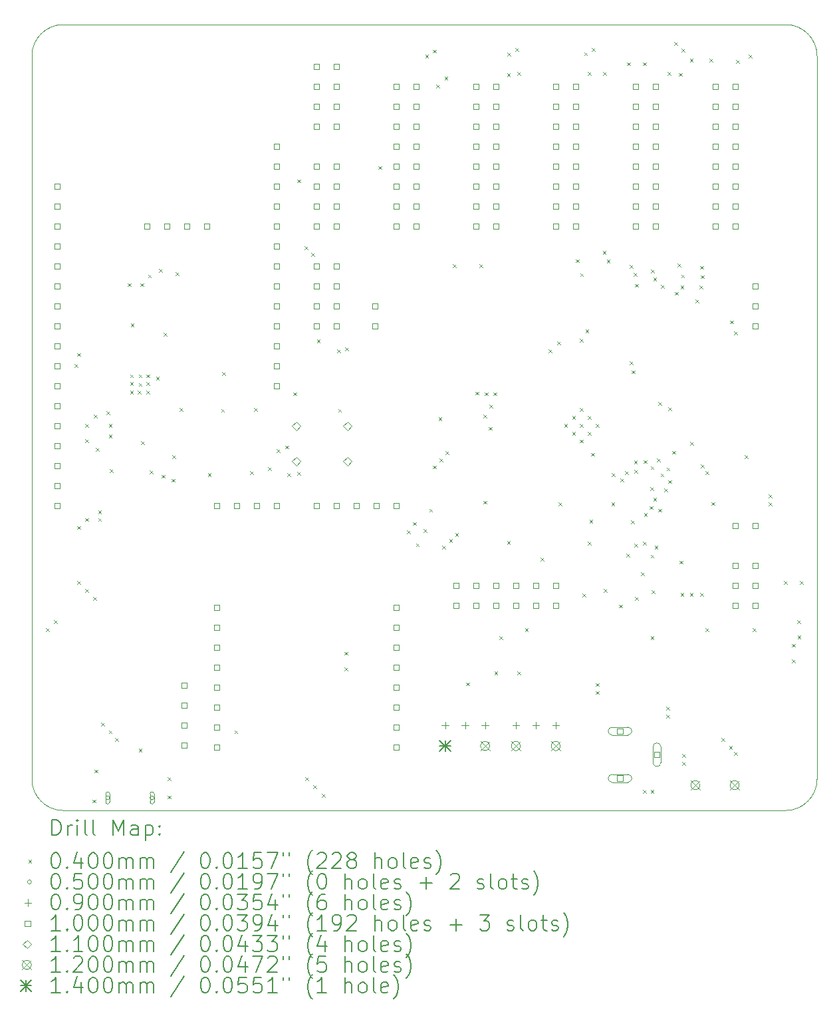
<source format=gbr>
%TF.GenerationSoftware,KiCad,Pcbnew,8.0.5*%
%TF.CreationDate,2025-01-18T12:22:14-08:00*%
%TF.ProjectId,dsp3,64737033-2e6b-4696-9361-645f70636258,rev?*%
%TF.SameCoordinates,Original*%
%TF.FileFunction,Drillmap*%
%TF.FilePolarity,Positive*%
%FSLAX45Y45*%
G04 Gerber Fmt 4.5, Leading zero omitted, Abs format (unit mm)*
G04 Created by KiCad (PCBNEW 8.0.5) date 2025-01-18 12:22:14*
%MOMM*%
%LPD*%
G01*
G04 APERTURE LIST*
%ADD10C,0.100000*%
%ADD11C,0.200000*%
%ADD12C,0.110000*%
%ADD13C,0.120000*%
%ADD14C,0.140000*%
G04 APERTURE END LIST*
D10*
X10600000Y-14400000D02*
X10600000Y-5200000D01*
X20200000Y-14800000D02*
X11000000Y-14800000D01*
X20600000Y-5200000D02*
X20600000Y-14400000D01*
X11000000Y-4800000D02*
X20200000Y-4800000D01*
X10600000Y-5200000D02*
G75*
G02*
X11000000Y-4800000I400000J0D01*
G01*
X11000000Y-14800000D02*
G75*
G02*
X10600000Y-14400000I0J400000D01*
G01*
X20600000Y-14400000D02*
G75*
G02*
X20200000Y-14800000I-400000J0D01*
G01*
X20200000Y-4800000D02*
G75*
G02*
X20600000Y-5200000I0J-400000D01*
G01*
D11*
D10*
X10780000Y-12480000D02*
X10820000Y-12520000D01*
X10820000Y-12480000D02*
X10780000Y-12520000D01*
X10880000Y-12380000D02*
X10920000Y-12420000D01*
X10920000Y-12380000D02*
X10880000Y-12420000D01*
X11142142Y-9118918D02*
X11182142Y-9158918D01*
X11182142Y-9118918D02*
X11142142Y-9158918D01*
X11180000Y-8980000D02*
X11220000Y-9020000D01*
X11220000Y-8980000D02*
X11180000Y-9020000D01*
X11180000Y-11180000D02*
X11220000Y-11220000D01*
X11220000Y-11180000D02*
X11180000Y-11220000D01*
X11180000Y-11880000D02*
X11220000Y-11920000D01*
X11220000Y-11880000D02*
X11180000Y-11920000D01*
X11280000Y-9880000D02*
X11320000Y-9920000D01*
X11320000Y-9880000D02*
X11280000Y-9920000D01*
X11280000Y-10074259D02*
X11320000Y-10114259D01*
X11320000Y-10074259D02*
X11280000Y-10114259D01*
X11280000Y-11080000D02*
X11320000Y-11120000D01*
X11320000Y-11080000D02*
X11280000Y-11120000D01*
X11280000Y-11980000D02*
X11320000Y-12020000D01*
X11320000Y-11980000D02*
X11280000Y-12020000D01*
X11370000Y-14660000D02*
X11410000Y-14700000D01*
X11410000Y-14660000D02*
X11370000Y-14700000D01*
X11380000Y-12080000D02*
X11420000Y-12120000D01*
X11420000Y-12080000D02*
X11380000Y-12120000D01*
X11388681Y-9761602D02*
X11428681Y-9801602D01*
X11428681Y-9761602D02*
X11388681Y-9801602D01*
X11400000Y-14280000D02*
X11440000Y-14320000D01*
X11440000Y-14280000D02*
X11400000Y-14320000D01*
X11415000Y-10189081D02*
X11455000Y-10229081D01*
X11455000Y-10189081D02*
X11415000Y-10229081D01*
X11445000Y-10980000D02*
X11485000Y-11020000D01*
X11485000Y-10980000D02*
X11445000Y-11020000D01*
X11445000Y-11080000D02*
X11485000Y-11120000D01*
X11485000Y-11080000D02*
X11445000Y-11120000D01*
X11480000Y-13680001D02*
X11520000Y-13720001D01*
X11520000Y-13680001D02*
X11480000Y-13720001D01*
X11550000Y-9720000D02*
X11590000Y-9760000D01*
X11590000Y-9720000D02*
X11550000Y-9760000D01*
X11580000Y-9880000D02*
X11620000Y-9920000D01*
X11620000Y-9880000D02*
X11580000Y-9920000D01*
X11580000Y-10015000D02*
X11620000Y-10055000D01*
X11620000Y-10015000D02*
X11580000Y-10055000D01*
X11580000Y-13780000D02*
X11620000Y-13820000D01*
X11620000Y-13780000D02*
X11580000Y-13820000D01*
X11590000Y-10460000D02*
X11630000Y-10500000D01*
X11630000Y-10460000D02*
X11590000Y-10500000D01*
X11661250Y-13880000D02*
X11701250Y-13920000D01*
X11701250Y-13880000D02*
X11661250Y-13920000D01*
X11820000Y-8090000D02*
X11860000Y-8130000D01*
X11860000Y-8090000D02*
X11820000Y-8130000D01*
X11850000Y-9250000D02*
X11890000Y-9290000D01*
X11890000Y-9250000D02*
X11850000Y-9290000D01*
X11850000Y-9350000D02*
X11890000Y-9390000D01*
X11890000Y-9350000D02*
X11850000Y-9390000D01*
X11850000Y-9460000D02*
X11890000Y-9500000D01*
X11890000Y-9460000D02*
X11850000Y-9500000D01*
X11860000Y-8600000D02*
X11900000Y-8640000D01*
X11900000Y-8600000D02*
X11860000Y-8640000D01*
X11950000Y-9460000D02*
X11990000Y-9500000D01*
X11990000Y-9460000D02*
X11950000Y-9500000D01*
X11960000Y-9360000D02*
X12000000Y-9400000D01*
X12000000Y-9360000D02*
X11960000Y-9400000D01*
X11960000Y-9250000D02*
X12000000Y-9290000D01*
X12000000Y-9250000D02*
X11960000Y-9290000D01*
X11960000Y-14010000D02*
X12000000Y-14050000D01*
X12000000Y-14010000D02*
X11960000Y-14050000D01*
X11980000Y-8090000D02*
X12020000Y-8130000D01*
X12020000Y-8090000D02*
X11980000Y-8130000D01*
X11990000Y-10100001D02*
X12030000Y-10140001D01*
X12030000Y-10100001D02*
X11990000Y-10140001D01*
X12060000Y-9250000D02*
X12100000Y-9290000D01*
X12100000Y-9250000D02*
X12060000Y-9290000D01*
X12060000Y-9350000D02*
X12100000Y-9390000D01*
X12100000Y-9350000D02*
X12060000Y-9390000D01*
X12060000Y-9460000D02*
X12100000Y-9500000D01*
X12100000Y-9460000D02*
X12060000Y-9500000D01*
X12080000Y-7980000D02*
X12120000Y-8020000D01*
X12120000Y-7980000D02*
X12080000Y-8020000D01*
X12098442Y-10475219D02*
X12138442Y-10515219D01*
X12138442Y-10475219D02*
X12098442Y-10515219D01*
X12180000Y-9280000D02*
X12220000Y-9320000D01*
X12220000Y-9280000D02*
X12180000Y-9320000D01*
X12220000Y-7910000D02*
X12260000Y-7950000D01*
X12260000Y-7910000D02*
X12220000Y-7950000D01*
X12255000Y-10528943D02*
X12295000Y-10568943D01*
X12295000Y-10528943D02*
X12255000Y-10568943D01*
X12280000Y-8720000D02*
X12320000Y-8760000D01*
X12320000Y-8720000D02*
X12280000Y-8760000D01*
X12330000Y-14380000D02*
X12370000Y-14420000D01*
X12370000Y-14380000D02*
X12330000Y-14420000D01*
X12330000Y-14610000D02*
X12370000Y-14650000D01*
X12370000Y-14610000D02*
X12330000Y-14650000D01*
X12380000Y-10580000D02*
X12420000Y-10620000D01*
X12420000Y-10580000D02*
X12380000Y-10620000D01*
X12389834Y-10276836D02*
X12429834Y-10316836D01*
X12429834Y-10276836D02*
X12389834Y-10316836D01*
X12431295Y-7953479D02*
X12471295Y-7993479D01*
X12471295Y-7953479D02*
X12431295Y-7993479D01*
X12480000Y-9680000D02*
X12520000Y-9720000D01*
X12520000Y-9680000D02*
X12480000Y-9720000D01*
X12840000Y-10510000D02*
X12880000Y-10550000D01*
X12880000Y-10510000D02*
X12840000Y-10550000D01*
X13010000Y-9690000D02*
X13050000Y-9730000D01*
X13050000Y-9690000D02*
X13010000Y-9730000D01*
X13020000Y-9220000D02*
X13060000Y-9260000D01*
X13060000Y-9220000D02*
X13020000Y-9260000D01*
X13180000Y-13780000D02*
X13220000Y-13820000D01*
X13220000Y-13780000D02*
X13180000Y-13820000D01*
X13380000Y-10480000D02*
X13420000Y-10520000D01*
X13420000Y-10480000D02*
X13380000Y-10520000D01*
X13430000Y-9680000D02*
X13470000Y-9720000D01*
X13470000Y-9680000D02*
X13430000Y-9720000D01*
X13607765Y-10432031D02*
X13647765Y-10472031D01*
X13647765Y-10432031D02*
X13607765Y-10472031D01*
X13720000Y-10200000D02*
X13760000Y-10240000D01*
X13760000Y-10200000D02*
X13720000Y-10240000D01*
X13826775Y-10157290D02*
X13866775Y-10197290D01*
X13866775Y-10157290D02*
X13826775Y-10197290D01*
X13850000Y-10510000D02*
X13890000Y-10550000D01*
X13890000Y-10510000D02*
X13850000Y-10550000D01*
X13930000Y-9480000D02*
X13970000Y-9520000D01*
X13970000Y-9480000D02*
X13930000Y-9520000D01*
X13980000Y-6770000D02*
X14020000Y-6810000D01*
X14020000Y-6770000D02*
X13980000Y-6810000D01*
X13982633Y-10492637D02*
X14022633Y-10532637D01*
X14022633Y-10492637D02*
X13982633Y-10532637D01*
X14070000Y-7620000D02*
X14110000Y-7660000D01*
X14110000Y-7620000D02*
X14070000Y-7660000D01*
X14080000Y-14380000D02*
X14120000Y-14420000D01*
X14120000Y-14380000D02*
X14080000Y-14420000D01*
X14155000Y-7705000D02*
X14195000Y-7745000D01*
X14195000Y-7705000D02*
X14155000Y-7745000D01*
X14180000Y-14480000D02*
X14220000Y-14520000D01*
X14220000Y-14480000D02*
X14180000Y-14520000D01*
X14230365Y-8805000D02*
X14270365Y-8845000D01*
X14270365Y-8805000D02*
X14230365Y-8845000D01*
X14290000Y-14590000D02*
X14330000Y-14630000D01*
X14330000Y-14590000D02*
X14290000Y-14630000D01*
X14490000Y-8930000D02*
X14530000Y-8970000D01*
X14530000Y-8930000D02*
X14490000Y-8970000D01*
X14500000Y-9690000D02*
X14540000Y-9730000D01*
X14540000Y-9690000D02*
X14500000Y-9730000D01*
X14580000Y-12780000D02*
X14620000Y-12820000D01*
X14620000Y-12780000D02*
X14580000Y-12820000D01*
X14580000Y-12980000D02*
X14620000Y-13020000D01*
X14620000Y-12980000D02*
X14580000Y-13020000D01*
X14590000Y-8910000D02*
X14630000Y-8950000D01*
X14630000Y-8910000D02*
X14590000Y-8950000D01*
X15010000Y-6600000D02*
X15050000Y-6640000D01*
X15050000Y-6600000D02*
X15010000Y-6640000D01*
X15374246Y-11234998D02*
X15414246Y-11274998D01*
X15414246Y-11234998D02*
X15374246Y-11274998D01*
X15452500Y-11130000D02*
X15492500Y-11170000D01*
X15492500Y-11130000D02*
X15452500Y-11170000D01*
X15490000Y-11400000D02*
X15530000Y-11440000D01*
X15530000Y-11400000D02*
X15490000Y-11440000D01*
X15590000Y-11220000D02*
X15630000Y-11260000D01*
X15630000Y-11220000D02*
X15590000Y-11260000D01*
X15610000Y-5185000D02*
X15650000Y-5225000D01*
X15650000Y-5185000D02*
X15610000Y-5225000D01*
X15660000Y-10960000D02*
X15700000Y-11000000D01*
X15700000Y-10960000D02*
X15660000Y-11000000D01*
X15704765Y-5119849D02*
X15744765Y-5159849D01*
X15744765Y-5119849D02*
X15704765Y-5159849D01*
X15710000Y-10410000D02*
X15750000Y-10450000D01*
X15750000Y-10410000D02*
X15710000Y-10450000D01*
X15752234Y-5564543D02*
X15792234Y-5604543D01*
X15792234Y-5564543D02*
X15752234Y-5604543D01*
X15779532Y-9799265D02*
X15819532Y-9839265D01*
X15819532Y-9799265D02*
X15779532Y-9839265D01*
X15790000Y-10320000D02*
X15830000Y-10360000D01*
X15830000Y-10320000D02*
X15790000Y-10360000D01*
X15827000Y-11433000D02*
X15867000Y-11473000D01*
X15867000Y-11433000D02*
X15827000Y-11473000D01*
X15855967Y-5460810D02*
X15895967Y-5500810D01*
X15895967Y-5460810D02*
X15855967Y-5500810D01*
X15870000Y-10230000D02*
X15910000Y-10270000D01*
X15910000Y-10230000D02*
X15870000Y-10270000D01*
X15915000Y-11345000D02*
X15955000Y-11385000D01*
X15955000Y-11345000D02*
X15915000Y-11385000D01*
X15960000Y-7850000D02*
X16000000Y-7890000D01*
X16000000Y-7850000D02*
X15960000Y-7890000D01*
X15990000Y-11270000D02*
X16030000Y-11310000D01*
X16030000Y-11270000D02*
X15990000Y-11310000D01*
X16130000Y-13170000D02*
X16170000Y-13210000D01*
X16170000Y-13170000D02*
X16130000Y-13210000D01*
X16250000Y-9470000D02*
X16290000Y-9510000D01*
X16290000Y-9470000D02*
X16250000Y-9510000D01*
X16300000Y-7850000D02*
X16340000Y-7890000D01*
X16340000Y-7850000D02*
X16300000Y-7890000D01*
X16350000Y-9760000D02*
X16390000Y-9800000D01*
X16390000Y-9760000D02*
X16350000Y-9800000D01*
X16350000Y-10860000D02*
X16390000Y-10900000D01*
X16390000Y-10860000D02*
X16350000Y-10900000D01*
X16370000Y-9480000D02*
X16410000Y-9520000D01*
X16410000Y-9480000D02*
X16370000Y-9520000D01*
X16420000Y-9920000D02*
X16460000Y-9960000D01*
X16460000Y-9920000D02*
X16420000Y-9960000D01*
X16426702Y-9638700D02*
X16466702Y-9678700D01*
X16466702Y-9638700D02*
X16426702Y-9678700D01*
X16480000Y-9480000D02*
X16520000Y-9520000D01*
X16520000Y-9480000D02*
X16480000Y-9520000D01*
X16490000Y-13030000D02*
X16530000Y-13070000D01*
X16530000Y-13030000D02*
X16490000Y-13070000D01*
X16555000Y-12580906D02*
X16595000Y-12620906D01*
X16595000Y-12580906D02*
X16555000Y-12620906D01*
X16650000Y-5420000D02*
X16690000Y-5460000D01*
X16690000Y-5420000D02*
X16650000Y-5460000D01*
X16650000Y-11370000D02*
X16690000Y-11410000D01*
X16690000Y-11370000D02*
X16650000Y-11410000D01*
X16657751Y-5155000D02*
X16697751Y-5195000D01*
X16697751Y-5155000D02*
X16657751Y-5195000D01*
X16757261Y-5097357D02*
X16797261Y-5137357D01*
X16797261Y-5097357D02*
X16757261Y-5137357D01*
X16780000Y-13030000D02*
X16820000Y-13070000D01*
X16820000Y-13030000D02*
X16780000Y-13070000D01*
X16780462Y-5405000D02*
X16820462Y-5445000D01*
X16820462Y-5405000D02*
X16780462Y-5445000D01*
X16880000Y-12480000D02*
X16920000Y-12520000D01*
X16920000Y-12480000D02*
X16880000Y-12520000D01*
X17080000Y-11580000D02*
X17120000Y-11620000D01*
X17120000Y-11580000D02*
X17080000Y-11620000D01*
X17180000Y-8930000D02*
X17220000Y-8970000D01*
X17220000Y-8930000D02*
X17180000Y-8970000D01*
X17290000Y-8830000D02*
X17330000Y-8870000D01*
X17330000Y-8830000D02*
X17290000Y-8870000D01*
X17310000Y-10880000D02*
X17350000Y-10920000D01*
X17350000Y-10880000D02*
X17310000Y-10920000D01*
X17380000Y-9880000D02*
X17420000Y-9920000D01*
X17420000Y-9880000D02*
X17380000Y-9920000D01*
X17480000Y-9780000D02*
X17520000Y-9820000D01*
X17520000Y-9780000D02*
X17480000Y-9820000D01*
X17480000Y-9980000D02*
X17520000Y-10020000D01*
X17520000Y-9980000D02*
X17480000Y-10020000D01*
X17524896Y-7784896D02*
X17564896Y-7824896D01*
X17564896Y-7784896D02*
X17524896Y-7824896D01*
X17580000Y-8795000D02*
X17620000Y-8835000D01*
X17620000Y-8795000D02*
X17580000Y-8835000D01*
X17580000Y-9680000D02*
X17620000Y-9720000D01*
X17620000Y-9680000D02*
X17580000Y-9720000D01*
X17580000Y-9880000D02*
X17620000Y-9920000D01*
X17620000Y-9880000D02*
X17580000Y-9920000D01*
X17580000Y-10080000D02*
X17620000Y-10120000D01*
X17620000Y-10080000D02*
X17580000Y-10120000D01*
X17582700Y-7964297D02*
X17622700Y-8004297D01*
X17622700Y-7964297D02*
X17582700Y-8004297D01*
X17610000Y-12040000D02*
X17650000Y-12080000D01*
X17650000Y-12040000D02*
X17610000Y-12080000D01*
X17632902Y-5151980D02*
X17672902Y-5191980D01*
X17672902Y-5151980D02*
X17632902Y-5191980D01*
X17650000Y-8680001D02*
X17690000Y-8720001D01*
X17690000Y-8680001D02*
X17650000Y-8720001D01*
X17678759Y-5404693D02*
X17718759Y-5444693D01*
X17718759Y-5404693D02*
X17678759Y-5444693D01*
X17680000Y-9780000D02*
X17720000Y-9820000D01*
X17720000Y-9780000D02*
X17680000Y-9820000D01*
X17680000Y-9980000D02*
X17720000Y-10020000D01*
X17720000Y-9980000D02*
X17680000Y-10020000D01*
X17680000Y-11380000D02*
X17720000Y-11420000D01*
X17720000Y-11380000D02*
X17680000Y-11420000D01*
X17700000Y-11100000D02*
X17740000Y-11140000D01*
X17740000Y-11100000D02*
X17700000Y-11140000D01*
X17720000Y-10250000D02*
X17760000Y-10290000D01*
X17760000Y-10250000D02*
X17720000Y-10290000D01*
X17730000Y-5100000D02*
X17770000Y-5140000D01*
X17770000Y-5100000D02*
X17730000Y-5140000D01*
X17780000Y-9880000D02*
X17820000Y-9920000D01*
X17820000Y-9880000D02*
X17780000Y-9920000D01*
X17780000Y-13180000D02*
X17820000Y-13220000D01*
X17820000Y-13180000D02*
X17780000Y-13220000D01*
X17780000Y-13280000D02*
X17820000Y-13320000D01*
X17820000Y-13280000D02*
X17780000Y-13320000D01*
X17870000Y-7680000D02*
X17910000Y-7720000D01*
X17910000Y-7680000D02*
X17870000Y-7720000D01*
X17871535Y-5405000D02*
X17911535Y-5445000D01*
X17911535Y-5405000D02*
X17871535Y-5445000D01*
X17880000Y-11980000D02*
X17920000Y-12020000D01*
X17920000Y-11980000D02*
X17880000Y-12020000D01*
X17920000Y-7790000D02*
X17960000Y-7830000D01*
X17960000Y-7790000D02*
X17920000Y-7830000D01*
X17980000Y-10880000D02*
X18020000Y-10920000D01*
X18020000Y-10880000D02*
X17980000Y-10920000D01*
X17986473Y-10509357D02*
X18026473Y-10549357D01*
X18026473Y-10509357D02*
X17986473Y-10549357D01*
X18080000Y-12180000D02*
X18120000Y-12220000D01*
X18120000Y-12180000D02*
X18080000Y-12220000D01*
X18094833Y-10574625D02*
X18134833Y-10614625D01*
X18134833Y-10574625D02*
X18094833Y-10614625D01*
X18156473Y-10482605D02*
X18196473Y-10522605D01*
X18196473Y-10482605D02*
X18156473Y-10522605D01*
X18170000Y-11530000D02*
X18210000Y-11570000D01*
X18210000Y-11530000D02*
X18170000Y-11570000D01*
X18180000Y-5280000D02*
X18220000Y-5320000D01*
X18220000Y-5280000D02*
X18180000Y-5320000D01*
X18212492Y-7854863D02*
X18252492Y-7894863D01*
X18252492Y-7854863D02*
X18212492Y-7894863D01*
X18215052Y-9087739D02*
X18255052Y-9127739D01*
X18255052Y-9087739D02*
X18215052Y-9127739D01*
X18230000Y-11110000D02*
X18270000Y-11150000D01*
X18270000Y-11110000D02*
X18230000Y-11150000D01*
X18240000Y-9200000D02*
X18280000Y-9240000D01*
X18280000Y-9200000D02*
X18240000Y-9240000D01*
X18263781Y-7957793D02*
X18303781Y-7997793D01*
X18303781Y-7957793D02*
X18263781Y-7997793D01*
X18268546Y-10349663D02*
X18308546Y-10389663D01*
X18308546Y-10349663D02*
X18268546Y-10389663D01*
X18270000Y-11405000D02*
X18310000Y-11445000D01*
X18310000Y-11405000D02*
X18270000Y-11445000D01*
X18270064Y-10464653D02*
X18310064Y-10504653D01*
X18310064Y-10464653D02*
X18270064Y-10504653D01*
X18280000Y-8100000D02*
X18320000Y-8140000D01*
X18320000Y-8100000D02*
X18280000Y-8140000D01*
X18280000Y-12080000D02*
X18320000Y-12120000D01*
X18320000Y-12080000D02*
X18280000Y-12120000D01*
X18360000Y-11770000D02*
X18400000Y-11810000D01*
X18400000Y-11770000D02*
X18360000Y-11810000D01*
X18380000Y-5280000D02*
X18420000Y-5320000D01*
X18420000Y-5280000D02*
X18380000Y-5320000D01*
X18380000Y-11380000D02*
X18420000Y-11420000D01*
X18420000Y-11380000D02*
X18380000Y-11420000D01*
X18380000Y-14537500D02*
X18420000Y-14577500D01*
X18420000Y-14537500D02*
X18380000Y-14577500D01*
X18388061Y-10342234D02*
X18428061Y-10382234D01*
X18428061Y-10342234D02*
X18388061Y-10382234D01*
X18394430Y-11017653D02*
X18434430Y-11057653D01*
X18434430Y-11017653D02*
X18394430Y-11057653D01*
X18464407Y-10926394D02*
X18504407Y-10966394D01*
X18504407Y-10926394D02*
X18464407Y-10966394D01*
X18475277Y-10684723D02*
X18515277Y-10724723D01*
X18515277Y-10684723D02*
X18475277Y-10724723D01*
X18479368Y-10419090D02*
X18519368Y-10459090D01*
X18519368Y-10419090D02*
X18479368Y-10459090D01*
X18480000Y-11545000D02*
X18520000Y-11585000D01*
X18520000Y-11545000D02*
X18480000Y-11585000D01*
X18480000Y-12580000D02*
X18520000Y-12620000D01*
X18520000Y-12580000D02*
X18480000Y-12620000D01*
X18480000Y-14537500D02*
X18520000Y-14577500D01*
X18520000Y-14537500D02*
X18480000Y-14577500D01*
X18485000Y-7915000D02*
X18525000Y-7955000D01*
X18525000Y-7915000D02*
X18485000Y-7955000D01*
X18490000Y-12000000D02*
X18530000Y-12040000D01*
X18530000Y-12000000D02*
X18490000Y-12040000D01*
X18512912Y-10822123D02*
X18552912Y-10862123D01*
X18552912Y-10822123D02*
X18512912Y-10862123D01*
X18514393Y-8015607D02*
X18554393Y-8055607D01*
X18554393Y-8015607D02*
X18514393Y-8055607D01*
X18530000Y-11430000D02*
X18570000Y-11470000D01*
X18570000Y-11430000D02*
X18530000Y-11470000D01*
X18558061Y-10320696D02*
X18598061Y-10360696D01*
X18598061Y-10320696D02*
X18558061Y-10360696D01*
X18580000Y-9600000D02*
X18620000Y-9640000D01*
X18620000Y-9600000D02*
X18580000Y-9640000D01*
X18580000Y-10960000D02*
X18620000Y-11000000D01*
X18620000Y-10960000D02*
X18580000Y-11000000D01*
X18607571Y-10511448D02*
X18647571Y-10551448D01*
X18647571Y-10511448D02*
X18607571Y-10551448D01*
X18610000Y-8110000D02*
X18650000Y-8150000D01*
X18650000Y-8110000D02*
X18610000Y-8150000D01*
X18655248Y-10701510D02*
X18695248Y-10741510D01*
X18695248Y-10701510D02*
X18655248Y-10741510D01*
X18680000Y-13480000D02*
X18720000Y-13520000D01*
X18720000Y-13480000D02*
X18680000Y-13520000D01*
X18680000Y-13580000D02*
X18720000Y-13620000D01*
X18720000Y-13580000D02*
X18680000Y-13620000D01*
X18683128Y-10436046D02*
X18723128Y-10476046D01*
X18723128Y-10436046D02*
X18683128Y-10476046D01*
X18696420Y-5405000D02*
X18736420Y-5445000D01*
X18736420Y-5405000D02*
X18696420Y-5445000D01*
X18702013Y-10596448D02*
X18742013Y-10636448D01*
X18742013Y-10596448D02*
X18702013Y-10636448D01*
X18705000Y-9670000D02*
X18745000Y-9710000D01*
X18745000Y-9670000D02*
X18705000Y-9710000D01*
X18752229Y-10223148D02*
X18792229Y-10263148D01*
X18792229Y-10223148D02*
X18752229Y-10263148D01*
X18782694Y-5020000D02*
X18822694Y-5060000D01*
X18822694Y-5020000D02*
X18782694Y-5060000D01*
X18790000Y-8200000D02*
X18830000Y-8240000D01*
X18830000Y-8200000D02*
X18790000Y-8240000D01*
X18820000Y-7840000D02*
X18860000Y-7880000D01*
X18860000Y-7840000D02*
X18820000Y-7880000D01*
X18837577Y-5415000D02*
X18877577Y-5455000D01*
X18877577Y-5415000D02*
X18837577Y-5455000D01*
X18850000Y-11620000D02*
X18890000Y-11660000D01*
X18890000Y-11620000D02*
X18850000Y-11660000D01*
X18859999Y-8120000D02*
X18899999Y-8160000D01*
X18899999Y-8120000D02*
X18859999Y-8160000D01*
X18860000Y-12030000D02*
X18900000Y-12070000D01*
X18900000Y-12030000D02*
X18860000Y-12070000D01*
X18870001Y-7980000D02*
X18910001Y-8020000D01*
X18910001Y-7980000D02*
X18870001Y-8020000D01*
X18873170Y-5105000D02*
X18913170Y-5145000D01*
X18913170Y-5105000D02*
X18873170Y-5145000D01*
X18880000Y-14080000D02*
X18920000Y-14120000D01*
X18920000Y-14080000D02*
X18880000Y-14120000D01*
X18880000Y-14180000D02*
X18920000Y-14220000D01*
X18920000Y-14180000D02*
X18880000Y-14220000D01*
X18980000Y-5230000D02*
X19020000Y-5270000D01*
X19020000Y-5230000D02*
X18980000Y-5270000D01*
X18980000Y-12030000D02*
X19020000Y-12070000D01*
X19020000Y-12030000D02*
X18980000Y-12070000D01*
X18986432Y-10110869D02*
X19026432Y-10150869D01*
X19026432Y-10110869D02*
X18986432Y-10150869D01*
X19050000Y-8300000D02*
X19090000Y-8340000D01*
X19090000Y-8300000D02*
X19050000Y-8340000D01*
X19100000Y-8120000D02*
X19140000Y-8160000D01*
X19140000Y-8120000D02*
X19100000Y-8160000D01*
X19110000Y-7870000D02*
X19150000Y-7910000D01*
X19150000Y-7870000D02*
X19110000Y-7910000D01*
X19110000Y-12030000D02*
X19150000Y-12070000D01*
X19150000Y-12030000D02*
X19110000Y-12070000D01*
X19118888Y-10398610D02*
X19158888Y-10438610D01*
X19158888Y-10398610D02*
X19118888Y-10438610D01*
X19120000Y-7990000D02*
X19160000Y-8030000D01*
X19160000Y-7990000D02*
X19120000Y-8030000D01*
X19180000Y-10480000D02*
X19220000Y-10520000D01*
X19220000Y-10480000D02*
X19180000Y-10520000D01*
X19180000Y-12480000D02*
X19220000Y-12520000D01*
X19220000Y-12480000D02*
X19180000Y-12520000D01*
X19230000Y-5230000D02*
X19270000Y-5270000D01*
X19270000Y-5230000D02*
X19230000Y-5270000D01*
X19254749Y-10875000D02*
X19294749Y-10915000D01*
X19294749Y-10875000D02*
X19254749Y-10915000D01*
X19380000Y-13880000D02*
X19420000Y-13920000D01*
X19420000Y-13880000D02*
X19380000Y-13920000D01*
X19480000Y-13980000D02*
X19520000Y-14020000D01*
X19520000Y-13980000D02*
X19480000Y-14020000D01*
X19493294Y-8564911D02*
X19533294Y-8604911D01*
X19533294Y-8564911D02*
X19493294Y-8604911D01*
X19539355Y-14053545D02*
X19579355Y-14093545D01*
X19579355Y-14053545D02*
X19539355Y-14093545D01*
X19541239Y-8703440D02*
X19581239Y-8743440D01*
X19581239Y-8703440D02*
X19541239Y-8743440D01*
X19570000Y-5250000D02*
X19610000Y-5290000D01*
X19610000Y-5250000D02*
X19570000Y-5290000D01*
X19680000Y-10280000D02*
X19720000Y-10320000D01*
X19720000Y-10280000D02*
X19680000Y-10320000D01*
X19730000Y-5180000D02*
X19770000Y-5220000D01*
X19770000Y-5180000D02*
X19730000Y-5220000D01*
X19780000Y-12480000D02*
X19820000Y-12520000D01*
X19820000Y-12480000D02*
X19780000Y-12520000D01*
X19980000Y-10780000D02*
X20020000Y-10820000D01*
X20020000Y-10780000D02*
X19980000Y-10820000D01*
X19980000Y-10880000D02*
X20020000Y-10920000D01*
X20020000Y-10880000D02*
X19980000Y-10920000D01*
X20180000Y-11880000D02*
X20220000Y-11920000D01*
X20220000Y-11880000D02*
X20180000Y-11920000D01*
X20280000Y-12680000D02*
X20320000Y-12720000D01*
X20320000Y-12680000D02*
X20280000Y-12720000D01*
X20280000Y-12880000D02*
X20320000Y-12920000D01*
X20320000Y-12880000D02*
X20280000Y-12920000D01*
X20348128Y-12380000D02*
X20388128Y-12420000D01*
X20388128Y-12380000D02*
X20348128Y-12420000D01*
X20350385Y-12573515D02*
X20390385Y-12613515D01*
X20390385Y-12573515D02*
X20350385Y-12613515D01*
X20380000Y-11880000D02*
X20420000Y-11920000D01*
X20420000Y-11880000D02*
X20380000Y-11920000D01*
X11590000Y-14640000D02*
G75*
G02*
X11540000Y-14640000I-25000J0D01*
G01*
X11540000Y-14640000D02*
G75*
G02*
X11590000Y-14640000I25000J0D01*
G01*
X11540000Y-14587500D02*
X11540000Y-14692500D01*
X11590000Y-14692500D02*
G75*
G02*
X11540000Y-14692500I-25000J0D01*
G01*
X11590000Y-14692500D02*
X11590000Y-14587500D01*
X11590000Y-14587500D02*
G75*
G03*
X11540000Y-14587500I-25000J0D01*
G01*
X12155000Y-14640000D02*
G75*
G02*
X12105000Y-14640000I-25000J0D01*
G01*
X12105000Y-14640000D02*
G75*
G02*
X12155000Y-14640000I25000J0D01*
G01*
X12105000Y-14587500D02*
X12105000Y-14692500D01*
X12155000Y-14692500D02*
G75*
G02*
X12105000Y-14692500I-25000J0D01*
G01*
X12155000Y-14692500D02*
X12155000Y-14587500D01*
X12155000Y-14587500D02*
G75*
G03*
X12105000Y-14587500I-25000J0D01*
G01*
X15864000Y-13671000D02*
X15864000Y-13761000D01*
X15819000Y-13716000D02*
X15909000Y-13716000D01*
X16118000Y-13671000D02*
X16118000Y-13761000D01*
X16073000Y-13716000D02*
X16163000Y-13716000D01*
X16372000Y-13671000D02*
X16372000Y-13761000D01*
X16327000Y-13716000D02*
X16417000Y-13716000D01*
X16764000Y-13671000D02*
X16764000Y-13761000D01*
X16719000Y-13716000D02*
X16809000Y-13716000D01*
X17018000Y-13671000D02*
X17018000Y-13761000D01*
X16973000Y-13716000D02*
X17063000Y-13716000D01*
X17272000Y-13671000D02*
X17272000Y-13761000D01*
X17227000Y-13716000D02*
X17317000Y-13716000D01*
X10957356Y-6893356D02*
X10957356Y-6822644D01*
X10886644Y-6822644D01*
X10886644Y-6893356D01*
X10957356Y-6893356D01*
X10957356Y-7147356D02*
X10957356Y-7076644D01*
X10886644Y-7076644D01*
X10886644Y-7147356D01*
X10957356Y-7147356D01*
X10957356Y-7401356D02*
X10957356Y-7330644D01*
X10886644Y-7330644D01*
X10886644Y-7401356D01*
X10957356Y-7401356D01*
X10957356Y-7655356D02*
X10957356Y-7584644D01*
X10886644Y-7584644D01*
X10886644Y-7655356D01*
X10957356Y-7655356D01*
X10957356Y-7909356D02*
X10957356Y-7838644D01*
X10886644Y-7838644D01*
X10886644Y-7909356D01*
X10957356Y-7909356D01*
X10957356Y-8163356D02*
X10957356Y-8092644D01*
X10886644Y-8092644D01*
X10886644Y-8163356D01*
X10957356Y-8163356D01*
X10957356Y-8417356D02*
X10957356Y-8346644D01*
X10886644Y-8346644D01*
X10886644Y-8417356D01*
X10957356Y-8417356D01*
X10957356Y-8671356D02*
X10957356Y-8600644D01*
X10886644Y-8600644D01*
X10886644Y-8671356D01*
X10957356Y-8671356D01*
X10957356Y-8925356D02*
X10957356Y-8854644D01*
X10886644Y-8854644D01*
X10886644Y-8925356D01*
X10957356Y-8925356D01*
X10957356Y-9179356D02*
X10957356Y-9108644D01*
X10886644Y-9108644D01*
X10886644Y-9179356D01*
X10957356Y-9179356D01*
X10957356Y-9433356D02*
X10957356Y-9362644D01*
X10886644Y-9362644D01*
X10886644Y-9433356D01*
X10957356Y-9433356D01*
X10957356Y-9687356D02*
X10957356Y-9616644D01*
X10886644Y-9616644D01*
X10886644Y-9687356D01*
X10957356Y-9687356D01*
X10957356Y-9941356D02*
X10957356Y-9870644D01*
X10886644Y-9870644D01*
X10886644Y-9941356D01*
X10957356Y-9941356D01*
X10957356Y-10195356D02*
X10957356Y-10124644D01*
X10886644Y-10124644D01*
X10886644Y-10195356D01*
X10957356Y-10195356D01*
X10957356Y-10449356D02*
X10957356Y-10378644D01*
X10886644Y-10378644D01*
X10886644Y-10449356D01*
X10957356Y-10449356D01*
X10957356Y-10703356D02*
X10957356Y-10632644D01*
X10886644Y-10632644D01*
X10886644Y-10703356D01*
X10957356Y-10703356D01*
X10957356Y-10957356D02*
X10957356Y-10886644D01*
X10886644Y-10886644D01*
X10886644Y-10957356D01*
X10957356Y-10957356D01*
X12100356Y-7401356D02*
X12100356Y-7330644D01*
X12029644Y-7330644D01*
X12029644Y-7401356D01*
X12100356Y-7401356D01*
X12354356Y-7401356D02*
X12354356Y-7330644D01*
X12283644Y-7330644D01*
X12283644Y-7401356D01*
X12354356Y-7401356D01*
X12575356Y-13243356D02*
X12575356Y-13172644D01*
X12504644Y-13172644D01*
X12504644Y-13243356D01*
X12575356Y-13243356D01*
X12575356Y-13497356D02*
X12575356Y-13426644D01*
X12504644Y-13426644D01*
X12504644Y-13497356D01*
X12575356Y-13497356D01*
X12575356Y-13751356D02*
X12575356Y-13680644D01*
X12504644Y-13680644D01*
X12504644Y-13751356D01*
X12575356Y-13751356D01*
X12575356Y-14005356D02*
X12575356Y-13934644D01*
X12504644Y-13934644D01*
X12504644Y-14005356D01*
X12575356Y-14005356D01*
X12608356Y-7401356D02*
X12608356Y-7330644D01*
X12537644Y-7330644D01*
X12537644Y-7401356D01*
X12608356Y-7401356D01*
X12862356Y-7401356D02*
X12862356Y-7330644D01*
X12791644Y-7330644D01*
X12791644Y-7401356D01*
X12862356Y-7401356D01*
X12989356Y-10957356D02*
X12989356Y-10886644D01*
X12918644Y-10886644D01*
X12918644Y-10957356D01*
X12989356Y-10957356D01*
X12989356Y-12249856D02*
X12989356Y-12179144D01*
X12918644Y-12179144D01*
X12918644Y-12249856D01*
X12989356Y-12249856D01*
X12989356Y-12503856D02*
X12989356Y-12433144D01*
X12918644Y-12433144D01*
X12918644Y-12503856D01*
X12989356Y-12503856D01*
X12989356Y-12757855D02*
X12989356Y-12687144D01*
X12918644Y-12687144D01*
X12918644Y-12757855D01*
X12989356Y-12757855D01*
X12989356Y-13011856D02*
X12989356Y-12941144D01*
X12918644Y-12941144D01*
X12918644Y-13011856D01*
X12989356Y-13011856D01*
X12989356Y-13265856D02*
X12989356Y-13195144D01*
X12918644Y-13195144D01*
X12918644Y-13265856D01*
X12989356Y-13265856D01*
X12989356Y-13519856D02*
X12989356Y-13449144D01*
X12918644Y-13449144D01*
X12918644Y-13519856D01*
X12989356Y-13519856D01*
X12989356Y-13773856D02*
X12989356Y-13703144D01*
X12918644Y-13703144D01*
X12918644Y-13773856D01*
X12989356Y-13773856D01*
X12989356Y-14027856D02*
X12989356Y-13957144D01*
X12918644Y-13957144D01*
X12918644Y-14027856D01*
X12989356Y-14027856D01*
X13243356Y-10957356D02*
X13243356Y-10886644D01*
X13172644Y-10886644D01*
X13172644Y-10957356D01*
X13243356Y-10957356D01*
X13497356Y-10957356D02*
X13497356Y-10886644D01*
X13426644Y-10886644D01*
X13426644Y-10957356D01*
X13497356Y-10957356D01*
X13751356Y-6385356D02*
X13751356Y-6314644D01*
X13680644Y-6314644D01*
X13680644Y-6385356D01*
X13751356Y-6385356D01*
X13751356Y-6639356D02*
X13751356Y-6568644D01*
X13680644Y-6568644D01*
X13680644Y-6639356D01*
X13751356Y-6639356D01*
X13751356Y-6893356D02*
X13751356Y-6822644D01*
X13680644Y-6822644D01*
X13680644Y-6893356D01*
X13751356Y-6893356D01*
X13751356Y-7147356D02*
X13751356Y-7076644D01*
X13680644Y-7076644D01*
X13680644Y-7147356D01*
X13751356Y-7147356D01*
X13751356Y-7401356D02*
X13751356Y-7330644D01*
X13680644Y-7330644D01*
X13680644Y-7401356D01*
X13751356Y-7401356D01*
X13751356Y-7655356D02*
X13751356Y-7584644D01*
X13680644Y-7584644D01*
X13680644Y-7655356D01*
X13751356Y-7655356D01*
X13751356Y-7909356D02*
X13751356Y-7838644D01*
X13680644Y-7838644D01*
X13680644Y-7909356D01*
X13751356Y-7909356D01*
X13751356Y-8163356D02*
X13751356Y-8092644D01*
X13680644Y-8092644D01*
X13680644Y-8163356D01*
X13751356Y-8163356D01*
X13751356Y-8417356D02*
X13751356Y-8346644D01*
X13680644Y-8346644D01*
X13680644Y-8417356D01*
X13751356Y-8417356D01*
X13751356Y-8671356D02*
X13751356Y-8600644D01*
X13680644Y-8600644D01*
X13680644Y-8671356D01*
X13751356Y-8671356D01*
X13751356Y-8925356D02*
X13751356Y-8854644D01*
X13680644Y-8854644D01*
X13680644Y-8925356D01*
X13751356Y-8925356D01*
X13751356Y-9179356D02*
X13751356Y-9108644D01*
X13680644Y-9108644D01*
X13680644Y-9179356D01*
X13751356Y-9179356D01*
X13751356Y-9433356D02*
X13751356Y-9362644D01*
X13680644Y-9362644D01*
X13680644Y-9433356D01*
X13751356Y-9433356D01*
X13751356Y-10957356D02*
X13751356Y-10886644D01*
X13680644Y-10886644D01*
X13680644Y-10957356D01*
X13751356Y-10957356D01*
X14259356Y-5369356D02*
X14259356Y-5298644D01*
X14188644Y-5298644D01*
X14188644Y-5369356D01*
X14259356Y-5369356D01*
X14259356Y-5623356D02*
X14259356Y-5552644D01*
X14188644Y-5552644D01*
X14188644Y-5623356D01*
X14259356Y-5623356D01*
X14259356Y-5877356D02*
X14259356Y-5806644D01*
X14188644Y-5806644D01*
X14188644Y-5877356D01*
X14259356Y-5877356D01*
X14259356Y-6131356D02*
X14259356Y-6060644D01*
X14188644Y-6060644D01*
X14188644Y-6131356D01*
X14259356Y-6131356D01*
X14259356Y-6639356D02*
X14259356Y-6568644D01*
X14188644Y-6568644D01*
X14188644Y-6639356D01*
X14259356Y-6639356D01*
X14259356Y-6893356D02*
X14259356Y-6822644D01*
X14188644Y-6822644D01*
X14188644Y-6893356D01*
X14259356Y-6893356D01*
X14259356Y-7147356D02*
X14259356Y-7076644D01*
X14188644Y-7076644D01*
X14188644Y-7147356D01*
X14259356Y-7147356D01*
X14259356Y-7401356D02*
X14259356Y-7330644D01*
X14188644Y-7330644D01*
X14188644Y-7401356D01*
X14259356Y-7401356D01*
X14259356Y-7909356D02*
X14259356Y-7838644D01*
X14188644Y-7838644D01*
X14188644Y-7909356D01*
X14259356Y-7909356D01*
X14259356Y-8163356D02*
X14259356Y-8092644D01*
X14188644Y-8092644D01*
X14188644Y-8163356D01*
X14259356Y-8163356D01*
X14259356Y-8417356D02*
X14259356Y-8346644D01*
X14188644Y-8346644D01*
X14188644Y-8417356D01*
X14259356Y-8417356D01*
X14259356Y-8671356D02*
X14259356Y-8600644D01*
X14188644Y-8600644D01*
X14188644Y-8671356D01*
X14259356Y-8671356D01*
X14259356Y-10957356D02*
X14259356Y-10886644D01*
X14188644Y-10886644D01*
X14188644Y-10957356D01*
X14259356Y-10957356D01*
X14513356Y-5369356D02*
X14513356Y-5298644D01*
X14442644Y-5298644D01*
X14442644Y-5369356D01*
X14513356Y-5369356D01*
X14513356Y-5623356D02*
X14513356Y-5552644D01*
X14442644Y-5552644D01*
X14442644Y-5623356D01*
X14513356Y-5623356D01*
X14513356Y-5877356D02*
X14513356Y-5806644D01*
X14442644Y-5806644D01*
X14442644Y-5877356D01*
X14513356Y-5877356D01*
X14513356Y-6131356D02*
X14513356Y-6060644D01*
X14442644Y-6060644D01*
X14442644Y-6131356D01*
X14513356Y-6131356D01*
X14513356Y-6639356D02*
X14513356Y-6568644D01*
X14442644Y-6568644D01*
X14442644Y-6639356D01*
X14513356Y-6639356D01*
X14513356Y-6893356D02*
X14513356Y-6822644D01*
X14442644Y-6822644D01*
X14442644Y-6893356D01*
X14513356Y-6893356D01*
X14513356Y-7147356D02*
X14513356Y-7076644D01*
X14442644Y-7076644D01*
X14442644Y-7147356D01*
X14513356Y-7147356D01*
X14513356Y-7401356D02*
X14513356Y-7330644D01*
X14442644Y-7330644D01*
X14442644Y-7401356D01*
X14513356Y-7401356D01*
X14513356Y-7909356D02*
X14513356Y-7838644D01*
X14442644Y-7838644D01*
X14442644Y-7909356D01*
X14513356Y-7909356D01*
X14513356Y-8163356D02*
X14513356Y-8092644D01*
X14442644Y-8092644D01*
X14442644Y-8163356D01*
X14513356Y-8163356D01*
X14513356Y-8417356D02*
X14513356Y-8346644D01*
X14442644Y-8346644D01*
X14442644Y-8417356D01*
X14513356Y-8417356D01*
X14513356Y-8671356D02*
X14513356Y-8600644D01*
X14442644Y-8600644D01*
X14442644Y-8671356D01*
X14513356Y-8671356D01*
X14513356Y-10957356D02*
X14513356Y-10886644D01*
X14442644Y-10886644D01*
X14442644Y-10957356D01*
X14513356Y-10957356D01*
X14767356Y-10957356D02*
X14767356Y-10886644D01*
X14696644Y-10886644D01*
X14696644Y-10957356D01*
X14767356Y-10957356D01*
X15005356Y-8417356D02*
X15005356Y-8346644D01*
X14934644Y-8346644D01*
X14934644Y-8417356D01*
X15005356Y-8417356D01*
X15005356Y-8671356D02*
X15005356Y-8600644D01*
X14934644Y-8600644D01*
X14934644Y-8671356D01*
X15005356Y-8671356D01*
X15021356Y-10957356D02*
X15021356Y-10886644D01*
X14950644Y-10886644D01*
X14950644Y-10957356D01*
X15021356Y-10957356D01*
X15275356Y-5623356D02*
X15275356Y-5552644D01*
X15204644Y-5552644D01*
X15204644Y-5623356D01*
X15275356Y-5623356D01*
X15275356Y-5877356D02*
X15275356Y-5806644D01*
X15204644Y-5806644D01*
X15204644Y-5877356D01*
X15275356Y-5877356D01*
X15275356Y-6131356D02*
X15275356Y-6060644D01*
X15204644Y-6060644D01*
X15204644Y-6131356D01*
X15275356Y-6131356D01*
X15275356Y-6385356D02*
X15275356Y-6314644D01*
X15204644Y-6314644D01*
X15204644Y-6385356D01*
X15275356Y-6385356D01*
X15275356Y-6639356D02*
X15275356Y-6568644D01*
X15204644Y-6568644D01*
X15204644Y-6639356D01*
X15275356Y-6639356D01*
X15275356Y-6893356D02*
X15275356Y-6822644D01*
X15204644Y-6822644D01*
X15204644Y-6893356D01*
X15275356Y-6893356D01*
X15275356Y-7147356D02*
X15275356Y-7076644D01*
X15204644Y-7076644D01*
X15204644Y-7147356D01*
X15275356Y-7147356D01*
X15275356Y-7401356D02*
X15275356Y-7330644D01*
X15204644Y-7330644D01*
X15204644Y-7401356D01*
X15275356Y-7401356D01*
X15275356Y-10957356D02*
X15275356Y-10886644D01*
X15204644Y-10886644D01*
X15204644Y-10957356D01*
X15275356Y-10957356D01*
X15275356Y-12249856D02*
X15275356Y-12179144D01*
X15204644Y-12179144D01*
X15204644Y-12249856D01*
X15275356Y-12249856D01*
X15275356Y-12503856D02*
X15275356Y-12433144D01*
X15204644Y-12433144D01*
X15204644Y-12503856D01*
X15275356Y-12503856D01*
X15275356Y-12757855D02*
X15275356Y-12687144D01*
X15204644Y-12687144D01*
X15204644Y-12757855D01*
X15275356Y-12757855D01*
X15275356Y-13011856D02*
X15275356Y-12941144D01*
X15204644Y-12941144D01*
X15204644Y-13011856D01*
X15275356Y-13011856D01*
X15275356Y-13265856D02*
X15275356Y-13195144D01*
X15204644Y-13195144D01*
X15204644Y-13265856D01*
X15275356Y-13265856D01*
X15275356Y-13519856D02*
X15275356Y-13449144D01*
X15204644Y-13449144D01*
X15204644Y-13519856D01*
X15275356Y-13519856D01*
X15275356Y-13773856D02*
X15275356Y-13703144D01*
X15204644Y-13703144D01*
X15204644Y-13773856D01*
X15275356Y-13773856D01*
X15275356Y-14027856D02*
X15275356Y-13957144D01*
X15204644Y-13957144D01*
X15204644Y-14027856D01*
X15275356Y-14027856D01*
X15529356Y-5623356D02*
X15529356Y-5552644D01*
X15458644Y-5552644D01*
X15458644Y-5623356D01*
X15529356Y-5623356D01*
X15529356Y-5877356D02*
X15529356Y-5806644D01*
X15458644Y-5806644D01*
X15458644Y-5877356D01*
X15529356Y-5877356D01*
X15529356Y-6131356D02*
X15529356Y-6060644D01*
X15458644Y-6060644D01*
X15458644Y-6131356D01*
X15529356Y-6131356D01*
X15529356Y-6385356D02*
X15529356Y-6314644D01*
X15458644Y-6314644D01*
X15458644Y-6385356D01*
X15529356Y-6385356D01*
X15529356Y-6639356D02*
X15529356Y-6568644D01*
X15458644Y-6568644D01*
X15458644Y-6639356D01*
X15529356Y-6639356D01*
X15529356Y-6893356D02*
X15529356Y-6822644D01*
X15458644Y-6822644D01*
X15458644Y-6893356D01*
X15529356Y-6893356D01*
X15529356Y-7147356D02*
X15529356Y-7076644D01*
X15458644Y-7076644D01*
X15458644Y-7147356D01*
X15529356Y-7147356D01*
X15529356Y-7401356D02*
X15529356Y-7330644D01*
X15458644Y-7330644D01*
X15458644Y-7401356D01*
X15529356Y-7401356D01*
X16037356Y-11973356D02*
X16037356Y-11902644D01*
X15966644Y-11902644D01*
X15966644Y-11973356D01*
X16037356Y-11973356D01*
X16037356Y-12227356D02*
X16037356Y-12156644D01*
X15966644Y-12156644D01*
X15966644Y-12227356D01*
X16037356Y-12227356D01*
X16291356Y-5623356D02*
X16291356Y-5552644D01*
X16220644Y-5552644D01*
X16220644Y-5623356D01*
X16291356Y-5623356D01*
X16291356Y-5877356D02*
X16291356Y-5806644D01*
X16220644Y-5806644D01*
X16220644Y-5877356D01*
X16291356Y-5877356D01*
X16291356Y-6131356D02*
X16291356Y-6060644D01*
X16220644Y-6060644D01*
X16220644Y-6131356D01*
X16291356Y-6131356D01*
X16291356Y-6385356D02*
X16291356Y-6314644D01*
X16220644Y-6314644D01*
X16220644Y-6385356D01*
X16291356Y-6385356D01*
X16291356Y-6639356D02*
X16291356Y-6568644D01*
X16220644Y-6568644D01*
X16220644Y-6639356D01*
X16291356Y-6639356D01*
X16291356Y-6893356D02*
X16291356Y-6822644D01*
X16220644Y-6822644D01*
X16220644Y-6893356D01*
X16291356Y-6893356D01*
X16291356Y-7147356D02*
X16291356Y-7076644D01*
X16220644Y-7076644D01*
X16220644Y-7147356D01*
X16291356Y-7147356D01*
X16291356Y-7401356D02*
X16291356Y-7330644D01*
X16220644Y-7330644D01*
X16220644Y-7401356D01*
X16291356Y-7401356D01*
X16291356Y-11973356D02*
X16291356Y-11902644D01*
X16220644Y-11902644D01*
X16220644Y-11973356D01*
X16291356Y-11973356D01*
X16291356Y-12227356D02*
X16291356Y-12156644D01*
X16220644Y-12156644D01*
X16220644Y-12227356D01*
X16291356Y-12227356D01*
X16545356Y-5623356D02*
X16545356Y-5552644D01*
X16474644Y-5552644D01*
X16474644Y-5623356D01*
X16545356Y-5623356D01*
X16545356Y-5877356D02*
X16545356Y-5806644D01*
X16474644Y-5806644D01*
X16474644Y-5877356D01*
X16545356Y-5877356D01*
X16545356Y-6131356D02*
X16545356Y-6060644D01*
X16474644Y-6060644D01*
X16474644Y-6131356D01*
X16545356Y-6131356D01*
X16545356Y-6385356D02*
X16545356Y-6314644D01*
X16474644Y-6314644D01*
X16474644Y-6385356D01*
X16545356Y-6385356D01*
X16545356Y-6639356D02*
X16545356Y-6568644D01*
X16474644Y-6568644D01*
X16474644Y-6639356D01*
X16545356Y-6639356D01*
X16545356Y-6893356D02*
X16545356Y-6822644D01*
X16474644Y-6822644D01*
X16474644Y-6893356D01*
X16545356Y-6893356D01*
X16545356Y-7147356D02*
X16545356Y-7076644D01*
X16474644Y-7076644D01*
X16474644Y-7147356D01*
X16545356Y-7147356D01*
X16545356Y-7401356D02*
X16545356Y-7330644D01*
X16474644Y-7330644D01*
X16474644Y-7401356D01*
X16545356Y-7401356D01*
X16545356Y-11973356D02*
X16545356Y-11902644D01*
X16474644Y-11902644D01*
X16474644Y-11973356D01*
X16545356Y-11973356D01*
X16545356Y-12227356D02*
X16545356Y-12156644D01*
X16474644Y-12156644D01*
X16474644Y-12227356D01*
X16545356Y-12227356D01*
X16799356Y-12227356D02*
X16799356Y-12156644D01*
X16728644Y-12156644D01*
X16728644Y-12227356D01*
X16799356Y-12227356D01*
X16799356Y-11973356D02*
X16799356Y-11902644D01*
X16728644Y-11902644D01*
X16728644Y-11973356D01*
X16799356Y-11973356D01*
X17053356Y-11973356D02*
X17053356Y-11902644D01*
X16982644Y-11902644D01*
X16982644Y-11973356D01*
X17053356Y-11973356D01*
X17053356Y-12227356D02*
X17053356Y-12156644D01*
X16982644Y-12156644D01*
X16982644Y-12227356D01*
X17053356Y-12227356D01*
X17307356Y-5623356D02*
X17307356Y-5552644D01*
X17236644Y-5552644D01*
X17236644Y-5623356D01*
X17307356Y-5623356D01*
X17307356Y-5877356D02*
X17307356Y-5806644D01*
X17236644Y-5806644D01*
X17236644Y-5877356D01*
X17307356Y-5877356D01*
X17307356Y-6131356D02*
X17307356Y-6060644D01*
X17236644Y-6060644D01*
X17236644Y-6131356D01*
X17307356Y-6131356D01*
X17307356Y-6385356D02*
X17307356Y-6314644D01*
X17236644Y-6314644D01*
X17236644Y-6385356D01*
X17307356Y-6385356D01*
X17307356Y-6639356D02*
X17307356Y-6568644D01*
X17236644Y-6568644D01*
X17236644Y-6639356D01*
X17307356Y-6639356D01*
X17307356Y-6893356D02*
X17307356Y-6822644D01*
X17236644Y-6822644D01*
X17236644Y-6893356D01*
X17307356Y-6893356D01*
X17307356Y-7147356D02*
X17307356Y-7076644D01*
X17236644Y-7076644D01*
X17236644Y-7147356D01*
X17307356Y-7147356D01*
X17307356Y-7401356D02*
X17307356Y-7330644D01*
X17236644Y-7330644D01*
X17236644Y-7401356D01*
X17307356Y-7401356D01*
X17307356Y-11973356D02*
X17307356Y-11902644D01*
X17236644Y-11902644D01*
X17236644Y-11973356D01*
X17307356Y-11973356D01*
X17307356Y-12227356D02*
X17307356Y-12156644D01*
X17236644Y-12156644D01*
X17236644Y-12227356D01*
X17307356Y-12227356D01*
X17561356Y-5623356D02*
X17561356Y-5552644D01*
X17490644Y-5552644D01*
X17490644Y-5623356D01*
X17561356Y-5623356D01*
X17561356Y-5877356D02*
X17561356Y-5806644D01*
X17490644Y-5806644D01*
X17490644Y-5877356D01*
X17561356Y-5877356D01*
X17561356Y-6131356D02*
X17561356Y-6060644D01*
X17490644Y-6060644D01*
X17490644Y-6131356D01*
X17561356Y-6131356D01*
X17561356Y-6385356D02*
X17561356Y-6314644D01*
X17490644Y-6314644D01*
X17490644Y-6385356D01*
X17561356Y-6385356D01*
X17561356Y-6639356D02*
X17561356Y-6568644D01*
X17490644Y-6568644D01*
X17490644Y-6639356D01*
X17561356Y-6639356D01*
X17561356Y-6893356D02*
X17561356Y-6822644D01*
X17490644Y-6822644D01*
X17490644Y-6893356D01*
X17561356Y-6893356D01*
X17561356Y-7147356D02*
X17561356Y-7076644D01*
X17490644Y-7076644D01*
X17490644Y-7147356D01*
X17561356Y-7147356D01*
X17561356Y-7401356D02*
X17561356Y-7330644D01*
X17490644Y-7330644D01*
X17490644Y-7401356D01*
X17561356Y-7401356D01*
X18125356Y-13825356D02*
X18125356Y-13754644D01*
X18054644Y-13754644D01*
X18054644Y-13825356D01*
X18125356Y-13825356D01*
X17990000Y-13840000D02*
X18190000Y-13840000D01*
X18190000Y-13740000D02*
G75*
G02*
X18190000Y-13840000I0J-50000D01*
G01*
X18190000Y-13740000D02*
X17990000Y-13740000D01*
X17990000Y-13740000D02*
G75*
G03*
X17990000Y-13840000I0J-50000D01*
G01*
X18125356Y-14425356D02*
X18125356Y-14354644D01*
X18054644Y-14354644D01*
X18054644Y-14425356D01*
X18125356Y-14425356D01*
X17990000Y-14440000D02*
X18190000Y-14440000D01*
X18190000Y-14340000D02*
G75*
G02*
X18190000Y-14440000I0J-50000D01*
G01*
X18190000Y-14340000D02*
X17990000Y-14340000D01*
X17990000Y-14340000D02*
G75*
G03*
X17990000Y-14440000I0J-50000D01*
G01*
X18323356Y-5623356D02*
X18323356Y-5552644D01*
X18252644Y-5552644D01*
X18252644Y-5623356D01*
X18323356Y-5623356D01*
X18323356Y-5877356D02*
X18323356Y-5806644D01*
X18252644Y-5806644D01*
X18252644Y-5877356D01*
X18323356Y-5877356D01*
X18323356Y-6131356D02*
X18323356Y-6060644D01*
X18252644Y-6060644D01*
X18252644Y-6131356D01*
X18323356Y-6131356D01*
X18323356Y-6385356D02*
X18323356Y-6314644D01*
X18252644Y-6314644D01*
X18252644Y-6385356D01*
X18323356Y-6385356D01*
X18323356Y-6639356D02*
X18323356Y-6568644D01*
X18252644Y-6568644D01*
X18252644Y-6639356D01*
X18323356Y-6639356D01*
X18323356Y-6893356D02*
X18323356Y-6822644D01*
X18252644Y-6822644D01*
X18252644Y-6893356D01*
X18323356Y-6893356D01*
X18323356Y-7147356D02*
X18323356Y-7076644D01*
X18252644Y-7076644D01*
X18252644Y-7147356D01*
X18323356Y-7147356D01*
X18323356Y-7401356D02*
X18323356Y-7330644D01*
X18252644Y-7330644D01*
X18252644Y-7401356D01*
X18323356Y-7401356D01*
X18577356Y-5623356D02*
X18577356Y-5552644D01*
X18506644Y-5552644D01*
X18506644Y-5623356D01*
X18577356Y-5623356D01*
X18577356Y-5877356D02*
X18577356Y-5806644D01*
X18506644Y-5806644D01*
X18506644Y-5877356D01*
X18577356Y-5877356D01*
X18577356Y-6131356D02*
X18577356Y-6060644D01*
X18506644Y-6060644D01*
X18506644Y-6131356D01*
X18577356Y-6131356D01*
X18577356Y-6385356D02*
X18577356Y-6314644D01*
X18506644Y-6314644D01*
X18506644Y-6385356D01*
X18577356Y-6385356D01*
X18577356Y-6639356D02*
X18577356Y-6568644D01*
X18506644Y-6568644D01*
X18506644Y-6639356D01*
X18577356Y-6639356D01*
X18577356Y-6893356D02*
X18577356Y-6822644D01*
X18506644Y-6822644D01*
X18506644Y-6893356D01*
X18577356Y-6893356D01*
X18577356Y-7147356D02*
X18577356Y-7076644D01*
X18506644Y-7076644D01*
X18506644Y-7147356D01*
X18577356Y-7147356D01*
X18577356Y-7401356D02*
X18577356Y-7330644D01*
X18506644Y-7330644D01*
X18506644Y-7401356D01*
X18577356Y-7401356D01*
X18595356Y-14125356D02*
X18595356Y-14054644D01*
X18524644Y-14054644D01*
X18524644Y-14125356D01*
X18595356Y-14125356D01*
X18610000Y-14190000D02*
X18610000Y-13990000D01*
X18510000Y-13990000D02*
G75*
G02*
X18610000Y-13990000I50000J0D01*
G01*
X18510000Y-13990000D02*
X18510000Y-14190000D01*
X18510000Y-14190000D02*
G75*
G03*
X18610000Y-14190000I50000J0D01*
G01*
X19339356Y-5623356D02*
X19339356Y-5552644D01*
X19268644Y-5552644D01*
X19268644Y-5623356D01*
X19339356Y-5623356D01*
X19339356Y-5877356D02*
X19339356Y-5806644D01*
X19268644Y-5806644D01*
X19268644Y-5877356D01*
X19339356Y-5877356D01*
X19339356Y-6131356D02*
X19339356Y-6060644D01*
X19268644Y-6060644D01*
X19268644Y-6131356D01*
X19339356Y-6131356D01*
X19339356Y-6385356D02*
X19339356Y-6314644D01*
X19268644Y-6314644D01*
X19268644Y-6385356D01*
X19339356Y-6385356D01*
X19339356Y-6639356D02*
X19339356Y-6568644D01*
X19268644Y-6568644D01*
X19268644Y-6639356D01*
X19339356Y-6639356D01*
X19339356Y-6893356D02*
X19339356Y-6822644D01*
X19268644Y-6822644D01*
X19268644Y-6893356D01*
X19339356Y-6893356D01*
X19339356Y-7147356D02*
X19339356Y-7076644D01*
X19268644Y-7076644D01*
X19268644Y-7147356D01*
X19339356Y-7147356D01*
X19339356Y-7401356D02*
X19339356Y-7330644D01*
X19268644Y-7330644D01*
X19268644Y-7401356D01*
X19339356Y-7401356D01*
X19593356Y-5623356D02*
X19593356Y-5552644D01*
X19522644Y-5552644D01*
X19522644Y-5623356D01*
X19593356Y-5623356D01*
X19593356Y-5877356D02*
X19593356Y-5806644D01*
X19522644Y-5806644D01*
X19522644Y-5877356D01*
X19593356Y-5877356D01*
X19593356Y-6131356D02*
X19593356Y-6060644D01*
X19522644Y-6060644D01*
X19522644Y-6131356D01*
X19593356Y-6131356D01*
X19593356Y-6385356D02*
X19593356Y-6314644D01*
X19522644Y-6314644D01*
X19522644Y-6385356D01*
X19593356Y-6385356D01*
X19593356Y-6639356D02*
X19593356Y-6568644D01*
X19522644Y-6568644D01*
X19522644Y-6639356D01*
X19593356Y-6639356D01*
X19593356Y-6893356D02*
X19593356Y-6822644D01*
X19522644Y-6822644D01*
X19522644Y-6893356D01*
X19593356Y-6893356D01*
X19593356Y-7147356D02*
X19593356Y-7076644D01*
X19522644Y-7076644D01*
X19522644Y-7147356D01*
X19593356Y-7147356D01*
X19593356Y-7401356D02*
X19593356Y-7330644D01*
X19522644Y-7330644D01*
X19522644Y-7401356D01*
X19593356Y-7401356D01*
X19593356Y-11211356D02*
X19593356Y-11140644D01*
X19522644Y-11140644D01*
X19522644Y-11211356D01*
X19593356Y-11211356D01*
X19593356Y-11719356D02*
X19593356Y-11648644D01*
X19522644Y-11648644D01*
X19522644Y-11719356D01*
X19593356Y-11719356D01*
X19593356Y-11973356D02*
X19593356Y-11902644D01*
X19522644Y-11902644D01*
X19522644Y-11973356D01*
X19593356Y-11973356D01*
X19593356Y-12227356D02*
X19593356Y-12156644D01*
X19522644Y-12156644D01*
X19522644Y-12227356D01*
X19593356Y-12227356D01*
X19847356Y-8163356D02*
X19847356Y-8092644D01*
X19776644Y-8092644D01*
X19776644Y-8163356D01*
X19847356Y-8163356D01*
X19847356Y-8417356D02*
X19847356Y-8346644D01*
X19776644Y-8346644D01*
X19776644Y-8417356D01*
X19847356Y-8417356D01*
X19847356Y-8671356D02*
X19847356Y-8600644D01*
X19776644Y-8600644D01*
X19776644Y-8671356D01*
X19847356Y-8671356D01*
X19847356Y-11211356D02*
X19847356Y-11140644D01*
X19776644Y-11140644D01*
X19776644Y-11211356D01*
X19847356Y-11211356D01*
X19847356Y-11719356D02*
X19847356Y-11648644D01*
X19776644Y-11648644D01*
X19776644Y-11719356D01*
X19847356Y-11719356D01*
X19847356Y-11973356D02*
X19847356Y-11902644D01*
X19776644Y-11902644D01*
X19776644Y-11973356D01*
X19847356Y-11973356D01*
X19847356Y-12227356D02*
X19847356Y-12156644D01*
X19776644Y-12156644D01*
X19776644Y-12227356D01*
X19847356Y-12227356D01*
D12*
X13970000Y-9961000D02*
X14025000Y-9906000D01*
X13970000Y-9851000D01*
X13915000Y-9906000D01*
X13970000Y-9961000D01*
X13970000Y-10411000D02*
X14025000Y-10356000D01*
X13970000Y-10301000D01*
X13915000Y-10356000D01*
X13970000Y-10411000D01*
X14620000Y-9961000D02*
X14675000Y-9906000D01*
X14620000Y-9851000D01*
X14565000Y-9906000D01*
X14620000Y-9961000D01*
X14620000Y-10411000D02*
X14675000Y-10356000D01*
X14620000Y-10301000D01*
X14565000Y-10356000D01*
X14620000Y-10411000D01*
D13*
X16312000Y-13919000D02*
X16432000Y-14039000D01*
X16432000Y-13919000D02*
X16312000Y-14039000D01*
X16432000Y-13979000D02*
G75*
G02*
X16312000Y-13979000I-60000J0D01*
G01*
X16312000Y-13979000D02*
G75*
G02*
X16432000Y-13979000I60000J0D01*
G01*
X16704000Y-13919000D02*
X16824000Y-14039000D01*
X16824000Y-13919000D02*
X16704000Y-14039000D01*
X16824000Y-13979000D02*
G75*
G02*
X16704000Y-13979000I-60000J0D01*
G01*
X16704000Y-13979000D02*
G75*
G02*
X16824000Y-13979000I60000J0D01*
G01*
X17212000Y-13919000D02*
X17332000Y-14039000D01*
X17332000Y-13919000D02*
X17212000Y-14039000D01*
X17332000Y-13979000D02*
G75*
G02*
X17212000Y-13979000I-60000J0D01*
G01*
X17212000Y-13979000D02*
G75*
G02*
X17332000Y-13979000I60000J0D01*
G01*
X18990000Y-14418000D02*
X19110000Y-14538000D01*
X19110000Y-14418000D02*
X18990000Y-14538000D01*
X19110000Y-14478000D02*
G75*
G02*
X18990000Y-14478000I-60000J0D01*
G01*
X18990000Y-14478000D02*
G75*
G02*
X19110000Y-14478000I60000J0D01*
G01*
X19490000Y-14418000D02*
X19610000Y-14538000D01*
X19610000Y-14418000D02*
X19490000Y-14538000D01*
X19610000Y-14478000D02*
G75*
G02*
X19490000Y-14478000I-60000J0D01*
G01*
X19490000Y-14478000D02*
G75*
G02*
X19610000Y-14478000I60000J0D01*
G01*
D14*
X15794000Y-13909000D02*
X15934000Y-14049000D01*
X15934000Y-13909000D02*
X15794000Y-14049000D01*
X15864000Y-13909000D02*
X15864000Y-14049000D01*
X15794000Y-13979000D02*
X15934000Y-13979000D01*
D11*
X10855777Y-15116484D02*
X10855777Y-14916484D01*
X10855777Y-14916484D02*
X10903396Y-14916484D01*
X10903396Y-14916484D02*
X10931967Y-14926008D01*
X10931967Y-14926008D02*
X10951015Y-14945055D01*
X10951015Y-14945055D02*
X10960539Y-14964103D01*
X10960539Y-14964103D02*
X10970063Y-15002198D01*
X10970063Y-15002198D02*
X10970063Y-15030769D01*
X10970063Y-15030769D02*
X10960539Y-15068865D01*
X10960539Y-15068865D02*
X10951015Y-15087912D01*
X10951015Y-15087912D02*
X10931967Y-15106960D01*
X10931967Y-15106960D02*
X10903396Y-15116484D01*
X10903396Y-15116484D02*
X10855777Y-15116484D01*
X11055777Y-15116484D02*
X11055777Y-14983150D01*
X11055777Y-15021246D02*
X11065301Y-15002198D01*
X11065301Y-15002198D02*
X11074824Y-14992674D01*
X11074824Y-14992674D02*
X11093872Y-14983150D01*
X11093872Y-14983150D02*
X11112920Y-14983150D01*
X11179586Y-15116484D02*
X11179586Y-14983150D01*
X11179586Y-14916484D02*
X11170063Y-14926008D01*
X11170063Y-14926008D02*
X11179586Y-14935531D01*
X11179586Y-14935531D02*
X11189110Y-14926008D01*
X11189110Y-14926008D02*
X11179586Y-14916484D01*
X11179586Y-14916484D02*
X11179586Y-14935531D01*
X11303396Y-15116484D02*
X11284348Y-15106960D01*
X11284348Y-15106960D02*
X11274824Y-15087912D01*
X11274824Y-15087912D02*
X11274824Y-14916484D01*
X11408158Y-15116484D02*
X11389110Y-15106960D01*
X11389110Y-15106960D02*
X11379586Y-15087912D01*
X11379586Y-15087912D02*
X11379586Y-14916484D01*
X11636729Y-15116484D02*
X11636729Y-14916484D01*
X11636729Y-14916484D02*
X11703396Y-15059341D01*
X11703396Y-15059341D02*
X11770062Y-14916484D01*
X11770062Y-14916484D02*
X11770062Y-15116484D01*
X11951015Y-15116484D02*
X11951015Y-15011722D01*
X11951015Y-15011722D02*
X11941491Y-14992674D01*
X11941491Y-14992674D02*
X11922443Y-14983150D01*
X11922443Y-14983150D02*
X11884348Y-14983150D01*
X11884348Y-14983150D02*
X11865301Y-14992674D01*
X11951015Y-15106960D02*
X11931967Y-15116484D01*
X11931967Y-15116484D02*
X11884348Y-15116484D01*
X11884348Y-15116484D02*
X11865301Y-15106960D01*
X11865301Y-15106960D02*
X11855777Y-15087912D01*
X11855777Y-15087912D02*
X11855777Y-15068865D01*
X11855777Y-15068865D02*
X11865301Y-15049817D01*
X11865301Y-15049817D02*
X11884348Y-15040293D01*
X11884348Y-15040293D02*
X11931967Y-15040293D01*
X11931967Y-15040293D02*
X11951015Y-15030769D01*
X12046253Y-14983150D02*
X12046253Y-15183150D01*
X12046253Y-14992674D02*
X12065301Y-14983150D01*
X12065301Y-14983150D02*
X12103396Y-14983150D01*
X12103396Y-14983150D02*
X12122443Y-14992674D01*
X12122443Y-14992674D02*
X12131967Y-15002198D01*
X12131967Y-15002198D02*
X12141491Y-15021246D01*
X12141491Y-15021246D02*
X12141491Y-15078388D01*
X12141491Y-15078388D02*
X12131967Y-15097436D01*
X12131967Y-15097436D02*
X12122443Y-15106960D01*
X12122443Y-15106960D02*
X12103396Y-15116484D01*
X12103396Y-15116484D02*
X12065301Y-15116484D01*
X12065301Y-15116484D02*
X12046253Y-15106960D01*
X12227205Y-15097436D02*
X12236729Y-15106960D01*
X12236729Y-15106960D02*
X12227205Y-15116484D01*
X12227205Y-15116484D02*
X12217682Y-15106960D01*
X12217682Y-15106960D02*
X12227205Y-15097436D01*
X12227205Y-15097436D02*
X12227205Y-15116484D01*
X12227205Y-14992674D02*
X12236729Y-15002198D01*
X12236729Y-15002198D02*
X12227205Y-15011722D01*
X12227205Y-15011722D02*
X12217682Y-15002198D01*
X12217682Y-15002198D02*
X12227205Y-14992674D01*
X12227205Y-14992674D02*
X12227205Y-15011722D01*
D10*
X10555000Y-15425000D02*
X10595000Y-15465000D01*
X10595000Y-15425000D02*
X10555000Y-15465000D01*
D11*
X10893872Y-15336484D02*
X10912920Y-15336484D01*
X10912920Y-15336484D02*
X10931967Y-15346008D01*
X10931967Y-15346008D02*
X10941491Y-15355531D01*
X10941491Y-15355531D02*
X10951015Y-15374579D01*
X10951015Y-15374579D02*
X10960539Y-15412674D01*
X10960539Y-15412674D02*
X10960539Y-15460293D01*
X10960539Y-15460293D02*
X10951015Y-15498388D01*
X10951015Y-15498388D02*
X10941491Y-15517436D01*
X10941491Y-15517436D02*
X10931967Y-15526960D01*
X10931967Y-15526960D02*
X10912920Y-15536484D01*
X10912920Y-15536484D02*
X10893872Y-15536484D01*
X10893872Y-15536484D02*
X10874824Y-15526960D01*
X10874824Y-15526960D02*
X10865301Y-15517436D01*
X10865301Y-15517436D02*
X10855777Y-15498388D01*
X10855777Y-15498388D02*
X10846253Y-15460293D01*
X10846253Y-15460293D02*
X10846253Y-15412674D01*
X10846253Y-15412674D02*
X10855777Y-15374579D01*
X10855777Y-15374579D02*
X10865301Y-15355531D01*
X10865301Y-15355531D02*
X10874824Y-15346008D01*
X10874824Y-15346008D02*
X10893872Y-15336484D01*
X11046253Y-15517436D02*
X11055777Y-15526960D01*
X11055777Y-15526960D02*
X11046253Y-15536484D01*
X11046253Y-15536484D02*
X11036729Y-15526960D01*
X11036729Y-15526960D02*
X11046253Y-15517436D01*
X11046253Y-15517436D02*
X11046253Y-15536484D01*
X11227205Y-15403150D02*
X11227205Y-15536484D01*
X11179586Y-15326960D02*
X11131967Y-15469817D01*
X11131967Y-15469817D02*
X11255777Y-15469817D01*
X11370062Y-15336484D02*
X11389110Y-15336484D01*
X11389110Y-15336484D02*
X11408158Y-15346008D01*
X11408158Y-15346008D02*
X11417682Y-15355531D01*
X11417682Y-15355531D02*
X11427205Y-15374579D01*
X11427205Y-15374579D02*
X11436729Y-15412674D01*
X11436729Y-15412674D02*
X11436729Y-15460293D01*
X11436729Y-15460293D02*
X11427205Y-15498388D01*
X11427205Y-15498388D02*
X11417682Y-15517436D01*
X11417682Y-15517436D02*
X11408158Y-15526960D01*
X11408158Y-15526960D02*
X11389110Y-15536484D01*
X11389110Y-15536484D02*
X11370062Y-15536484D01*
X11370062Y-15536484D02*
X11351015Y-15526960D01*
X11351015Y-15526960D02*
X11341491Y-15517436D01*
X11341491Y-15517436D02*
X11331967Y-15498388D01*
X11331967Y-15498388D02*
X11322443Y-15460293D01*
X11322443Y-15460293D02*
X11322443Y-15412674D01*
X11322443Y-15412674D02*
X11331967Y-15374579D01*
X11331967Y-15374579D02*
X11341491Y-15355531D01*
X11341491Y-15355531D02*
X11351015Y-15346008D01*
X11351015Y-15346008D02*
X11370062Y-15336484D01*
X11560539Y-15336484D02*
X11579586Y-15336484D01*
X11579586Y-15336484D02*
X11598634Y-15346008D01*
X11598634Y-15346008D02*
X11608158Y-15355531D01*
X11608158Y-15355531D02*
X11617682Y-15374579D01*
X11617682Y-15374579D02*
X11627205Y-15412674D01*
X11627205Y-15412674D02*
X11627205Y-15460293D01*
X11627205Y-15460293D02*
X11617682Y-15498388D01*
X11617682Y-15498388D02*
X11608158Y-15517436D01*
X11608158Y-15517436D02*
X11598634Y-15526960D01*
X11598634Y-15526960D02*
X11579586Y-15536484D01*
X11579586Y-15536484D02*
X11560539Y-15536484D01*
X11560539Y-15536484D02*
X11541491Y-15526960D01*
X11541491Y-15526960D02*
X11531967Y-15517436D01*
X11531967Y-15517436D02*
X11522443Y-15498388D01*
X11522443Y-15498388D02*
X11512920Y-15460293D01*
X11512920Y-15460293D02*
X11512920Y-15412674D01*
X11512920Y-15412674D02*
X11522443Y-15374579D01*
X11522443Y-15374579D02*
X11531967Y-15355531D01*
X11531967Y-15355531D02*
X11541491Y-15346008D01*
X11541491Y-15346008D02*
X11560539Y-15336484D01*
X11712920Y-15536484D02*
X11712920Y-15403150D01*
X11712920Y-15422198D02*
X11722443Y-15412674D01*
X11722443Y-15412674D02*
X11741491Y-15403150D01*
X11741491Y-15403150D02*
X11770063Y-15403150D01*
X11770063Y-15403150D02*
X11789110Y-15412674D01*
X11789110Y-15412674D02*
X11798634Y-15431722D01*
X11798634Y-15431722D02*
X11798634Y-15536484D01*
X11798634Y-15431722D02*
X11808158Y-15412674D01*
X11808158Y-15412674D02*
X11827205Y-15403150D01*
X11827205Y-15403150D02*
X11855777Y-15403150D01*
X11855777Y-15403150D02*
X11874824Y-15412674D01*
X11874824Y-15412674D02*
X11884348Y-15431722D01*
X11884348Y-15431722D02*
X11884348Y-15536484D01*
X11979586Y-15536484D02*
X11979586Y-15403150D01*
X11979586Y-15422198D02*
X11989110Y-15412674D01*
X11989110Y-15412674D02*
X12008158Y-15403150D01*
X12008158Y-15403150D02*
X12036729Y-15403150D01*
X12036729Y-15403150D02*
X12055777Y-15412674D01*
X12055777Y-15412674D02*
X12065301Y-15431722D01*
X12065301Y-15431722D02*
X12065301Y-15536484D01*
X12065301Y-15431722D02*
X12074824Y-15412674D01*
X12074824Y-15412674D02*
X12093872Y-15403150D01*
X12093872Y-15403150D02*
X12122443Y-15403150D01*
X12122443Y-15403150D02*
X12141491Y-15412674D01*
X12141491Y-15412674D02*
X12151015Y-15431722D01*
X12151015Y-15431722D02*
X12151015Y-15536484D01*
X12541491Y-15326960D02*
X12370063Y-15584103D01*
X12798634Y-15336484D02*
X12817682Y-15336484D01*
X12817682Y-15336484D02*
X12836729Y-15346008D01*
X12836729Y-15346008D02*
X12846253Y-15355531D01*
X12846253Y-15355531D02*
X12855777Y-15374579D01*
X12855777Y-15374579D02*
X12865301Y-15412674D01*
X12865301Y-15412674D02*
X12865301Y-15460293D01*
X12865301Y-15460293D02*
X12855777Y-15498388D01*
X12855777Y-15498388D02*
X12846253Y-15517436D01*
X12846253Y-15517436D02*
X12836729Y-15526960D01*
X12836729Y-15526960D02*
X12817682Y-15536484D01*
X12817682Y-15536484D02*
X12798634Y-15536484D01*
X12798634Y-15536484D02*
X12779586Y-15526960D01*
X12779586Y-15526960D02*
X12770063Y-15517436D01*
X12770063Y-15517436D02*
X12760539Y-15498388D01*
X12760539Y-15498388D02*
X12751015Y-15460293D01*
X12751015Y-15460293D02*
X12751015Y-15412674D01*
X12751015Y-15412674D02*
X12760539Y-15374579D01*
X12760539Y-15374579D02*
X12770063Y-15355531D01*
X12770063Y-15355531D02*
X12779586Y-15346008D01*
X12779586Y-15346008D02*
X12798634Y-15336484D01*
X12951015Y-15517436D02*
X12960539Y-15526960D01*
X12960539Y-15526960D02*
X12951015Y-15536484D01*
X12951015Y-15536484D02*
X12941491Y-15526960D01*
X12941491Y-15526960D02*
X12951015Y-15517436D01*
X12951015Y-15517436D02*
X12951015Y-15536484D01*
X13084348Y-15336484D02*
X13103396Y-15336484D01*
X13103396Y-15336484D02*
X13122444Y-15346008D01*
X13122444Y-15346008D02*
X13131967Y-15355531D01*
X13131967Y-15355531D02*
X13141491Y-15374579D01*
X13141491Y-15374579D02*
X13151015Y-15412674D01*
X13151015Y-15412674D02*
X13151015Y-15460293D01*
X13151015Y-15460293D02*
X13141491Y-15498388D01*
X13141491Y-15498388D02*
X13131967Y-15517436D01*
X13131967Y-15517436D02*
X13122444Y-15526960D01*
X13122444Y-15526960D02*
X13103396Y-15536484D01*
X13103396Y-15536484D02*
X13084348Y-15536484D01*
X13084348Y-15536484D02*
X13065301Y-15526960D01*
X13065301Y-15526960D02*
X13055777Y-15517436D01*
X13055777Y-15517436D02*
X13046253Y-15498388D01*
X13046253Y-15498388D02*
X13036729Y-15460293D01*
X13036729Y-15460293D02*
X13036729Y-15412674D01*
X13036729Y-15412674D02*
X13046253Y-15374579D01*
X13046253Y-15374579D02*
X13055777Y-15355531D01*
X13055777Y-15355531D02*
X13065301Y-15346008D01*
X13065301Y-15346008D02*
X13084348Y-15336484D01*
X13341491Y-15536484D02*
X13227206Y-15536484D01*
X13284348Y-15536484D02*
X13284348Y-15336484D01*
X13284348Y-15336484D02*
X13265301Y-15365055D01*
X13265301Y-15365055D02*
X13246253Y-15384103D01*
X13246253Y-15384103D02*
X13227206Y-15393627D01*
X13522444Y-15336484D02*
X13427206Y-15336484D01*
X13427206Y-15336484D02*
X13417682Y-15431722D01*
X13417682Y-15431722D02*
X13427206Y-15422198D01*
X13427206Y-15422198D02*
X13446253Y-15412674D01*
X13446253Y-15412674D02*
X13493872Y-15412674D01*
X13493872Y-15412674D02*
X13512920Y-15422198D01*
X13512920Y-15422198D02*
X13522444Y-15431722D01*
X13522444Y-15431722D02*
X13531967Y-15450769D01*
X13531967Y-15450769D02*
X13531967Y-15498388D01*
X13531967Y-15498388D02*
X13522444Y-15517436D01*
X13522444Y-15517436D02*
X13512920Y-15526960D01*
X13512920Y-15526960D02*
X13493872Y-15536484D01*
X13493872Y-15536484D02*
X13446253Y-15536484D01*
X13446253Y-15536484D02*
X13427206Y-15526960D01*
X13427206Y-15526960D02*
X13417682Y-15517436D01*
X13598634Y-15336484D02*
X13731967Y-15336484D01*
X13731967Y-15336484D02*
X13646253Y-15536484D01*
X13798634Y-15336484D02*
X13798634Y-15374579D01*
X13874825Y-15336484D02*
X13874825Y-15374579D01*
X14170063Y-15612674D02*
X14160539Y-15603150D01*
X14160539Y-15603150D02*
X14141491Y-15574579D01*
X14141491Y-15574579D02*
X14131968Y-15555531D01*
X14131968Y-15555531D02*
X14122444Y-15526960D01*
X14122444Y-15526960D02*
X14112920Y-15479341D01*
X14112920Y-15479341D02*
X14112920Y-15441246D01*
X14112920Y-15441246D02*
X14122444Y-15393627D01*
X14122444Y-15393627D02*
X14131968Y-15365055D01*
X14131968Y-15365055D02*
X14141491Y-15346008D01*
X14141491Y-15346008D02*
X14160539Y-15317436D01*
X14160539Y-15317436D02*
X14170063Y-15307912D01*
X14236729Y-15355531D02*
X14246253Y-15346008D01*
X14246253Y-15346008D02*
X14265301Y-15336484D01*
X14265301Y-15336484D02*
X14312920Y-15336484D01*
X14312920Y-15336484D02*
X14331968Y-15346008D01*
X14331968Y-15346008D02*
X14341491Y-15355531D01*
X14341491Y-15355531D02*
X14351015Y-15374579D01*
X14351015Y-15374579D02*
X14351015Y-15393627D01*
X14351015Y-15393627D02*
X14341491Y-15422198D01*
X14341491Y-15422198D02*
X14227206Y-15536484D01*
X14227206Y-15536484D02*
X14351015Y-15536484D01*
X14427206Y-15355531D02*
X14436729Y-15346008D01*
X14436729Y-15346008D02*
X14455777Y-15336484D01*
X14455777Y-15336484D02*
X14503396Y-15336484D01*
X14503396Y-15336484D02*
X14522444Y-15346008D01*
X14522444Y-15346008D02*
X14531968Y-15355531D01*
X14531968Y-15355531D02*
X14541491Y-15374579D01*
X14541491Y-15374579D02*
X14541491Y-15393627D01*
X14541491Y-15393627D02*
X14531968Y-15422198D01*
X14531968Y-15422198D02*
X14417682Y-15536484D01*
X14417682Y-15536484D02*
X14541491Y-15536484D01*
X14655777Y-15422198D02*
X14636729Y-15412674D01*
X14636729Y-15412674D02*
X14627206Y-15403150D01*
X14627206Y-15403150D02*
X14617682Y-15384103D01*
X14617682Y-15384103D02*
X14617682Y-15374579D01*
X14617682Y-15374579D02*
X14627206Y-15355531D01*
X14627206Y-15355531D02*
X14636729Y-15346008D01*
X14636729Y-15346008D02*
X14655777Y-15336484D01*
X14655777Y-15336484D02*
X14693872Y-15336484D01*
X14693872Y-15336484D02*
X14712920Y-15346008D01*
X14712920Y-15346008D02*
X14722444Y-15355531D01*
X14722444Y-15355531D02*
X14731968Y-15374579D01*
X14731968Y-15374579D02*
X14731968Y-15384103D01*
X14731968Y-15384103D02*
X14722444Y-15403150D01*
X14722444Y-15403150D02*
X14712920Y-15412674D01*
X14712920Y-15412674D02*
X14693872Y-15422198D01*
X14693872Y-15422198D02*
X14655777Y-15422198D01*
X14655777Y-15422198D02*
X14636729Y-15431722D01*
X14636729Y-15431722D02*
X14627206Y-15441246D01*
X14627206Y-15441246D02*
X14617682Y-15460293D01*
X14617682Y-15460293D02*
X14617682Y-15498388D01*
X14617682Y-15498388D02*
X14627206Y-15517436D01*
X14627206Y-15517436D02*
X14636729Y-15526960D01*
X14636729Y-15526960D02*
X14655777Y-15536484D01*
X14655777Y-15536484D02*
X14693872Y-15536484D01*
X14693872Y-15536484D02*
X14712920Y-15526960D01*
X14712920Y-15526960D02*
X14722444Y-15517436D01*
X14722444Y-15517436D02*
X14731968Y-15498388D01*
X14731968Y-15498388D02*
X14731968Y-15460293D01*
X14731968Y-15460293D02*
X14722444Y-15441246D01*
X14722444Y-15441246D02*
X14712920Y-15431722D01*
X14712920Y-15431722D02*
X14693872Y-15422198D01*
X14970063Y-15536484D02*
X14970063Y-15336484D01*
X15055777Y-15536484D02*
X15055777Y-15431722D01*
X15055777Y-15431722D02*
X15046253Y-15412674D01*
X15046253Y-15412674D02*
X15027206Y-15403150D01*
X15027206Y-15403150D02*
X14998634Y-15403150D01*
X14998634Y-15403150D02*
X14979587Y-15412674D01*
X14979587Y-15412674D02*
X14970063Y-15422198D01*
X15179587Y-15536484D02*
X15160539Y-15526960D01*
X15160539Y-15526960D02*
X15151015Y-15517436D01*
X15151015Y-15517436D02*
X15141491Y-15498388D01*
X15141491Y-15498388D02*
X15141491Y-15441246D01*
X15141491Y-15441246D02*
X15151015Y-15422198D01*
X15151015Y-15422198D02*
X15160539Y-15412674D01*
X15160539Y-15412674D02*
X15179587Y-15403150D01*
X15179587Y-15403150D02*
X15208158Y-15403150D01*
X15208158Y-15403150D02*
X15227206Y-15412674D01*
X15227206Y-15412674D02*
X15236730Y-15422198D01*
X15236730Y-15422198D02*
X15246253Y-15441246D01*
X15246253Y-15441246D02*
X15246253Y-15498388D01*
X15246253Y-15498388D02*
X15236730Y-15517436D01*
X15236730Y-15517436D02*
X15227206Y-15526960D01*
X15227206Y-15526960D02*
X15208158Y-15536484D01*
X15208158Y-15536484D02*
X15179587Y-15536484D01*
X15360539Y-15536484D02*
X15341491Y-15526960D01*
X15341491Y-15526960D02*
X15331968Y-15507912D01*
X15331968Y-15507912D02*
X15331968Y-15336484D01*
X15512920Y-15526960D02*
X15493872Y-15536484D01*
X15493872Y-15536484D02*
X15455777Y-15536484D01*
X15455777Y-15536484D02*
X15436730Y-15526960D01*
X15436730Y-15526960D02*
X15427206Y-15507912D01*
X15427206Y-15507912D02*
X15427206Y-15431722D01*
X15427206Y-15431722D02*
X15436730Y-15412674D01*
X15436730Y-15412674D02*
X15455777Y-15403150D01*
X15455777Y-15403150D02*
X15493872Y-15403150D01*
X15493872Y-15403150D02*
X15512920Y-15412674D01*
X15512920Y-15412674D02*
X15522444Y-15431722D01*
X15522444Y-15431722D02*
X15522444Y-15450769D01*
X15522444Y-15450769D02*
X15427206Y-15469817D01*
X15598634Y-15526960D02*
X15617682Y-15536484D01*
X15617682Y-15536484D02*
X15655777Y-15536484D01*
X15655777Y-15536484D02*
X15674825Y-15526960D01*
X15674825Y-15526960D02*
X15684349Y-15507912D01*
X15684349Y-15507912D02*
X15684349Y-15498388D01*
X15684349Y-15498388D02*
X15674825Y-15479341D01*
X15674825Y-15479341D02*
X15655777Y-15469817D01*
X15655777Y-15469817D02*
X15627206Y-15469817D01*
X15627206Y-15469817D02*
X15608158Y-15460293D01*
X15608158Y-15460293D02*
X15598634Y-15441246D01*
X15598634Y-15441246D02*
X15598634Y-15431722D01*
X15598634Y-15431722D02*
X15608158Y-15412674D01*
X15608158Y-15412674D02*
X15627206Y-15403150D01*
X15627206Y-15403150D02*
X15655777Y-15403150D01*
X15655777Y-15403150D02*
X15674825Y-15412674D01*
X15751015Y-15612674D02*
X15760539Y-15603150D01*
X15760539Y-15603150D02*
X15779587Y-15574579D01*
X15779587Y-15574579D02*
X15789111Y-15555531D01*
X15789111Y-15555531D02*
X15798634Y-15526960D01*
X15798634Y-15526960D02*
X15808158Y-15479341D01*
X15808158Y-15479341D02*
X15808158Y-15441246D01*
X15808158Y-15441246D02*
X15798634Y-15393627D01*
X15798634Y-15393627D02*
X15789111Y-15365055D01*
X15789111Y-15365055D02*
X15779587Y-15346008D01*
X15779587Y-15346008D02*
X15760539Y-15317436D01*
X15760539Y-15317436D02*
X15751015Y-15307912D01*
D10*
X10595000Y-15709000D02*
G75*
G02*
X10545000Y-15709000I-25000J0D01*
G01*
X10545000Y-15709000D02*
G75*
G02*
X10595000Y-15709000I25000J0D01*
G01*
D11*
X10893872Y-15600484D02*
X10912920Y-15600484D01*
X10912920Y-15600484D02*
X10931967Y-15610008D01*
X10931967Y-15610008D02*
X10941491Y-15619531D01*
X10941491Y-15619531D02*
X10951015Y-15638579D01*
X10951015Y-15638579D02*
X10960539Y-15676674D01*
X10960539Y-15676674D02*
X10960539Y-15724293D01*
X10960539Y-15724293D02*
X10951015Y-15762388D01*
X10951015Y-15762388D02*
X10941491Y-15781436D01*
X10941491Y-15781436D02*
X10931967Y-15790960D01*
X10931967Y-15790960D02*
X10912920Y-15800484D01*
X10912920Y-15800484D02*
X10893872Y-15800484D01*
X10893872Y-15800484D02*
X10874824Y-15790960D01*
X10874824Y-15790960D02*
X10865301Y-15781436D01*
X10865301Y-15781436D02*
X10855777Y-15762388D01*
X10855777Y-15762388D02*
X10846253Y-15724293D01*
X10846253Y-15724293D02*
X10846253Y-15676674D01*
X10846253Y-15676674D02*
X10855777Y-15638579D01*
X10855777Y-15638579D02*
X10865301Y-15619531D01*
X10865301Y-15619531D02*
X10874824Y-15610008D01*
X10874824Y-15610008D02*
X10893872Y-15600484D01*
X11046253Y-15781436D02*
X11055777Y-15790960D01*
X11055777Y-15790960D02*
X11046253Y-15800484D01*
X11046253Y-15800484D02*
X11036729Y-15790960D01*
X11036729Y-15790960D02*
X11046253Y-15781436D01*
X11046253Y-15781436D02*
X11046253Y-15800484D01*
X11236729Y-15600484D02*
X11141491Y-15600484D01*
X11141491Y-15600484D02*
X11131967Y-15695722D01*
X11131967Y-15695722D02*
X11141491Y-15686198D01*
X11141491Y-15686198D02*
X11160539Y-15676674D01*
X11160539Y-15676674D02*
X11208158Y-15676674D01*
X11208158Y-15676674D02*
X11227205Y-15686198D01*
X11227205Y-15686198D02*
X11236729Y-15695722D01*
X11236729Y-15695722D02*
X11246253Y-15714769D01*
X11246253Y-15714769D02*
X11246253Y-15762388D01*
X11246253Y-15762388D02*
X11236729Y-15781436D01*
X11236729Y-15781436D02*
X11227205Y-15790960D01*
X11227205Y-15790960D02*
X11208158Y-15800484D01*
X11208158Y-15800484D02*
X11160539Y-15800484D01*
X11160539Y-15800484D02*
X11141491Y-15790960D01*
X11141491Y-15790960D02*
X11131967Y-15781436D01*
X11370062Y-15600484D02*
X11389110Y-15600484D01*
X11389110Y-15600484D02*
X11408158Y-15610008D01*
X11408158Y-15610008D02*
X11417682Y-15619531D01*
X11417682Y-15619531D02*
X11427205Y-15638579D01*
X11427205Y-15638579D02*
X11436729Y-15676674D01*
X11436729Y-15676674D02*
X11436729Y-15724293D01*
X11436729Y-15724293D02*
X11427205Y-15762388D01*
X11427205Y-15762388D02*
X11417682Y-15781436D01*
X11417682Y-15781436D02*
X11408158Y-15790960D01*
X11408158Y-15790960D02*
X11389110Y-15800484D01*
X11389110Y-15800484D02*
X11370062Y-15800484D01*
X11370062Y-15800484D02*
X11351015Y-15790960D01*
X11351015Y-15790960D02*
X11341491Y-15781436D01*
X11341491Y-15781436D02*
X11331967Y-15762388D01*
X11331967Y-15762388D02*
X11322443Y-15724293D01*
X11322443Y-15724293D02*
X11322443Y-15676674D01*
X11322443Y-15676674D02*
X11331967Y-15638579D01*
X11331967Y-15638579D02*
X11341491Y-15619531D01*
X11341491Y-15619531D02*
X11351015Y-15610008D01*
X11351015Y-15610008D02*
X11370062Y-15600484D01*
X11560539Y-15600484D02*
X11579586Y-15600484D01*
X11579586Y-15600484D02*
X11598634Y-15610008D01*
X11598634Y-15610008D02*
X11608158Y-15619531D01*
X11608158Y-15619531D02*
X11617682Y-15638579D01*
X11617682Y-15638579D02*
X11627205Y-15676674D01*
X11627205Y-15676674D02*
X11627205Y-15724293D01*
X11627205Y-15724293D02*
X11617682Y-15762388D01*
X11617682Y-15762388D02*
X11608158Y-15781436D01*
X11608158Y-15781436D02*
X11598634Y-15790960D01*
X11598634Y-15790960D02*
X11579586Y-15800484D01*
X11579586Y-15800484D02*
X11560539Y-15800484D01*
X11560539Y-15800484D02*
X11541491Y-15790960D01*
X11541491Y-15790960D02*
X11531967Y-15781436D01*
X11531967Y-15781436D02*
X11522443Y-15762388D01*
X11522443Y-15762388D02*
X11512920Y-15724293D01*
X11512920Y-15724293D02*
X11512920Y-15676674D01*
X11512920Y-15676674D02*
X11522443Y-15638579D01*
X11522443Y-15638579D02*
X11531967Y-15619531D01*
X11531967Y-15619531D02*
X11541491Y-15610008D01*
X11541491Y-15610008D02*
X11560539Y-15600484D01*
X11712920Y-15800484D02*
X11712920Y-15667150D01*
X11712920Y-15686198D02*
X11722443Y-15676674D01*
X11722443Y-15676674D02*
X11741491Y-15667150D01*
X11741491Y-15667150D02*
X11770063Y-15667150D01*
X11770063Y-15667150D02*
X11789110Y-15676674D01*
X11789110Y-15676674D02*
X11798634Y-15695722D01*
X11798634Y-15695722D02*
X11798634Y-15800484D01*
X11798634Y-15695722D02*
X11808158Y-15676674D01*
X11808158Y-15676674D02*
X11827205Y-15667150D01*
X11827205Y-15667150D02*
X11855777Y-15667150D01*
X11855777Y-15667150D02*
X11874824Y-15676674D01*
X11874824Y-15676674D02*
X11884348Y-15695722D01*
X11884348Y-15695722D02*
X11884348Y-15800484D01*
X11979586Y-15800484D02*
X11979586Y-15667150D01*
X11979586Y-15686198D02*
X11989110Y-15676674D01*
X11989110Y-15676674D02*
X12008158Y-15667150D01*
X12008158Y-15667150D02*
X12036729Y-15667150D01*
X12036729Y-15667150D02*
X12055777Y-15676674D01*
X12055777Y-15676674D02*
X12065301Y-15695722D01*
X12065301Y-15695722D02*
X12065301Y-15800484D01*
X12065301Y-15695722D02*
X12074824Y-15676674D01*
X12074824Y-15676674D02*
X12093872Y-15667150D01*
X12093872Y-15667150D02*
X12122443Y-15667150D01*
X12122443Y-15667150D02*
X12141491Y-15676674D01*
X12141491Y-15676674D02*
X12151015Y-15695722D01*
X12151015Y-15695722D02*
X12151015Y-15800484D01*
X12541491Y-15590960D02*
X12370063Y-15848103D01*
X12798634Y-15600484D02*
X12817682Y-15600484D01*
X12817682Y-15600484D02*
X12836729Y-15610008D01*
X12836729Y-15610008D02*
X12846253Y-15619531D01*
X12846253Y-15619531D02*
X12855777Y-15638579D01*
X12855777Y-15638579D02*
X12865301Y-15676674D01*
X12865301Y-15676674D02*
X12865301Y-15724293D01*
X12865301Y-15724293D02*
X12855777Y-15762388D01*
X12855777Y-15762388D02*
X12846253Y-15781436D01*
X12846253Y-15781436D02*
X12836729Y-15790960D01*
X12836729Y-15790960D02*
X12817682Y-15800484D01*
X12817682Y-15800484D02*
X12798634Y-15800484D01*
X12798634Y-15800484D02*
X12779586Y-15790960D01*
X12779586Y-15790960D02*
X12770063Y-15781436D01*
X12770063Y-15781436D02*
X12760539Y-15762388D01*
X12760539Y-15762388D02*
X12751015Y-15724293D01*
X12751015Y-15724293D02*
X12751015Y-15676674D01*
X12751015Y-15676674D02*
X12760539Y-15638579D01*
X12760539Y-15638579D02*
X12770063Y-15619531D01*
X12770063Y-15619531D02*
X12779586Y-15610008D01*
X12779586Y-15610008D02*
X12798634Y-15600484D01*
X12951015Y-15781436D02*
X12960539Y-15790960D01*
X12960539Y-15790960D02*
X12951015Y-15800484D01*
X12951015Y-15800484D02*
X12941491Y-15790960D01*
X12941491Y-15790960D02*
X12951015Y-15781436D01*
X12951015Y-15781436D02*
X12951015Y-15800484D01*
X13084348Y-15600484D02*
X13103396Y-15600484D01*
X13103396Y-15600484D02*
X13122444Y-15610008D01*
X13122444Y-15610008D02*
X13131967Y-15619531D01*
X13131967Y-15619531D02*
X13141491Y-15638579D01*
X13141491Y-15638579D02*
X13151015Y-15676674D01*
X13151015Y-15676674D02*
X13151015Y-15724293D01*
X13151015Y-15724293D02*
X13141491Y-15762388D01*
X13141491Y-15762388D02*
X13131967Y-15781436D01*
X13131967Y-15781436D02*
X13122444Y-15790960D01*
X13122444Y-15790960D02*
X13103396Y-15800484D01*
X13103396Y-15800484D02*
X13084348Y-15800484D01*
X13084348Y-15800484D02*
X13065301Y-15790960D01*
X13065301Y-15790960D02*
X13055777Y-15781436D01*
X13055777Y-15781436D02*
X13046253Y-15762388D01*
X13046253Y-15762388D02*
X13036729Y-15724293D01*
X13036729Y-15724293D02*
X13036729Y-15676674D01*
X13036729Y-15676674D02*
X13046253Y-15638579D01*
X13046253Y-15638579D02*
X13055777Y-15619531D01*
X13055777Y-15619531D02*
X13065301Y-15610008D01*
X13065301Y-15610008D02*
X13084348Y-15600484D01*
X13341491Y-15800484D02*
X13227206Y-15800484D01*
X13284348Y-15800484D02*
X13284348Y-15600484D01*
X13284348Y-15600484D02*
X13265301Y-15629055D01*
X13265301Y-15629055D02*
X13246253Y-15648103D01*
X13246253Y-15648103D02*
X13227206Y-15657627D01*
X13436729Y-15800484D02*
X13474825Y-15800484D01*
X13474825Y-15800484D02*
X13493872Y-15790960D01*
X13493872Y-15790960D02*
X13503396Y-15781436D01*
X13503396Y-15781436D02*
X13522444Y-15752865D01*
X13522444Y-15752865D02*
X13531967Y-15714769D01*
X13531967Y-15714769D02*
X13531967Y-15638579D01*
X13531967Y-15638579D02*
X13522444Y-15619531D01*
X13522444Y-15619531D02*
X13512920Y-15610008D01*
X13512920Y-15610008D02*
X13493872Y-15600484D01*
X13493872Y-15600484D02*
X13455777Y-15600484D01*
X13455777Y-15600484D02*
X13436729Y-15610008D01*
X13436729Y-15610008D02*
X13427206Y-15619531D01*
X13427206Y-15619531D02*
X13417682Y-15638579D01*
X13417682Y-15638579D02*
X13417682Y-15686198D01*
X13417682Y-15686198D02*
X13427206Y-15705246D01*
X13427206Y-15705246D02*
X13436729Y-15714769D01*
X13436729Y-15714769D02*
X13455777Y-15724293D01*
X13455777Y-15724293D02*
X13493872Y-15724293D01*
X13493872Y-15724293D02*
X13512920Y-15714769D01*
X13512920Y-15714769D02*
X13522444Y-15705246D01*
X13522444Y-15705246D02*
X13531967Y-15686198D01*
X13598634Y-15600484D02*
X13731967Y-15600484D01*
X13731967Y-15600484D02*
X13646253Y-15800484D01*
X13798634Y-15600484D02*
X13798634Y-15638579D01*
X13874825Y-15600484D02*
X13874825Y-15638579D01*
X14170063Y-15876674D02*
X14160539Y-15867150D01*
X14160539Y-15867150D02*
X14141491Y-15838579D01*
X14141491Y-15838579D02*
X14131968Y-15819531D01*
X14131968Y-15819531D02*
X14122444Y-15790960D01*
X14122444Y-15790960D02*
X14112920Y-15743341D01*
X14112920Y-15743341D02*
X14112920Y-15705246D01*
X14112920Y-15705246D02*
X14122444Y-15657627D01*
X14122444Y-15657627D02*
X14131968Y-15629055D01*
X14131968Y-15629055D02*
X14141491Y-15610008D01*
X14141491Y-15610008D02*
X14160539Y-15581436D01*
X14160539Y-15581436D02*
X14170063Y-15571912D01*
X14284348Y-15600484D02*
X14303396Y-15600484D01*
X14303396Y-15600484D02*
X14322444Y-15610008D01*
X14322444Y-15610008D02*
X14331968Y-15619531D01*
X14331968Y-15619531D02*
X14341491Y-15638579D01*
X14341491Y-15638579D02*
X14351015Y-15676674D01*
X14351015Y-15676674D02*
X14351015Y-15724293D01*
X14351015Y-15724293D02*
X14341491Y-15762388D01*
X14341491Y-15762388D02*
X14331968Y-15781436D01*
X14331968Y-15781436D02*
X14322444Y-15790960D01*
X14322444Y-15790960D02*
X14303396Y-15800484D01*
X14303396Y-15800484D02*
X14284348Y-15800484D01*
X14284348Y-15800484D02*
X14265301Y-15790960D01*
X14265301Y-15790960D02*
X14255777Y-15781436D01*
X14255777Y-15781436D02*
X14246253Y-15762388D01*
X14246253Y-15762388D02*
X14236729Y-15724293D01*
X14236729Y-15724293D02*
X14236729Y-15676674D01*
X14236729Y-15676674D02*
X14246253Y-15638579D01*
X14246253Y-15638579D02*
X14255777Y-15619531D01*
X14255777Y-15619531D02*
X14265301Y-15610008D01*
X14265301Y-15610008D02*
X14284348Y-15600484D01*
X14589110Y-15800484D02*
X14589110Y-15600484D01*
X14674825Y-15800484D02*
X14674825Y-15695722D01*
X14674825Y-15695722D02*
X14665301Y-15676674D01*
X14665301Y-15676674D02*
X14646253Y-15667150D01*
X14646253Y-15667150D02*
X14617682Y-15667150D01*
X14617682Y-15667150D02*
X14598634Y-15676674D01*
X14598634Y-15676674D02*
X14589110Y-15686198D01*
X14798634Y-15800484D02*
X14779587Y-15790960D01*
X14779587Y-15790960D02*
X14770063Y-15781436D01*
X14770063Y-15781436D02*
X14760539Y-15762388D01*
X14760539Y-15762388D02*
X14760539Y-15705246D01*
X14760539Y-15705246D02*
X14770063Y-15686198D01*
X14770063Y-15686198D02*
X14779587Y-15676674D01*
X14779587Y-15676674D02*
X14798634Y-15667150D01*
X14798634Y-15667150D02*
X14827206Y-15667150D01*
X14827206Y-15667150D02*
X14846253Y-15676674D01*
X14846253Y-15676674D02*
X14855777Y-15686198D01*
X14855777Y-15686198D02*
X14865301Y-15705246D01*
X14865301Y-15705246D02*
X14865301Y-15762388D01*
X14865301Y-15762388D02*
X14855777Y-15781436D01*
X14855777Y-15781436D02*
X14846253Y-15790960D01*
X14846253Y-15790960D02*
X14827206Y-15800484D01*
X14827206Y-15800484D02*
X14798634Y-15800484D01*
X14979587Y-15800484D02*
X14960539Y-15790960D01*
X14960539Y-15790960D02*
X14951015Y-15771912D01*
X14951015Y-15771912D02*
X14951015Y-15600484D01*
X15131968Y-15790960D02*
X15112920Y-15800484D01*
X15112920Y-15800484D02*
X15074825Y-15800484D01*
X15074825Y-15800484D02*
X15055777Y-15790960D01*
X15055777Y-15790960D02*
X15046253Y-15771912D01*
X15046253Y-15771912D02*
X15046253Y-15695722D01*
X15046253Y-15695722D02*
X15055777Y-15676674D01*
X15055777Y-15676674D02*
X15074825Y-15667150D01*
X15074825Y-15667150D02*
X15112920Y-15667150D01*
X15112920Y-15667150D02*
X15131968Y-15676674D01*
X15131968Y-15676674D02*
X15141491Y-15695722D01*
X15141491Y-15695722D02*
X15141491Y-15714769D01*
X15141491Y-15714769D02*
X15046253Y-15733817D01*
X15217682Y-15790960D02*
X15236730Y-15800484D01*
X15236730Y-15800484D02*
X15274825Y-15800484D01*
X15274825Y-15800484D02*
X15293872Y-15790960D01*
X15293872Y-15790960D02*
X15303396Y-15771912D01*
X15303396Y-15771912D02*
X15303396Y-15762388D01*
X15303396Y-15762388D02*
X15293872Y-15743341D01*
X15293872Y-15743341D02*
X15274825Y-15733817D01*
X15274825Y-15733817D02*
X15246253Y-15733817D01*
X15246253Y-15733817D02*
X15227206Y-15724293D01*
X15227206Y-15724293D02*
X15217682Y-15705246D01*
X15217682Y-15705246D02*
X15217682Y-15695722D01*
X15217682Y-15695722D02*
X15227206Y-15676674D01*
X15227206Y-15676674D02*
X15246253Y-15667150D01*
X15246253Y-15667150D02*
X15274825Y-15667150D01*
X15274825Y-15667150D02*
X15293872Y-15676674D01*
X15541492Y-15724293D02*
X15693873Y-15724293D01*
X15617682Y-15800484D02*
X15617682Y-15648103D01*
X15931968Y-15619531D02*
X15941492Y-15610008D01*
X15941492Y-15610008D02*
X15960539Y-15600484D01*
X15960539Y-15600484D02*
X16008158Y-15600484D01*
X16008158Y-15600484D02*
X16027206Y-15610008D01*
X16027206Y-15610008D02*
X16036730Y-15619531D01*
X16036730Y-15619531D02*
X16046253Y-15638579D01*
X16046253Y-15638579D02*
X16046253Y-15657627D01*
X16046253Y-15657627D02*
X16036730Y-15686198D01*
X16036730Y-15686198D02*
X15922444Y-15800484D01*
X15922444Y-15800484D02*
X16046253Y-15800484D01*
X16274825Y-15790960D02*
X16293873Y-15800484D01*
X16293873Y-15800484D02*
X16331968Y-15800484D01*
X16331968Y-15800484D02*
X16351015Y-15790960D01*
X16351015Y-15790960D02*
X16360539Y-15771912D01*
X16360539Y-15771912D02*
X16360539Y-15762388D01*
X16360539Y-15762388D02*
X16351015Y-15743341D01*
X16351015Y-15743341D02*
X16331968Y-15733817D01*
X16331968Y-15733817D02*
X16303396Y-15733817D01*
X16303396Y-15733817D02*
X16284349Y-15724293D01*
X16284349Y-15724293D02*
X16274825Y-15705246D01*
X16274825Y-15705246D02*
X16274825Y-15695722D01*
X16274825Y-15695722D02*
X16284349Y-15676674D01*
X16284349Y-15676674D02*
X16303396Y-15667150D01*
X16303396Y-15667150D02*
X16331968Y-15667150D01*
X16331968Y-15667150D02*
X16351015Y-15676674D01*
X16474825Y-15800484D02*
X16455777Y-15790960D01*
X16455777Y-15790960D02*
X16446254Y-15771912D01*
X16446254Y-15771912D02*
X16446254Y-15600484D01*
X16579587Y-15800484D02*
X16560539Y-15790960D01*
X16560539Y-15790960D02*
X16551015Y-15781436D01*
X16551015Y-15781436D02*
X16541492Y-15762388D01*
X16541492Y-15762388D02*
X16541492Y-15705246D01*
X16541492Y-15705246D02*
X16551015Y-15686198D01*
X16551015Y-15686198D02*
X16560539Y-15676674D01*
X16560539Y-15676674D02*
X16579587Y-15667150D01*
X16579587Y-15667150D02*
X16608158Y-15667150D01*
X16608158Y-15667150D02*
X16627206Y-15676674D01*
X16627206Y-15676674D02*
X16636730Y-15686198D01*
X16636730Y-15686198D02*
X16646254Y-15705246D01*
X16646254Y-15705246D02*
X16646254Y-15762388D01*
X16646254Y-15762388D02*
X16636730Y-15781436D01*
X16636730Y-15781436D02*
X16627206Y-15790960D01*
X16627206Y-15790960D02*
X16608158Y-15800484D01*
X16608158Y-15800484D02*
X16579587Y-15800484D01*
X16703396Y-15667150D02*
X16779587Y-15667150D01*
X16731968Y-15600484D02*
X16731968Y-15771912D01*
X16731968Y-15771912D02*
X16741492Y-15790960D01*
X16741492Y-15790960D02*
X16760539Y-15800484D01*
X16760539Y-15800484D02*
X16779587Y-15800484D01*
X16836730Y-15790960D02*
X16855777Y-15800484D01*
X16855777Y-15800484D02*
X16893873Y-15800484D01*
X16893873Y-15800484D02*
X16912920Y-15790960D01*
X16912920Y-15790960D02*
X16922444Y-15771912D01*
X16922444Y-15771912D02*
X16922444Y-15762388D01*
X16922444Y-15762388D02*
X16912920Y-15743341D01*
X16912920Y-15743341D02*
X16893873Y-15733817D01*
X16893873Y-15733817D02*
X16865301Y-15733817D01*
X16865301Y-15733817D02*
X16846254Y-15724293D01*
X16846254Y-15724293D02*
X16836730Y-15705246D01*
X16836730Y-15705246D02*
X16836730Y-15695722D01*
X16836730Y-15695722D02*
X16846254Y-15676674D01*
X16846254Y-15676674D02*
X16865301Y-15667150D01*
X16865301Y-15667150D02*
X16893873Y-15667150D01*
X16893873Y-15667150D02*
X16912920Y-15676674D01*
X16989111Y-15876674D02*
X16998635Y-15867150D01*
X16998635Y-15867150D02*
X17017682Y-15838579D01*
X17017682Y-15838579D02*
X17027206Y-15819531D01*
X17027206Y-15819531D02*
X17036730Y-15790960D01*
X17036730Y-15790960D02*
X17046254Y-15743341D01*
X17046254Y-15743341D02*
X17046254Y-15705246D01*
X17046254Y-15705246D02*
X17036730Y-15657627D01*
X17036730Y-15657627D02*
X17027206Y-15629055D01*
X17027206Y-15629055D02*
X17017682Y-15610008D01*
X17017682Y-15610008D02*
X16998635Y-15581436D01*
X16998635Y-15581436D02*
X16989111Y-15571912D01*
D10*
X10550000Y-15928000D02*
X10550000Y-16018000D01*
X10505000Y-15973000D02*
X10595000Y-15973000D01*
D11*
X10893872Y-15864484D02*
X10912920Y-15864484D01*
X10912920Y-15864484D02*
X10931967Y-15874008D01*
X10931967Y-15874008D02*
X10941491Y-15883531D01*
X10941491Y-15883531D02*
X10951015Y-15902579D01*
X10951015Y-15902579D02*
X10960539Y-15940674D01*
X10960539Y-15940674D02*
X10960539Y-15988293D01*
X10960539Y-15988293D02*
X10951015Y-16026388D01*
X10951015Y-16026388D02*
X10941491Y-16045436D01*
X10941491Y-16045436D02*
X10931967Y-16054960D01*
X10931967Y-16054960D02*
X10912920Y-16064484D01*
X10912920Y-16064484D02*
X10893872Y-16064484D01*
X10893872Y-16064484D02*
X10874824Y-16054960D01*
X10874824Y-16054960D02*
X10865301Y-16045436D01*
X10865301Y-16045436D02*
X10855777Y-16026388D01*
X10855777Y-16026388D02*
X10846253Y-15988293D01*
X10846253Y-15988293D02*
X10846253Y-15940674D01*
X10846253Y-15940674D02*
X10855777Y-15902579D01*
X10855777Y-15902579D02*
X10865301Y-15883531D01*
X10865301Y-15883531D02*
X10874824Y-15874008D01*
X10874824Y-15874008D02*
X10893872Y-15864484D01*
X11046253Y-16045436D02*
X11055777Y-16054960D01*
X11055777Y-16054960D02*
X11046253Y-16064484D01*
X11046253Y-16064484D02*
X11036729Y-16054960D01*
X11036729Y-16054960D02*
X11046253Y-16045436D01*
X11046253Y-16045436D02*
X11046253Y-16064484D01*
X11151015Y-16064484D02*
X11189110Y-16064484D01*
X11189110Y-16064484D02*
X11208158Y-16054960D01*
X11208158Y-16054960D02*
X11217682Y-16045436D01*
X11217682Y-16045436D02*
X11236729Y-16016865D01*
X11236729Y-16016865D02*
X11246253Y-15978769D01*
X11246253Y-15978769D02*
X11246253Y-15902579D01*
X11246253Y-15902579D02*
X11236729Y-15883531D01*
X11236729Y-15883531D02*
X11227205Y-15874008D01*
X11227205Y-15874008D02*
X11208158Y-15864484D01*
X11208158Y-15864484D02*
X11170063Y-15864484D01*
X11170063Y-15864484D02*
X11151015Y-15874008D01*
X11151015Y-15874008D02*
X11141491Y-15883531D01*
X11141491Y-15883531D02*
X11131967Y-15902579D01*
X11131967Y-15902579D02*
X11131967Y-15950198D01*
X11131967Y-15950198D02*
X11141491Y-15969246D01*
X11141491Y-15969246D02*
X11151015Y-15978769D01*
X11151015Y-15978769D02*
X11170063Y-15988293D01*
X11170063Y-15988293D02*
X11208158Y-15988293D01*
X11208158Y-15988293D02*
X11227205Y-15978769D01*
X11227205Y-15978769D02*
X11236729Y-15969246D01*
X11236729Y-15969246D02*
X11246253Y-15950198D01*
X11370062Y-15864484D02*
X11389110Y-15864484D01*
X11389110Y-15864484D02*
X11408158Y-15874008D01*
X11408158Y-15874008D02*
X11417682Y-15883531D01*
X11417682Y-15883531D02*
X11427205Y-15902579D01*
X11427205Y-15902579D02*
X11436729Y-15940674D01*
X11436729Y-15940674D02*
X11436729Y-15988293D01*
X11436729Y-15988293D02*
X11427205Y-16026388D01*
X11427205Y-16026388D02*
X11417682Y-16045436D01*
X11417682Y-16045436D02*
X11408158Y-16054960D01*
X11408158Y-16054960D02*
X11389110Y-16064484D01*
X11389110Y-16064484D02*
X11370062Y-16064484D01*
X11370062Y-16064484D02*
X11351015Y-16054960D01*
X11351015Y-16054960D02*
X11341491Y-16045436D01*
X11341491Y-16045436D02*
X11331967Y-16026388D01*
X11331967Y-16026388D02*
X11322443Y-15988293D01*
X11322443Y-15988293D02*
X11322443Y-15940674D01*
X11322443Y-15940674D02*
X11331967Y-15902579D01*
X11331967Y-15902579D02*
X11341491Y-15883531D01*
X11341491Y-15883531D02*
X11351015Y-15874008D01*
X11351015Y-15874008D02*
X11370062Y-15864484D01*
X11560539Y-15864484D02*
X11579586Y-15864484D01*
X11579586Y-15864484D02*
X11598634Y-15874008D01*
X11598634Y-15874008D02*
X11608158Y-15883531D01*
X11608158Y-15883531D02*
X11617682Y-15902579D01*
X11617682Y-15902579D02*
X11627205Y-15940674D01*
X11627205Y-15940674D02*
X11627205Y-15988293D01*
X11627205Y-15988293D02*
X11617682Y-16026388D01*
X11617682Y-16026388D02*
X11608158Y-16045436D01*
X11608158Y-16045436D02*
X11598634Y-16054960D01*
X11598634Y-16054960D02*
X11579586Y-16064484D01*
X11579586Y-16064484D02*
X11560539Y-16064484D01*
X11560539Y-16064484D02*
X11541491Y-16054960D01*
X11541491Y-16054960D02*
X11531967Y-16045436D01*
X11531967Y-16045436D02*
X11522443Y-16026388D01*
X11522443Y-16026388D02*
X11512920Y-15988293D01*
X11512920Y-15988293D02*
X11512920Y-15940674D01*
X11512920Y-15940674D02*
X11522443Y-15902579D01*
X11522443Y-15902579D02*
X11531967Y-15883531D01*
X11531967Y-15883531D02*
X11541491Y-15874008D01*
X11541491Y-15874008D02*
X11560539Y-15864484D01*
X11712920Y-16064484D02*
X11712920Y-15931150D01*
X11712920Y-15950198D02*
X11722443Y-15940674D01*
X11722443Y-15940674D02*
X11741491Y-15931150D01*
X11741491Y-15931150D02*
X11770063Y-15931150D01*
X11770063Y-15931150D02*
X11789110Y-15940674D01*
X11789110Y-15940674D02*
X11798634Y-15959722D01*
X11798634Y-15959722D02*
X11798634Y-16064484D01*
X11798634Y-15959722D02*
X11808158Y-15940674D01*
X11808158Y-15940674D02*
X11827205Y-15931150D01*
X11827205Y-15931150D02*
X11855777Y-15931150D01*
X11855777Y-15931150D02*
X11874824Y-15940674D01*
X11874824Y-15940674D02*
X11884348Y-15959722D01*
X11884348Y-15959722D02*
X11884348Y-16064484D01*
X11979586Y-16064484D02*
X11979586Y-15931150D01*
X11979586Y-15950198D02*
X11989110Y-15940674D01*
X11989110Y-15940674D02*
X12008158Y-15931150D01*
X12008158Y-15931150D02*
X12036729Y-15931150D01*
X12036729Y-15931150D02*
X12055777Y-15940674D01*
X12055777Y-15940674D02*
X12065301Y-15959722D01*
X12065301Y-15959722D02*
X12065301Y-16064484D01*
X12065301Y-15959722D02*
X12074824Y-15940674D01*
X12074824Y-15940674D02*
X12093872Y-15931150D01*
X12093872Y-15931150D02*
X12122443Y-15931150D01*
X12122443Y-15931150D02*
X12141491Y-15940674D01*
X12141491Y-15940674D02*
X12151015Y-15959722D01*
X12151015Y-15959722D02*
X12151015Y-16064484D01*
X12541491Y-15854960D02*
X12370063Y-16112103D01*
X12798634Y-15864484D02*
X12817682Y-15864484D01*
X12817682Y-15864484D02*
X12836729Y-15874008D01*
X12836729Y-15874008D02*
X12846253Y-15883531D01*
X12846253Y-15883531D02*
X12855777Y-15902579D01*
X12855777Y-15902579D02*
X12865301Y-15940674D01*
X12865301Y-15940674D02*
X12865301Y-15988293D01*
X12865301Y-15988293D02*
X12855777Y-16026388D01*
X12855777Y-16026388D02*
X12846253Y-16045436D01*
X12846253Y-16045436D02*
X12836729Y-16054960D01*
X12836729Y-16054960D02*
X12817682Y-16064484D01*
X12817682Y-16064484D02*
X12798634Y-16064484D01*
X12798634Y-16064484D02*
X12779586Y-16054960D01*
X12779586Y-16054960D02*
X12770063Y-16045436D01*
X12770063Y-16045436D02*
X12760539Y-16026388D01*
X12760539Y-16026388D02*
X12751015Y-15988293D01*
X12751015Y-15988293D02*
X12751015Y-15940674D01*
X12751015Y-15940674D02*
X12760539Y-15902579D01*
X12760539Y-15902579D02*
X12770063Y-15883531D01*
X12770063Y-15883531D02*
X12779586Y-15874008D01*
X12779586Y-15874008D02*
X12798634Y-15864484D01*
X12951015Y-16045436D02*
X12960539Y-16054960D01*
X12960539Y-16054960D02*
X12951015Y-16064484D01*
X12951015Y-16064484D02*
X12941491Y-16054960D01*
X12941491Y-16054960D02*
X12951015Y-16045436D01*
X12951015Y-16045436D02*
X12951015Y-16064484D01*
X13084348Y-15864484D02*
X13103396Y-15864484D01*
X13103396Y-15864484D02*
X13122444Y-15874008D01*
X13122444Y-15874008D02*
X13131967Y-15883531D01*
X13131967Y-15883531D02*
X13141491Y-15902579D01*
X13141491Y-15902579D02*
X13151015Y-15940674D01*
X13151015Y-15940674D02*
X13151015Y-15988293D01*
X13151015Y-15988293D02*
X13141491Y-16026388D01*
X13141491Y-16026388D02*
X13131967Y-16045436D01*
X13131967Y-16045436D02*
X13122444Y-16054960D01*
X13122444Y-16054960D02*
X13103396Y-16064484D01*
X13103396Y-16064484D02*
X13084348Y-16064484D01*
X13084348Y-16064484D02*
X13065301Y-16054960D01*
X13065301Y-16054960D02*
X13055777Y-16045436D01*
X13055777Y-16045436D02*
X13046253Y-16026388D01*
X13046253Y-16026388D02*
X13036729Y-15988293D01*
X13036729Y-15988293D02*
X13036729Y-15940674D01*
X13036729Y-15940674D02*
X13046253Y-15902579D01*
X13046253Y-15902579D02*
X13055777Y-15883531D01*
X13055777Y-15883531D02*
X13065301Y-15874008D01*
X13065301Y-15874008D02*
X13084348Y-15864484D01*
X13217682Y-15864484D02*
X13341491Y-15864484D01*
X13341491Y-15864484D02*
X13274825Y-15940674D01*
X13274825Y-15940674D02*
X13303396Y-15940674D01*
X13303396Y-15940674D02*
X13322444Y-15950198D01*
X13322444Y-15950198D02*
X13331967Y-15959722D01*
X13331967Y-15959722D02*
X13341491Y-15978769D01*
X13341491Y-15978769D02*
X13341491Y-16026388D01*
X13341491Y-16026388D02*
X13331967Y-16045436D01*
X13331967Y-16045436D02*
X13322444Y-16054960D01*
X13322444Y-16054960D02*
X13303396Y-16064484D01*
X13303396Y-16064484D02*
X13246253Y-16064484D01*
X13246253Y-16064484D02*
X13227206Y-16054960D01*
X13227206Y-16054960D02*
X13217682Y-16045436D01*
X13522444Y-15864484D02*
X13427206Y-15864484D01*
X13427206Y-15864484D02*
X13417682Y-15959722D01*
X13417682Y-15959722D02*
X13427206Y-15950198D01*
X13427206Y-15950198D02*
X13446253Y-15940674D01*
X13446253Y-15940674D02*
X13493872Y-15940674D01*
X13493872Y-15940674D02*
X13512920Y-15950198D01*
X13512920Y-15950198D02*
X13522444Y-15959722D01*
X13522444Y-15959722D02*
X13531967Y-15978769D01*
X13531967Y-15978769D02*
X13531967Y-16026388D01*
X13531967Y-16026388D02*
X13522444Y-16045436D01*
X13522444Y-16045436D02*
X13512920Y-16054960D01*
X13512920Y-16054960D02*
X13493872Y-16064484D01*
X13493872Y-16064484D02*
X13446253Y-16064484D01*
X13446253Y-16064484D02*
X13427206Y-16054960D01*
X13427206Y-16054960D02*
X13417682Y-16045436D01*
X13703396Y-15931150D02*
X13703396Y-16064484D01*
X13655777Y-15854960D02*
X13608158Y-15997817D01*
X13608158Y-15997817D02*
X13731967Y-15997817D01*
X13798634Y-15864484D02*
X13798634Y-15902579D01*
X13874825Y-15864484D02*
X13874825Y-15902579D01*
X14170063Y-16140674D02*
X14160539Y-16131150D01*
X14160539Y-16131150D02*
X14141491Y-16102579D01*
X14141491Y-16102579D02*
X14131968Y-16083531D01*
X14131968Y-16083531D02*
X14122444Y-16054960D01*
X14122444Y-16054960D02*
X14112920Y-16007341D01*
X14112920Y-16007341D02*
X14112920Y-15969246D01*
X14112920Y-15969246D02*
X14122444Y-15921627D01*
X14122444Y-15921627D02*
X14131968Y-15893055D01*
X14131968Y-15893055D02*
X14141491Y-15874008D01*
X14141491Y-15874008D02*
X14160539Y-15845436D01*
X14160539Y-15845436D02*
X14170063Y-15835912D01*
X14331968Y-15864484D02*
X14293872Y-15864484D01*
X14293872Y-15864484D02*
X14274825Y-15874008D01*
X14274825Y-15874008D02*
X14265301Y-15883531D01*
X14265301Y-15883531D02*
X14246253Y-15912103D01*
X14246253Y-15912103D02*
X14236729Y-15950198D01*
X14236729Y-15950198D02*
X14236729Y-16026388D01*
X14236729Y-16026388D02*
X14246253Y-16045436D01*
X14246253Y-16045436D02*
X14255777Y-16054960D01*
X14255777Y-16054960D02*
X14274825Y-16064484D01*
X14274825Y-16064484D02*
X14312920Y-16064484D01*
X14312920Y-16064484D02*
X14331968Y-16054960D01*
X14331968Y-16054960D02*
X14341491Y-16045436D01*
X14341491Y-16045436D02*
X14351015Y-16026388D01*
X14351015Y-16026388D02*
X14351015Y-15978769D01*
X14351015Y-15978769D02*
X14341491Y-15959722D01*
X14341491Y-15959722D02*
X14331968Y-15950198D01*
X14331968Y-15950198D02*
X14312920Y-15940674D01*
X14312920Y-15940674D02*
X14274825Y-15940674D01*
X14274825Y-15940674D02*
X14255777Y-15950198D01*
X14255777Y-15950198D02*
X14246253Y-15959722D01*
X14246253Y-15959722D02*
X14236729Y-15978769D01*
X14589110Y-16064484D02*
X14589110Y-15864484D01*
X14674825Y-16064484D02*
X14674825Y-15959722D01*
X14674825Y-15959722D02*
X14665301Y-15940674D01*
X14665301Y-15940674D02*
X14646253Y-15931150D01*
X14646253Y-15931150D02*
X14617682Y-15931150D01*
X14617682Y-15931150D02*
X14598634Y-15940674D01*
X14598634Y-15940674D02*
X14589110Y-15950198D01*
X14798634Y-16064484D02*
X14779587Y-16054960D01*
X14779587Y-16054960D02*
X14770063Y-16045436D01*
X14770063Y-16045436D02*
X14760539Y-16026388D01*
X14760539Y-16026388D02*
X14760539Y-15969246D01*
X14760539Y-15969246D02*
X14770063Y-15950198D01*
X14770063Y-15950198D02*
X14779587Y-15940674D01*
X14779587Y-15940674D02*
X14798634Y-15931150D01*
X14798634Y-15931150D02*
X14827206Y-15931150D01*
X14827206Y-15931150D02*
X14846253Y-15940674D01*
X14846253Y-15940674D02*
X14855777Y-15950198D01*
X14855777Y-15950198D02*
X14865301Y-15969246D01*
X14865301Y-15969246D02*
X14865301Y-16026388D01*
X14865301Y-16026388D02*
X14855777Y-16045436D01*
X14855777Y-16045436D02*
X14846253Y-16054960D01*
X14846253Y-16054960D02*
X14827206Y-16064484D01*
X14827206Y-16064484D02*
X14798634Y-16064484D01*
X14979587Y-16064484D02*
X14960539Y-16054960D01*
X14960539Y-16054960D02*
X14951015Y-16035912D01*
X14951015Y-16035912D02*
X14951015Y-15864484D01*
X15131968Y-16054960D02*
X15112920Y-16064484D01*
X15112920Y-16064484D02*
X15074825Y-16064484D01*
X15074825Y-16064484D02*
X15055777Y-16054960D01*
X15055777Y-16054960D02*
X15046253Y-16035912D01*
X15046253Y-16035912D02*
X15046253Y-15959722D01*
X15046253Y-15959722D02*
X15055777Y-15940674D01*
X15055777Y-15940674D02*
X15074825Y-15931150D01*
X15074825Y-15931150D02*
X15112920Y-15931150D01*
X15112920Y-15931150D02*
X15131968Y-15940674D01*
X15131968Y-15940674D02*
X15141491Y-15959722D01*
X15141491Y-15959722D02*
X15141491Y-15978769D01*
X15141491Y-15978769D02*
X15046253Y-15997817D01*
X15217682Y-16054960D02*
X15236730Y-16064484D01*
X15236730Y-16064484D02*
X15274825Y-16064484D01*
X15274825Y-16064484D02*
X15293872Y-16054960D01*
X15293872Y-16054960D02*
X15303396Y-16035912D01*
X15303396Y-16035912D02*
X15303396Y-16026388D01*
X15303396Y-16026388D02*
X15293872Y-16007341D01*
X15293872Y-16007341D02*
X15274825Y-15997817D01*
X15274825Y-15997817D02*
X15246253Y-15997817D01*
X15246253Y-15997817D02*
X15227206Y-15988293D01*
X15227206Y-15988293D02*
X15217682Y-15969246D01*
X15217682Y-15969246D02*
X15217682Y-15959722D01*
X15217682Y-15959722D02*
X15227206Y-15940674D01*
X15227206Y-15940674D02*
X15246253Y-15931150D01*
X15246253Y-15931150D02*
X15274825Y-15931150D01*
X15274825Y-15931150D02*
X15293872Y-15940674D01*
X15370063Y-16140674D02*
X15379587Y-16131150D01*
X15379587Y-16131150D02*
X15398634Y-16102579D01*
X15398634Y-16102579D02*
X15408158Y-16083531D01*
X15408158Y-16083531D02*
X15417682Y-16054960D01*
X15417682Y-16054960D02*
X15427206Y-16007341D01*
X15427206Y-16007341D02*
X15427206Y-15969246D01*
X15427206Y-15969246D02*
X15417682Y-15921627D01*
X15417682Y-15921627D02*
X15408158Y-15893055D01*
X15408158Y-15893055D02*
X15398634Y-15874008D01*
X15398634Y-15874008D02*
X15379587Y-15845436D01*
X15379587Y-15845436D02*
X15370063Y-15835912D01*
D10*
X10580356Y-16272356D02*
X10580356Y-16201644D01*
X10509644Y-16201644D01*
X10509644Y-16272356D01*
X10580356Y-16272356D01*
D11*
X10960539Y-16328484D02*
X10846253Y-16328484D01*
X10903396Y-16328484D02*
X10903396Y-16128484D01*
X10903396Y-16128484D02*
X10884348Y-16157055D01*
X10884348Y-16157055D02*
X10865301Y-16176103D01*
X10865301Y-16176103D02*
X10846253Y-16185627D01*
X11046253Y-16309436D02*
X11055777Y-16318960D01*
X11055777Y-16318960D02*
X11046253Y-16328484D01*
X11046253Y-16328484D02*
X11036729Y-16318960D01*
X11036729Y-16318960D02*
X11046253Y-16309436D01*
X11046253Y-16309436D02*
X11046253Y-16328484D01*
X11179586Y-16128484D02*
X11198634Y-16128484D01*
X11198634Y-16128484D02*
X11217682Y-16138008D01*
X11217682Y-16138008D02*
X11227205Y-16147531D01*
X11227205Y-16147531D02*
X11236729Y-16166579D01*
X11236729Y-16166579D02*
X11246253Y-16204674D01*
X11246253Y-16204674D02*
X11246253Y-16252293D01*
X11246253Y-16252293D02*
X11236729Y-16290388D01*
X11236729Y-16290388D02*
X11227205Y-16309436D01*
X11227205Y-16309436D02*
X11217682Y-16318960D01*
X11217682Y-16318960D02*
X11198634Y-16328484D01*
X11198634Y-16328484D02*
X11179586Y-16328484D01*
X11179586Y-16328484D02*
X11160539Y-16318960D01*
X11160539Y-16318960D02*
X11151015Y-16309436D01*
X11151015Y-16309436D02*
X11141491Y-16290388D01*
X11141491Y-16290388D02*
X11131967Y-16252293D01*
X11131967Y-16252293D02*
X11131967Y-16204674D01*
X11131967Y-16204674D02*
X11141491Y-16166579D01*
X11141491Y-16166579D02*
X11151015Y-16147531D01*
X11151015Y-16147531D02*
X11160539Y-16138008D01*
X11160539Y-16138008D02*
X11179586Y-16128484D01*
X11370062Y-16128484D02*
X11389110Y-16128484D01*
X11389110Y-16128484D02*
X11408158Y-16138008D01*
X11408158Y-16138008D02*
X11417682Y-16147531D01*
X11417682Y-16147531D02*
X11427205Y-16166579D01*
X11427205Y-16166579D02*
X11436729Y-16204674D01*
X11436729Y-16204674D02*
X11436729Y-16252293D01*
X11436729Y-16252293D02*
X11427205Y-16290388D01*
X11427205Y-16290388D02*
X11417682Y-16309436D01*
X11417682Y-16309436D02*
X11408158Y-16318960D01*
X11408158Y-16318960D02*
X11389110Y-16328484D01*
X11389110Y-16328484D02*
X11370062Y-16328484D01*
X11370062Y-16328484D02*
X11351015Y-16318960D01*
X11351015Y-16318960D02*
X11341491Y-16309436D01*
X11341491Y-16309436D02*
X11331967Y-16290388D01*
X11331967Y-16290388D02*
X11322443Y-16252293D01*
X11322443Y-16252293D02*
X11322443Y-16204674D01*
X11322443Y-16204674D02*
X11331967Y-16166579D01*
X11331967Y-16166579D02*
X11341491Y-16147531D01*
X11341491Y-16147531D02*
X11351015Y-16138008D01*
X11351015Y-16138008D02*
X11370062Y-16128484D01*
X11560539Y-16128484D02*
X11579586Y-16128484D01*
X11579586Y-16128484D02*
X11598634Y-16138008D01*
X11598634Y-16138008D02*
X11608158Y-16147531D01*
X11608158Y-16147531D02*
X11617682Y-16166579D01*
X11617682Y-16166579D02*
X11627205Y-16204674D01*
X11627205Y-16204674D02*
X11627205Y-16252293D01*
X11627205Y-16252293D02*
X11617682Y-16290388D01*
X11617682Y-16290388D02*
X11608158Y-16309436D01*
X11608158Y-16309436D02*
X11598634Y-16318960D01*
X11598634Y-16318960D02*
X11579586Y-16328484D01*
X11579586Y-16328484D02*
X11560539Y-16328484D01*
X11560539Y-16328484D02*
X11541491Y-16318960D01*
X11541491Y-16318960D02*
X11531967Y-16309436D01*
X11531967Y-16309436D02*
X11522443Y-16290388D01*
X11522443Y-16290388D02*
X11512920Y-16252293D01*
X11512920Y-16252293D02*
X11512920Y-16204674D01*
X11512920Y-16204674D02*
X11522443Y-16166579D01*
X11522443Y-16166579D02*
X11531967Y-16147531D01*
X11531967Y-16147531D02*
X11541491Y-16138008D01*
X11541491Y-16138008D02*
X11560539Y-16128484D01*
X11712920Y-16328484D02*
X11712920Y-16195150D01*
X11712920Y-16214198D02*
X11722443Y-16204674D01*
X11722443Y-16204674D02*
X11741491Y-16195150D01*
X11741491Y-16195150D02*
X11770063Y-16195150D01*
X11770063Y-16195150D02*
X11789110Y-16204674D01*
X11789110Y-16204674D02*
X11798634Y-16223722D01*
X11798634Y-16223722D02*
X11798634Y-16328484D01*
X11798634Y-16223722D02*
X11808158Y-16204674D01*
X11808158Y-16204674D02*
X11827205Y-16195150D01*
X11827205Y-16195150D02*
X11855777Y-16195150D01*
X11855777Y-16195150D02*
X11874824Y-16204674D01*
X11874824Y-16204674D02*
X11884348Y-16223722D01*
X11884348Y-16223722D02*
X11884348Y-16328484D01*
X11979586Y-16328484D02*
X11979586Y-16195150D01*
X11979586Y-16214198D02*
X11989110Y-16204674D01*
X11989110Y-16204674D02*
X12008158Y-16195150D01*
X12008158Y-16195150D02*
X12036729Y-16195150D01*
X12036729Y-16195150D02*
X12055777Y-16204674D01*
X12055777Y-16204674D02*
X12065301Y-16223722D01*
X12065301Y-16223722D02*
X12065301Y-16328484D01*
X12065301Y-16223722D02*
X12074824Y-16204674D01*
X12074824Y-16204674D02*
X12093872Y-16195150D01*
X12093872Y-16195150D02*
X12122443Y-16195150D01*
X12122443Y-16195150D02*
X12141491Y-16204674D01*
X12141491Y-16204674D02*
X12151015Y-16223722D01*
X12151015Y-16223722D02*
X12151015Y-16328484D01*
X12541491Y-16118960D02*
X12370063Y-16376103D01*
X12798634Y-16128484D02*
X12817682Y-16128484D01*
X12817682Y-16128484D02*
X12836729Y-16138008D01*
X12836729Y-16138008D02*
X12846253Y-16147531D01*
X12846253Y-16147531D02*
X12855777Y-16166579D01*
X12855777Y-16166579D02*
X12865301Y-16204674D01*
X12865301Y-16204674D02*
X12865301Y-16252293D01*
X12865301Y-16252293D02*
X12855777Y-16290388D01*
X12855777Y-16290388D02*
X12846253Y-16309436D01*
X12846253Y-16309436D02*
X12836729Y-16318960D01*
X12836729Y-16318960D02*
X12817682Y-16328484D01*
X12817682Y-16328484D02*
X12798634Y-16328484D01*
X12798634Y-16328484D02*
X12779586Y-16318960D01*
X12779586Y-16318960D02*
X12770063Y-16309436D01*
X12770063Y-16309436D02*
X12760539Y-16290388D01*
X12760539Y-16290388D02*
X12751015Y-16252293D01*
X12751015Y-16252293D02*
X12751015Y-16204674D01*
X12751015Y-16204674D02*
X12760539Y-16166579D01*
X12760539Y-16166579D02*
X12770063Y-16147531D01*
X12770063Y-16147531D02*
X12779586Y-16138008D01*
X12779586Y-16138008D02*
X12798634Y-16128484D01*
X12951015Y-16309436D02*
X12960539Y-16318960D01*
X12960539Y-16318960D02*
X12951015Y-16328484D01*
X12951015Y-16328484D02*
X12941491Y-16318960D01*
X12941491Y-16318960D02*
X12951015Y-16309436D01*
X12951015Y-16309436D02*
X12951015Y-16328484D01*
X13084348Y-16128484D02*
X13103396Y-16128484D01*
X13103396Y-16128484D02*
X13122444Y-16138008D01*
X13122444Y-16138008D02*
X13131967Y-16147531D01*
X13131967Y-16147531D02*
X13141491Y-16166579D01*
X13141491Y-16166579D02*
X13151015Y-16204674D01*
X13151015Y-16204674D02*
X13151015Y-16252293D01*
X13151015Y-16252293D02*
X13141491Y-16290388D01*
X13141491Y-16290388D02*
X13131967Y-16309436D01*
X13131967Y-16309436D02*
X13122444Y-16318960D01*
X13122444Y-16318960D02*
X13103396Y-16328484D01*
X13103396Y-16328484D02*
X13084348Y-16328484D01*
X13084348Y-16328484D02*
X13065301Y-16318960D01*
X13065301Y-16318960D02*
X13055777Y-16309436D01*
X13055777Y-16309436D02*
X13046253Y-16290388D01*
X13046253Y-16290388D02*
X13036729Y-16252293D01*
X13036729Y-16252293D02*
X13036729Y-16204674D01*
X13036729Y-16204674D02*
X13046253Y-16166579D01*
X13046253Y-16166579D02*
X13055777Y-16147531D01*
X13055777Y-16147531D02*
X13065301Y-16138008D01*
X13065301Y-16138008D02*
X13084348Y-16128484D01*
X13217682Y-16128484D02*
X13341491Y-16128484D01*
X13341491Y-16128484D02*
X13274825Y-16204674D01*
X13274825Y-16204674D02*
X13303396Y-16204674D01*
X13303396Y-16204674D02*
X13322444Y-16214198D01*
X13322444Y-16214198D02*
X13331967Y-16223722D01*
X13331967Y-16223722D02*
X13341491Y-16242769D01*
X13341491Y-16242769D02*
X13341491Y-16290388D01*
X13341491Y-16290388D02*
X13331967Y-16309436D01*
X13331967Y-16309436D02*
X13322444Y-16318960D01*
X13322444Y-16318960D02*
X13303396Y-16328484D01*
X13303396Y-16328484D02*
X13246253Y-16328484D01*
X13246253Y-16328484D02*
X13227206Y-16318960D01*
X13227206Y-16318960D02*
X13217682Y-16309436D01*
X13436729Y-16328484D02*
X13474825Y-16328484D01*
X13474825Y-16328484D02*
X13493872Y-16318960D01*
X13493872Y-16318960D02*
X13503396Y-16309436D01*
X13503396Y-16309436D02*
X13522444Y-16280865D01*
X13522444Y-16280865D02*
X13531967Y-16242769D01*
X13531967Y-16242769D02*
X13531967Y-16166579D01*
X13531967Y-16166579D02*
X13522444Y-16147531D01*
X13522444Y-16147531D02*
X13512920Y-16138008D01*
X13512920Y-16138008D02*
X13493872Y-16128484D01*
X13493872Y-16128484D02*
X13455777Y-16128484D01*
X13455777Y-16128484D02*
X13436729Y-16138008D01*
X13436729Y-16138008D02*
X13427206Y-16147531D01*
X13427206Y-16147531D02*
X13417682Y-16166579D01*
X13417682Y-16166579D02*
X13417682Y-16214198D01*
X13417682Y-16214198D02*
X13427206Y-16233246D01*
X13427206Y-16233246D02*
X13436729Y-16242769D01*
X13436729Y-16242769D02*
X13455777Y-16252293D01*
X13455777Y-16252293D02*
X13493872Y-16252293D01*
X13493872Y-16252293D02*
X13512920Y-16242769D01*
X13512920Y-16242769D02*
X13522444Y-16233246D01*
X13522444Y-16233246D02*
X13531967Y-16214198D01*
X13703396Y-16195150D02*
X13703396Y-16328484D01*
X13655777Y-16118960D02*
X13608158Y-16261817D01*
X13608158Y-16261817D02*
X13731967Y-16261817D01*
X13798634Y-16128484D02*
X13798634Y-16166579D01*
X13874825Y-16128484D02*
X13874825Y-16166579D01*
X14170063Y-16404674D02*
X14160539Y-16395150D01*
X14160539Y-16395150D02*
X14141491Y-16366579D01*
X14141491Y-16366579D02*
X14131968Y-16347531D01*
X14131968Y-16347531D02*
X14122444Y-16318960D01*
X14122444Y-16318960D02*
X14112920Y-16271341D01*
X14112920Y-16271341D02*
X14112920Y-16233246D01*
X14112920Y-16233246D02*
X14122444Y-16185627D01*
X14122444Y-16185627D02*
X14131968Y-16157055D01*
X14131968Y-16157055D02*
X14141491Y-16138008D01*
X14141491Y-16138008D02*
X14160539Y-16109436D01*
X14160539Y-16109436D02*
X14170063Y-16099912D01*
X14351015Y-16328484D02*
X14236729Y-16328484D01*
X14293872Y-16328484D02*
X14293872Y-16128484D01*
X14293872Y-16128484D02*
X14274825Y-16157055D01*
X14274825Y-16157055D02*
X14255777Y-16176103D01*
X14255777Y-16176103D02*
X14236729Y-16185627D01*
X14446253Y-16328484D02*
X14484348Y-16328484D01*
X14484348Y-16328484D02*
X14503396Y-16318960D01*
X14503396Y-16318960D02*
X14512920Y-16309436D01*
X14512920Y-16309436D02*
X14531968Y-16280865D01*
X14531968Y-16280865D02*
X14541491Y-16242769D01*
X14541491Y-16242769D02*
X14541491Y-16166579D01*
X14541491Y-16166579D02*
X14531968Y-16147531D01*
X14531968Y-16147531D02*
X14522444Y-16138008D01*
X14522444Y-16138008D02*
X14503396Y-16128484D01*
X14503396Y-16128484D02*
X14465301Y-16128484D01*
X14465301Y-16128484D02*
X14446253Y-16138008D01*
X14446253Y-16138008D02*
X14436729Y-16147531D01*
X14436729Y-16147531D02*
X14427206Y-16166579D01*
X14427206Y-16166579D02*
X14427206Y-16214198D01*
X14427206Y-16214198D02*
X14436729Y-16233246D01*
X14436729Y-16233246D02*
X14446253Y-16242769D01*
X14446253Y-16242769D02*
X14465301Y-16252293D01*
X14465301Y-16252293D02*
X14503396Y-16252293D01*
X14503396Y-16252293D02*
X14522444Y-16242769D01*
X14522444Y-16242769D02*
X14531968Y-16233246D01*
X14531968Y-16233246D02*
X14541491Y-16214198D01*
X14617682Y-16147531D02*
X14627206Y-16138008D01*
X14627206Y-16138008D02*
X14646253Y-16128484D01*
X14646253Y-16128484D02*
X14693872Y-16128484D01*
X14693872Y-16128484D02*
X14712920Y-16138008D01*
X14712920Y-16138008D02*
X14722444Y-16147531D01*
X14722444Y-16147531D02*
X14731968Y-16166579D01*
X14731968Y-16166579D02*
X14731968Y-16185627D01*
X14731968Y-16185627D02*
X14722444Y-16214198D01*
X14722444Y-16214198D02*
X14608158Y-16328484D01*
X14608158Y-16328484D02*
X14731968Y-16328484D01*
X14970063Y-16328484D02*
X14970063Y-16128484D01*
X15055777Y-16328484D02*
X15055777Y-16223722D01*
X15055777Y-16223722D02*
X15046253Y-16204674D01*
X15046253Y-16204674D02*
X15027206Y-16195150D01*
X15027206Y-16195150D02*
X14998634Y-16195150D01*
X14998634Y-16195150D02*
X14979587Y-16204674D01*
X14979587Y-16204674D02*
X14970063Y-16214198D01*
X15179587Y-16328484D02*
X15160539Y-16318960D01*
X15160539Y-16318960D02*
X15151015Y-16309436D01*
X15151015Y-16309436D02*
X15141491Y-16290388D01*
X15141491Y-16290388D02*
X15141491Y-16233246D01*
X15141491Y-16233246D02*
X15151015Y-16214198D01*
X15151015Y-16214198D02*
X15160539Y-16204674D01*
X15160539Y-16204674D02*
X15179587Y-16195150D01*
X15179587Y-16195150D02*
X15208158Y-16195150D01*
X15208158Y-16195150D02*
X15227206Y-16204674D01*
X15227206Y-16204674D02*
X15236730Y-16214198D01*
X15236730Y-16214198D02*
X15246253Y-16233246D01*
X15246253Y-16233246D02*
X15246253Y-16290388D01*
X15246253Y-16290388D02*
X15236730Y-16309436D01*
X15236730Y-16309436D02*
X15227206Y-16318960D01*
X15227206Y-16318960D02*
X15208158Y-16328484D01*
X15208158Y-16328484D02*
X15179587Y-16328484D01*
X15360539Y-16328484D02*
X15341491Y-16318960D01*
X15341491Y-16318960D02*
X15331968Y-16299912D01*
X15331968Y-16299912D02*
X15331968Y-16128484D01*
X15512920Y-16318960D02*
X15493872Y-16328484D01*
X15493872Y-16328484D02*
X15455777Y-16328484D01*
X15455777Y-16328484D02*
X15436730Y-16318960D01*
X15436730Y-16318960D02*
X15427206Y-16299912D01*
X15427206Y-16299912D02*
X15427206Y-16223722D01*
X15427206Y-16223722D02*
X15436730Y-16204674D01*
X15436730Y-16204674D02*
X15455777Y-16195150D01*
X15455777Y-16195150D02*
X15493872Y-16195150D01*
X15493872Y-16195150D02*
X15512920Y-16204674D01*
X15512920Y-16204674D02*
X15522444Y-16223722D01*
X15522444Y-16223722D02*
X15522444Y-16242769D01*
X15522444Y-16242769D02*
X15427206Y-16261817D01*
X15598634Y-16318960D02*
X15617682Y-16328484D01*
X15617682Y-16328484D02*
X15655777Y-16328484D01*
X15655777Y-16328484D02*
X15674825Y-16318960D01*
X15674825Y-16318960D02*
X15684349Y-16299912D01*
X15684349Y-16299912D02*
X15684349Y-16290388D01*
X15684349Y-16290388D02*
X15674825Y-16271341D01*
X15674825Y-16271341D02*
X15655777Y-16261817D01*
X15655777Y-16261817D02*
X15627206Y-16261817D01*
X15627206Y-16261817D02*
X15608158Y-16252293D01*
X15608158Y-16252293D02*
X15598634Y-16233246D01*
X15598634Y-16233246D02*
X15598634Y-16223722D01*
X15598634Y-16223722D02*
X15608158Y-16204674D01*
X15608158Y-16204674D02*
X15627206Y-16195150D01*
X15627206Y-16195150D02*
X15655777Y-16195150D01*
X15655777Y-16195150D02*
X15674825Y-16204674D01*
X15922444Y-16252293D02*
X16074825Y-16252293D01*
X15998634Y-16328484D02*
X15998634Y-16176103D01*
X16303396Y-16128484D02*
X16427206Y-16128484D01*
X16427206Y-16128484D02*
X16360539Y-16204674D01*
X16360539Y-16204674D02*
X16389111Y-16204674D01*
X16389111Y-16204674D02*
X16408158Y-16214198D01*
X16408158Y-16214198D02*
X16417682Y-16223722D01*
X16417682Y-16223722D02*
X16427206Y-16242769D01*
X16427206Y-16242769D02*
X16427206Y-16290388D01*
X16427206Y-16290388D02*
X16417682Y-16309436D01*
X16417682Y-16309436D02*
X16408158Y-16318960D01*
X16408158Y-16318960D02*
X16389111Y-16328484D01*
X16389111Y-16328484D02*
X16331968Y-16328484D01*
X16331968Y-16328484D02*
X16312920Y-16318960D01*
X16312920Y-16318960D02*
X16303396Y-16309436D01*
X16655777Y-16318960D02*
X16674825Y-16328484D01*
X16674825Y-16328484D02*
X16712920Y-16328484D01*
X16712920Y-16328484D02*
X16731968Y-16318960D01*
X16731968Y-16318960D02*
X16741492Y-16299912D01*
X16741492Y-16299912D02*
X16741492Y-16290388D01*
X16741492Y-16290388D02*
X16731968Y-16271341D01*
X16731968Y-16271341D02*
X16712920Y-16261817D01*
X16712920Y-16261817D02*
X16684349Y-16261817D01*
X16684349Y-16261817D02*
X16665301Y-16252293D01*
X16665301Y-16252293D02*
X16655777Y-16233246D01*
X16655777Y-16233246D02*
X16655777Y-16223722D01*
X16655777Y-16223722D02*
X16665301Y-16204674D01*
X16665301Y-16204674D02*
X16684349Y-16195150D01*
X16684349Y-16195150D02*
X16712920Y-16195150D01*
X16712920Y-16195150D02*
X16731968Y-16204674D01*
X16855777Y-16328484D02*
X16836730Y-16318960D01*
X16836730Y-16318960D02*
X16827206Y-16299912D01*
X16827206Y-16299912D02*
X16827206Y-16128484D01*
X16960539Y-16328484D02*
X16941492Y-16318960D01*
X16941492Y-16318960D02*
X16931968Y-16309436D01*
X16931968Y-16309436D02*
X16922444Y-16290388D01*
X16922444Y-16290388D02*
X16922444Y-16233246D01*
X16922444Y-16233246D02*
X16931968Y-16214198D01*
X16931968Y-16214198D02*
X16941492Y-16204674D01*
X16941492Y-16204674D02*
X16960539Y-16195150D01*
X16960539Y-16195150D02*
X16989111Y-16195150D01*
X16989111Y-16195150D02*
X17008158Y-16204674D01*
X17008158Y-16204674D02*
X17017682Y-16214198D01*
X17017682Y-16214198D02*
X17027206Y-16233246D01*
X17027206Y-16233246D02*
X17027206Y-16290388D01*
X17027206Y-16290388D02*
X17017682Y-16309436D01*
X17017682Y-16309436D02*
X17008158Y-16318960D01*
X17008158Y-16318960D02*
X16989111Y-16328484D01*
X16989111Y-16328484D02*
X16960539Y-16328484D01*
X17084349Y-16195150D02*
X17160539Y-16195150D01*
X17112920Y-16128484D02*
X17112920Y-16299912D01*
X17112920Y-16299912D02*
X17122444Y-16318960D01*
X17122444Y-16318960D02*
X17141492Y-16328484D01*
X17141492Y-16328484D02*
X17160539Y-16328484D01*
X17217682Y-16318960D02*
X17236730Y-16328484D01*
X17236730Y-16328484D02*
X17274825Y-16328484D01*
X17274825Y-16328484D02*
X17293873Y-16318960D01*
X17293873Y-16318960D02*
X17303397Y-16299912D01*
X17303397Y-16299912D02*
X17303397Y-16290388D01*
X17303397Y-16290388D02*
X17293873Y-16271341D01*
X17293873Y-16271341D02*
X17274825Y-16261817D01*
X17274825Y-16261817D02*
X17246254Y-16261817D01*
X17246254Y-16261817D02*
X17227206Y-16252293D01*
X17227206Y-16252293D02*
X17217682Y-16233246D01*
X17217682Y-16233246D02*
X17217682Y-16223722D01*
X17217682Y-16223722D02*
X17227206Y-16204674D01*
X17227206Y-16204674D02*
X17246254Y-16195150D01*
X17246254Y-16195150D02*
X17274825Y-16195150D01*
X17274825Y-16195150D02*
X17293873Y-16204674D01*
X17370063Y-16404674D02*
X17379587Y-16395150D01*
X17379587Y-16395150D02*
X17398635Y-16366579D01*
X17398635Y-16366579D02*
X17408158Y-16347531D01*
X17408158Y-16347531D02*
X17417682Y-16318960D01*
X17417682Y-16318960D02*
X17427206Y-16271341D01*
X17427206Y-16271341D02*
X17427206Y-16233246D01*
X17427206Y-16233246D02*
X17417682Y-16185627D01*
X17417682Y-16185627D02*
X17408158Y-16157055D01*
X17408158Y-16157055D02*
X17398635Y-16138008D01*
X17398635Y-16138008D02*
X17379587Y-16109436D01*
X17379587Y-16109436D02*
X17370063Y-16099912D01*
D12*
X10540000Y-16556000D02*
X10595000Y-16501000D01*
X10540000Y-16446000D01*
X10485000Y-16501000D01*
X10540000Y-16556000D01*
D11*
X10960539Y-16592484D02*
X10846253Y-16592484D01*
X10903396Y-16592484D02*
X10903396Y-16392484D01*
X10903396Y-16392484D02*
X10884348Y-16421055D01*
X10884348Y-16421055D02*
X10865301Y-16440103D01*
X10865301Y-16440103D02*
X10846253Y-16449627D01*
X11046253Y-16573436D02*
X11055777Y-16582960D01*
X11055777Y-16582960D02*
X11046253Y-16592484D01*
X11046253Y-16592484D02*
X11036729Y-16582960D01*
X11036729Y-16582960D02*
X11046253Y-16573436D01*
X11046253Y-16573436D02*
X11046253Y-16592484D01*
X11246253Y-16592484D02*
X11131967Y-16592484D01*
X11189110Y-16592484D02*
X11189110Y-16392484D01*
X11189110Y-16392484D02*
X11170063Y-16421055D01*
X11170063Y-16421055D02*
X11151015Y-16440103D01*
X11151015Y-16440103D02*
X11131967Y-16449627D01*
X11370062Y-16392484D02*
X11389110Y-16392484D01*
X11389110Y-16392484D02*
X11408158Y-16402008D01*
X11408158Y-16402008D02*
X11417682Y-16411531D01*
X11417682Y-16411531D02*
X11427205Y-16430579D01*
X11427205Y-16430579D02*
X11436729Y-16468674D01*
X11436729Y-16468674D02*
X11436729Y-16516293D01*
X11436729Y-16516293D02*
X11427205Y-16554388D01*
X11427205Y-16554388D02*
X11417682Y-16573436D01*
X11417682Y-16573436D02*
X11408158Y-16582960D01*
X11408158Y-16582960D02*
X11389110Y-16592484D01*
X11389110Y-16592484D02*
X11370062Y-16592484D01*
X11370062Y-16592484D02*
X11351015Y-16582960D01*
X11351015Y-16582960D02*
X11341491Y-16573436D01*
X11341491Y-16573436D02*
X11331967Y-16554388D01*
X11331967Y-16554388D02*
X11322443Y-16516293D01*
X11322443Y-16516293D02*
X11322443Y-16468674D01*
X11322443Y-16468674D02*
X11331967Y-16430579D01*
X11331967Y-16430579D02*
X11341491Y-16411531D01*
X11341491Y-16411531D02*
X11351015Y-16402008D01*
X11351015Y-16402008D02*
X11370062Y-16392484D01*
X11560539Y-16392484D02*
X11579586Y-16392484D01*
X11579586Y-16392484D02*
X11598634Y-16402008D01*
X11598634Y-16402008D02*
X11608158Y-16411531D01*
X11608158Y-16411531D02*
X11617682Y-16430579D01*
X11617682Y-16430579D02*
X11627205Y-16468674D01*
X11627205Y-16468674D02*
X11627205Y-16516293D01*
X11627205Y-16516293D02*
X11617682Y-16554388D01*
X11617682Y-16554388D02*
X11608158Y-16573436D01*
X11608158Y-16573436D02*
X11598634Y-16582960D01*
X11598634Y-16582960D02*
X11579586Y-16592484D01*
X11579586Y-16592484D02*
X11560539Y-16592484D01*
X11560539Y-16592484D02*
X11541491Y-16582960D01*
X11541491Y-16582960D02*
X11531967Y-16573436D01*
X11531967Y-16573436D02*
X11522443Y-16554388D01*
X11522443Y-16554388D02*
X11512920Y-16516293D01*
X11512920Y-16516293D02*
X11512920Y-16468674D01*
X11512920Y-16468674D02*
X11522443Y-16430579D01*
X11522443Y-16430579D02*
X11531967Y-16411531D01*
X11531967Y-16411531D02*
X11541491Y-16402008D01*
X11541491Y-16402008D02*
X11560539Y-16392484D01*
X11712920Y-16592484D02*
X11712920Y-16459150D01*
X11712920Y-16478198D02*
X11722443Y-16468674D01*
X11722443Y-16468674D02*
X11741491Y-16459150D01*
X11741491Y-16459150D02*
X11770063Y-16459150D01*
X11770063Y-16459150D02*
X11789110Y-16468674D01*
X11789110Y-16468674D02*
X11798634Y-16487722D01*
X11798634Y-16487722D02*
X11798634Y-16592484D01*
X11798634Y-16487722D02*
X11808158Y-16468674D01*
X11808158Y-16468674D02*
X11827205Y-16459150D01*
X11827205Y-16459150D02*
X11855777Y-16459150D01*
X11855777Y-16459150D02*
X11874824Y-16468674D01*
X11874824Y-16468674D02*
X11884348Y-16487722D01*
X11884348Y-16487722D02*
X11884348Y-16592484D01*
X11979586Y-16592484D02*
X11979586Y-16459150D01*
X11979586Y-16478198D02*
X11989110Y-16468674D01*
X11989110Y-16468674D02*
X12008158Y-16459150D01*
X12008158Y-16459150D02*
X12036729Y-16459150D01*
X12036729Y-16459150D02*
X12055777Y-16468674D01*
X12055777Y-16468674D02*
X12065301Y-16487722D01*
X12065301Y-16487722D02*
X12065301Y-16592484D01*
X12065301Y-16487722D02*
X12074824Y-16468674D01*
X12074824Y-16468674D02*
X12093872Y-16459150D01*
X12093872Y-16459150D02*
X12122443Y-16459150D01*
X12122443Y-16459150D02*
X12141491Y-16468674D01*
X12141491Y-16468674D02*
X12151015Y-16487722D01*
X12151015Y-16487722D02*
X12151015Y-16592484D01*
X12541491Y-16382960D02*
X12370063Y-16640103D01*
X12798634Y-16392484D02*
X12817682Y-16392484D01*
X12817682Y-16392484D02*
X12836729Y-16402008D01*
X12836729Y-16402008D02*
X12846253Y-16411531D01*
X12846253Y-16411531D02*
X12855777Y-16430579D01*
X12855777Y-16430579D02*
X12865301Y-16468674D01*
X12865301Y-16468674D02*
X12865301Y-16516293D01*
X12865301Y-16516293D02*
X12855777Y-16554388D01*
X12855777Y-16554388D02*
X12846253Y-16573436D01*
X12846253Y-16573436D02*
X12836729Y-16582960D01*
X12836729Y-16582960D02*
X12817682Y-16592484D01*
X12817682Y-16592484D02*
X12798634Y-16592484D01*
X12798634Y-16592484D02*
X12779586Y-16582960D01*
X12779586Y-16582960D02*
X12770063Y-16573436D01*
X12770063Y-16573436D02*
X12760539Y-16554388D01*
X12760539Y-16554388D02*
X12751015Y-16516293D01*
X12751015Y-16516293D02*
X12751015Y-16468674D01*
X12751015Y-16468674D02*
X12760539Y-16430579D01*
X12760539Y-16430579D02*
X12770063Y-16411531D01*
X12770063Y-16411531D02*
X12779586Y-16402008D01*
X12779586Y-16402008D02*
X12798634Y-16392484D01*
X12951015Y-16573436D02*
X12960539Y-16582960D01*
X12960539Y-16582960D02*
X12951015Y-16592484D01*
X12951015Y-16592484D02*
X12941491Y-16582960D01*
X12941491Y-16582960D02*
X12951015Y-16573436D01*
X12951015Y-16573436D02*
X12951015Y-16592484D01*
X13084348Y-16392484D02*
X13103396Y-16392484D01*
X13103396Y-16392484D02*
X13122444Y-16402008D01*
X13122444Y-16402008D02*
X13131967Y-16411531D01*
X13131967Y-16411531D02*
X13141491Y-16430579D01*
X13141491Y-16430579D02*
X13151015Y-16468674D01*
X13151015Y-16468674D02*
X13151015Y-16516293D01*
X13151015Y-16516293D02*
X13141491Y-16554388D01*
X13141491Y-16554388D02*
X13131967Y-16573436D01*
X13131967Y-16573436D02*
X13122444Y-16582960D01*
X13122444Y-16582960D02*
X13103396Y-16592484D01*
X13103396Y-16592484D02*
X13084348Y-16592484D01*
X13084348Y-16592484D02*
X13065301Y-16582960D01*
X13065301Y-16582960D02*
X13055777Y-16573436D01*
X13055777Y-16573436D02*
X13046253Y-16554388D01*
X13046253Y-16554388D02*
X13036729Y-16516293D01*
X13036729Y-16516293D02*
X13036729Y-16468674D01*
X13036729Y-16468674D02*
X13046253Y-16430579D01*
X13046253Y-16430579D02*
X13055777Y-16411531D01*
X13055777Y-16411531D02*
X13065301Y-16402008D01*
X13065301Y-16402008D02*
X13084348Y-16392484D01*
X13322444Y-16459150D02*
X13322444Y-16592484D01*
X13274825Y-16382960D02*
X13227206Y-16525817D01*
X13227206Y-16525817D02*
X13351015Y-16525817D01*
X13408158Y-16392484D02*
X13531967Y-16392484D01*
X13531967Y-16392484D02*
X13465301Y-16468674D01*
X13465301Y-16468674D02*
X13493872Y-16468674D01*
X13493872Y-16468674D02*
X13512920Y-16478198D01*
X13512920Y-16478198D02*
X13522444Y-16487722D01*
X13522444Y-16487722D02*
X13531967Y-16506769D01*
X13531967Y-16506769D02*
X13531967Y-16554388D01*
X13531967Y-16554388D02*
X13522444Y-16573436D01*
X13522444Y-16573436D02*
X13512920Y-16582960D01*
X13512920Y-16582960D02*
X13493872Y-16592484D01*
X13493872Y-16592484D02*
X13436729Y-16592484D01*
X13436729Y-16592484D02*
X13417682Y-16582960D01*
X13417682Y-16582960D02*
X13408158Y-16573436D01*
X13598634Y-16392484D02*
X13722444Y-16392484D01*
X13722444Y-16392484D02*
X13655777Y-16468674D01*
X13655777Y-16468674D02*
X13684348Y-16468674D01*
X13684348Y-16468674D02*
X13703396Y-16478198D01*
X13703396Y-16478198D02*
X13712920Y-16487722D01*
X13712920Y-16487722D02*
X13722444Y-16506769D01*
X13722444Y-16506769D02*
X13722444Y-16554388D01*
X13722444Y-16554388D02*
X13712920Y-16573436D01*
X13712920Y-16573436D02*
X13703396Y-16582960D01*
X13703396Y-16582960D02*
X13684348Y-16592484D01*
X13684348Y-16592484D02*
X13627206Y-16592484D01*
X13627206Y-16592484D02*
X13608158Y-16582960D01*
X13608158Y-16582960D02*
X13598634Y-16573436D01*
X13798634Y-16392484D02*
X13798634Y-16430579D01*
X13874825Y-16392484D02*
X13874825Y-16430579D01*
X14170063Y-16668674D02*
X14160539Y-16659150D01*
X14160539Y-16659150D02*
X14141491Y-16630579D01*
X14141491Y-16630579D02*
X14131968Y-16611531D01*
X14131968Y-16611531D02*
X14122444Y-16582960D01*
X14122444Y-16582960D02*
X14112920Y-16535341D01*
X14112920Y-16535341D02*
X14112920Y-16497246D01*
X14112920Y-16497246D02*
X14122444Y-16449627D01*
X14122444Y-16449627D02*
X14131968Y-16421055D01*
X14131968Y-16421055D02*
X14141491Y-16402008D01*
X14141491Y-16402008D02*
X14160539Y-16373436D01*
X14160539Y-16373436D02*
X14170063Y-16363912D01*
X14331968Y-16459150D02*
X14331968Y-16592484D01*
X14284348Y-16382960D02*
X14236729Y-16525817D01*
X14236729Y-16525817D02*
X14360539Y-16525817D01*
X14589110Y-16592484D02*
X14589110Y-16392484D01*
X14674825Y-16592484D02*
X14674825Y-16487722D01*
X14674825Y-16487722D02*
X14665301Y-16468674D01*
X14665301Y-16468674D02*
X14646253Y-16459150D01*
X14646253Y-16459150D02*
X14617682Y-16459150D01*
X14617682Y-16459150D02*
X14598634Y-16468674D01*
X14598634Y-16468674D02*
X14589110Y-16478198D01*
X14798634Y-16592484D02*
X14779587Y-16582960D01*
X14779587Y-16582960D02*
X14770063Y-16573436D01*
X14770063Y-16573436D02*
X14760539Y-16554388D01*
X14760539Y-16554388D02*
X14760539Y-16497246D01*
X14760539Y-16497246D02*
X14770063Y-16478198D01*
X14770063Y-16478198D02*
X14779587Y-16468674D01*
X14779587Y-16468674D02*
X14798634Y-16459150D01*
X14798634Y-16459150D02*
X14827206Y-16459150D01*
X14827206Y-16459150D02*
X14846253Y-16468674D01*
X14846253Y-16468674D02*
X14855777Y-16478198D01*
X14855777Y-16478198D02*
X14865301Y-16497246D01*
X14865301Y-16497246D02*
X14865301Y-16554388D01*
X14865301Y-16554388D02*
X14855777Y-16573436D01*
X14855777Y-16573436D02*
X14846253Y-16582960D01*
X14846253Y-16582960D02*
X14827206Y-16592484D01*
X14827206Y-16592484D02*
X14798634Y-16592484D01*
X14979587Y-16592484D02*
X14960539Y-16582960D01*
X14960539Y-16582960D02*
X14951015Y-16563912D01*
X14951015Y-16563912D02*
X14951015Y-16392484D01*
X15131968Y-16582960D02*
X15112920Y-16592484D01*
X15112920Y-16592484D02*
X15074825Y-16592484D01*
X15074825Y-16592484D02*
X15055777Y-16582960D01*
X15055777Y-16582960D02*
X15046253Y-16563912D01*
X15046253Y-16563912D02*
X15046253Y-16487722D01*
X15046253Y-16487722D02*
X15055777Y-16468674D01*
X15055777Y-16468674D02*
X15074825Y-16459150D01*
X15074825Y-16459150D02*
X15112920Y-16459150D01*
X15112920Y-16459150D02*
X15131968Y-16468674D01*
X15131968Y-16468674D02*
X15141491Y-16487722D01*
X15141491Y-16487722D02*
X15141491Y-16506769D01*
X15141491Y-16506769D02*
X15046253Y-16525817D01*
X15217682Y-16582960D02*
X15236730Y-16592484D01*
X15236730Y-16592484D02*
X15274825Y-16592484D01*
X15274825Y-16592484D02*
X15293872Y-16582960D01*
X15293872Y-16582960D02*
X15303396Y-16563912D01*
X15303396Y-16563912D02*
X15303396Y-16554388D01*
X15303396Y-16554388D02*
X15293872Y-16535341D01*
X15293872Y-16535341D02*
X15274825Y-16525817D01*
X15274825Y-16525817D02*
X15246253Y-16525817D01*
X15246253Y-16525817D02*
X15227206Y-16516293D01*
X15227206Y-16516293D02*
X15217682Y-16497246D01*
X15217682Y-16497246D02*
X15217682Y-16487722D01*
X15217682Y-16487722D02*
X15227206Y-16468674D01*
X15227206Y-16468674D02*
X15246253Y-16459150D01*
X15246253Y-16459150D02*
X15274825Y-16459150D01*
X15274825Y-16459150D02*
X15293872Y-16468674D01*
X15370063Y-16668674D02*
X15379587Y-16659150D01*
X15379587Y-16659150D02*
X15398634Y-16630579D01*
X15398634Y-16630579D02*
X15408158Y-16611531D01*
X15408158Y-16611531D02*
X15417682Y-16582960D01*
X15417682Y-16582960D02*
X15427206Y-16535341D01*
X15427206Y-16535341D02*
X15427206Y-16497246D01*
X15427206Y-16497246D02*
X15417682Y-16449627D01*
X15417682Y-16449627D02*
X15408158Y-16421055D01*
X15408158Y-16421055D02*
X15398634Y-16402008D01*
X15398634Y-16402008D02*
X15379587Y-16373436D01*
X15379587Y-16373436D02*
X15370063Y-16363912D01*
D13*
X10475000Y-16705000D02*
X10595000Y-16825000D01*
X10595000Y-16705000D02*
X10475000Y-16825000D01*
X10595000Y-16765000D02*
G75*
G02*
X10475000Y-16765000I-60000J0D01*
G01*
X10475000Y-16765000D02*
G75*
G02*
X10595000Y-16765000I60000J0D01*
G01*
D11*
X10960539Y-16856484D02*
X10846253Y-16856484D01*
X10903396Y-16856484D02*
X10903396Y-16656484D01*
X10903396Y-16656484D02*
X10884348Y-16685055D01*
X10884348Y-16685055D02*
X10865301Y-16704103D01*
X10865301Y-16704103D02*
X10846253Y-16713627D01*
X11046253Y-16837436D02*
X11055777Y-16846960D01*
X11055777Y-16846960D02*
X11046253Y-16856484D01*
X11046253Y-16856484D02*
X11036729Y-16846960D01*
X11036729Y-16846960D02*
X11046253Y-16837436D01*
X11046253Y-16837436D02*
X11046253Y-16856484D01*
X11131967Y-16675531D02*
X11141491Y-16666008D01*
X11141491Y-16666008D02*
X11160539Y-16656484D01*
X11160539Y-16656484D02*
X11208158Y-16656484D01*
X11208158Y-16656484D02*
X11227205Y-16666008D01*
X11227205Y-16666008D02*
X11236729Y-16675531D01*
X11236729Y-16675531D02*
X11246253Y-16694579D01*
X11246253Y-16694579D02*
X11246253Y-16713627D01*
X11246253Y-16713627D02*
X11236729Y-16742198D01*
X11236729Y-16742198D02*
X11122444Y-16856484D01*
X11122444Y-16856484D02*
X11246253Y-16856484D01*
X11370062Y-16656484D02*
X11389110Y-16656484D01*
X11389110Y-16656484D02*
X11408158Y-16666008D01*
X11408158Y-16666008D02*
X11417682Y-16675531D01*
X11417682Y-16675531D02*
X11427205Y-16694579D01*
X11427205Y-16694579D02*
X11436729Y-16732674D01*
X11436729Y-16732674D02*
X11436729Y-16780293D01*
X11436729Y-16780293D02*
X11427205Y-16818389D01*
X11427205Y-16818389D02*
X11417682Y-16837436D01*
X11417682Y-16837436D02*
X11408158Y-16846960D01*
X11408158Y-16846960D02*
X11389110Y-16856484D01*
X11389110Y-16856484D02*
X11370062Y-16856484D01*
X11370062Y-16856484D02*
X11351015Y-16846960D01*
X11351015Y-16846960D02*
X11341491Y-16837436D01*
X11341491Y-16837436D02*
X11331967Y-16818389D01*
X11331967Y-16818389D02*
X11322443Y-16780293D01*
X11322443Y-16780293D02*
X11322443Y-16732674D01*
X11322443Y-16732674D02*
X11331967Y-16694579D01*
X11331967Y-16694579D02*
X11341491Y-16675531D01*
X11341491Y-16675531D02*
X11351015Y-16666008D01*
X11351015Y-16666008D02*
X11370062Y-16656484D01*
X11560539Y-16656484D02*
X11579586Y-16656484D01*
X11579586Y-16656484D02*
X11598634Y-16666008D01*
X11598634Y-16666008D02*
X11608158Y-16675531D01*
X11608158Y-16675531D02*
X11617682Y-16694579D01*
X11617682Y-16694579D02*
X11627205Y-16732674D01*
X11627205Y-16732674D02*
X11627205Y-16780293D01*
X11627205Y-16780293D02*
X11617682Y-16818389D01*
X11617682Y-16818389D02*
X11608158Y-16837436D01*
X11608158Y-16837436D02*
X11598634Y-16846960D01*
X11598634Y-16846960D02*
X11579586Y-16856484D01*
X11579586Y-16856484D02*
X11560539Y-16856484D01*
X11560539Y-16856484D02*
X11541491Y-16846960D01*
X11541491Y-16846960D02*
X11531967Y-16837436D01*
X11531967Y-16837436D02*
X11522443Y-16818389D01*
X11522443Y-16818389D02*
X11512920Y-16780293D01*
X11512920Y-16780293D02*
X11512920Y-16732674D01*
X11512920Y-16732674D02*
X11522443Y-16694579D01*
X11522443Y-16694579D02*
X11531967Y-16675531D01*
X11531967Y-16675531D02*
X11541491Y-16666008D01*
X11541491Y-16666008D02*
X11560539Y-16656484D01*
X11712920Y-16856484D02*
X11712920Y-16723150D01*
X11712920Y-16742198D02*
X11722443Y-16732674D01*
X11722443Y-16732674D02*
X11741491Y-16723150D01*
X11741491Y-16723150D02*
X11770063Y-16723150D01*
X11770063Y-16723150D02*
X11789110Y-16732674D01*
X11789110Y-16732674D02*
X11798634Y-16751722D01*
X11798634Y-16751722D02*
X11798634Y-16856484D01*
X11798634Y-16751722D02*
X11808158Y-16732674D01*
X11808158Y-16732674D02*
X11827205Y-16723150D01*
X11827205Y-16723150D02*
X11855777Y-16723150D01*
X11855777Y-16723150D02*
X11874824Y-16732674D01*
X11874824Y-16732674D02*
X11884348Y-16751722D01*
X11884348Y-16751722D02*
X11884348Y-16856484D01*
X11979586Y-16856484D02*
X11979586Y-16723150D01*
X11979586Y-16742198D02*
X11989110Y-16732674D01*
X11989110Y-16732674D02*
X12008158Y-16723150D01*
X12008158Y-16723150D02*
X12036729Y-16723150D01*
X12036729Y-16723150D02*
X12055777Y-16732674D01*
X12055777Y-16732674D02*
X12065301Y-16751722D01*
X12065301Y-16751722D02*
X12065301Y-16856484D01*
X12065301Y-16751722D02*
X12074824Y-16732674D01*
X12074824Y-16732674D02*
X12093872Y-16723150D01*
X12093872Y-16723150D02*
X12122443Y-16723150D01*
X12122443Y-16723150D02*
X12141491Y-16732674D01*
X12141491Y-16732674D02*
X12151015Y-16751722D01*
X12151015Y-16751722D02*
X12151015Y-16856484D01*
X12541491Y-16646960D02*
X12370063Y-16904103D01*
X12798634Y-16656484D02*
X12817682Y-16656484D01*
X12817682Y-16656484D02*
X12836729Y-16666008D01*
X12836729Y-16666008D02*
X12846253Y-16675531D01*
X12846253Y-16675531D02*
X12855777Y-16694579D01*
X12855777Y-16694579D02*
X12865301Y-16732674D01*
X12865301Y-16732674D02*
X12865301Y-16780293D01*
X12865301Y-16780293D02*
X12855777Y-16818389D01*
X12855777Y-16818389D02*
X12846253Y-16837436D01*
X12846253Y-16837436D02*
X12836729Y-16846960D01*
X12836729Y-16846960D02*
X12817682Y-16856484D01*
X12817682Y-16856484D02*
X12798634Y-16856484D01*
X12798634Y-16856484D02*
X12779586Y-16846960D01*
X12779586Y-16846960D02*
X12770063Y-16837436D01*
X12770063Y-16837436D02*
X12760539Y-16818389D01*
X12760539Y-16818389D02*
X12751015Y-16780293D01*
X12751015Y-16780293D02*
X12751015Y-16732674D01*
X12751015Y-16732674D02*
X12760539Y-16694579D01*
X12760539Y-16694579D02*
X12770063Y-16675531D01*
X12770063Y-16675531D02*
X12779586Y-16666008D01*
X12779586Y-16666008D02*
X12798634Y-16656484D01*
X12951015Y-16837436D02*
X12960539Y-16846960D01*
X12960539Y-16846960D02*
X12951015Y-16856484D01*
X12951015Y-16856484D02*
X12941491Y-16846960D01*
X12941491Y-16846960D02*
X12951015Y-16837436D01*
X12951015Y-16837436D02*
X12951015Y-16856484D01*
X13084348Y-16656484D02*
X13103396Y-16656484D01*
X13103396Y-16656484D02*
X13122444Y-16666008D01*
X13122444Y-16666008D02*
X13131967Y-16675531D01*
X13131967Y-16675531D02*
X13141491Y-16694579D01*
X13141491Y-16694579D02*
X13151015Y-16732674D01*
X13151015Y-16732674D02*
X13151015Y-16780293D01*
X13151015Y-16780293D02*
X13141491Y-16818389D01*
X13141491Y-16818389D02*
X13131967Y-16837436D01*
X13131967Y-16837436D02*
X13122444Y-16846960D01*
X13122444Y-16846960D02*
X13103396Y-16856484D01*
X13103396Y-16856484D02*
X13084348Y-16856484D01*
X13084348Y-16856484D02*
X13065301Y-16846960D01*
X13065301Y-16846960D02*
X13055777Y-16837436D01*
X13055777Y-16837436D02*
X13046253Y-16818389D01*
X13046253Y-16818389D02*
X13036729Y-16780293D01*
X13036729Y-16780293D02*
X13036729Y-16732674D01*
X13036729Y-16732674D02*
X13046253Y-16694579D01*
X13046253Y-16694579D02*
X13055777Y-16675531D01*
X13055777Y-16675531D02*
X13065301Y-16666008D01*
X13065301Y-16666008D02*
X13084348Y-16656484D01*
X13322444Y-16723150D02*
X13322444Y-16856484D01*
X13274825Y-16646960D02*
X13227206Y-16789817D01*
X13227206Y-16789817D02*
X13351015Y-16789817D01*
X13408158Y-16656484D02*
X13541491Y-16656484D01*
X13541491Y-16656484D02*
X13455777Y-16856484D01*
X13608158Y-16675531D02*
X13617682Y-16666008D01*
X13617682Y-16666008D02*
X13636729Y-16656484D01*
X13636729Y-16656484D02*
X13684348Y-16656484D01*
X13684348Y-16656484D02*
X13703396Y-16666008D01*
X13703396Y-16666008D02*
X13712920Y-16675531D01*
X13712920Y-16675531D02*
X13722444Y-16694579D01*
X13722444Y-16694579D02*
X13722444Y-16713627D01*
X13722444Y-16713627D02*
X13712920Y-16742198D01*
X13712920Y-16742198D02*
X13598634Y-16856484D01*
X13598634Y-16856484D02*
X13722444Y-16856484D01*
X13798634Y-16656484D02*
X13798634Y-16694579D01*
X13874825Y-16656484D02*
X13874825Y-16694579D01*
X14170063Y-16932674D02*
X14160539Y-16923150D01*
X14160539Y-16923150D02*
X14141491Y-16894579D01*
X14141491Y-16894579D02*
X14131968Y-16875531D01*
X14131968Y-16875531D02*
X14122444Y-16846960D01*
X14122444Y-16846960D02*
X14112920Y-16799341D01*
X14112920Y-16799341D02*
X14112920Y-16761246D01*
X14112920Y-16761246D02*
X14122444Y-16713627D01*
X14122444Y-16713627D02*
X14131968Y-16685055D01*
X14131968Y-16685055D02*
X14141491Y-16666008D01*
X14141491Y-16666008D02*
X14160539Y-16637436D01*
X14160539Y-16637436D02*
X14170063Y-16627912D01*
X14341491Y-16656484D02*
X14246253Y-16656484D01*
X14246253Y-16656484D02*
X14236729Y-16751722D01*
X14236729Y-16751722D02*
X14246253Y-16742198D01*
X14246253Y-16742198D02*
X14265301Y-16732674D01*
X14265301Y-16732674D02*
X14312920Y-16732674D01*
X14312920Y-16732674D02*
X14331968Y-16742198D01*
X14331968Y-16742198D02*
X14341491Y-16751722D01*
X14341491Y-16751722D02*
X14351015Y-16770769D01*
X14351015Y-16770769D02*
X14351015Y-16818389D01*
X14351015Y-16818389D02*
X14341491Y-16837436D01*
X14341491Y-16837436D02*
X14331968Y-16846960D01*
X14331968Y-16846960D02*
X14312920Y-16856484D01*
X14312920Y-16856484D02*
X14265301Y-16856484D01*
X14265301Y-16856484D02*
X14246253Y-16846960D01*
X14246253Y-16846960D02*
X14236729Y-16837436D01*
X14589110Y-16856484D02*
X14589110Y-16656484D01*
X14674825Y-16856484D02*
X14674825Y-16751722D01*
X14674825Y-16751722D02*
X14665301Y-16732674D01*
X14665301Y-16732674D02*
X14646253Y-16723150D01*
X14646253Y-16723150D02*
X14617682Y-16723150D01*
X14617682Y-16723150D02*
X14598634Y-16732674D01*
X14598634Y-16732674D02*
X14589110Y-16742198D01*
X14798634Y-16856484D02*
X14779587Y-16846960D01*
X14779587Y-16846960D02*
X14770063Y-16837436D01*
X14770063Y-16837436D02*
X14760539Y-16818389D01*
X14760539Y-16818389D02*
X14760539Y-16761246D01*
X14760539Y-16761246D02*
X14770063Y-16742198D01*
X14770063Y-16742198D02*
X14779587Y-16732674D01*
X14779587Y-16732674D02*
X14798634Y-16723150D01*
X14798634Y-16723150D02*
X14827206Y-16723150D01*
X14827206Y-16723150D02*
X14846253Y-16732674D01*
X14846253Y-16732674D02*
X14855777Y-16742198D01*
X14855777Y-16742198D02*
X14865301Y-16761246D01*
X14865301Y-16761246D02*
X14865301Y-16818389D01*
X14865301Y-16818389D02*
X14855777Y-16837436D01*
X14855777Y-16837436D02*
X14846253Y-16846960D01*
X14846253Y-16846960D02*
X14827206Y-16856484D01*
X14827206Y-16856484D02*
X14798634Y-16856484D01*
X14979587Y-16856484D02*
X14960539Y-16846960D01*
X14960539Y-16846960D02*
X14951015Y-16827912D01*
X14951015Y-16827912D02*
X14951015Y-16656484D01*
X15131968Y-16846960D02*
X15112920Y-16856484D01*
X15112920Y-16856484D02*
X15074825Y-16856484D01*
X15074825Y-16856484D02*
X15055777Y-16846960D01*
X15055777Y-16846960D02*
X15046253Y-16827912D01*
X15046253Y-16827912D02*
X15046253Y-16751722D01*
X15046253Y-16751722D02*
X15055777Y-16732674D01*
X15055777Y-16732674D02*
X15074825Y-16723150D01*
X15074825Y-16723150D02*
X15112920Y-16723150D01*
X15112920Y-16723150D02*
X15131968Y-16732674D01*
X15131968Y-16732674D02*
X15141491Y-16751722D01*
X15141491Y-16751722D02*
X15141491Y-16770769D01*
X15141491Y-16770769D02*
X15046253Y-16789817D01*
X15217682Y-16846960D02*
X15236730Y-16856484D01*
X15236730Y-16856484D02*
X15274825Y-16856484D01*
X15274825Y-16856484D02*
X15293872Y-16846960D01*
X15293872Y-16846960D02*
X15303396Y-16827912D01*
X15303396Y-16827912D02*
X15303396Y-16818389D01*
X15303396Y-16818389D02*
X15293872Y-16799341D01*
X15293872Y-16799341D02*
X15274825Y-16789817D01*
X15274825Y-16789817D02*
X15246253Y-16789817D01*
X15246253Y-16789817D02*
X15227206Y-16780293D01*
X15227206Y-16780293D02*
X15217682Y-16761246D01*
X15217682Y-16761246D02*
X15217682Y-16751722D01*
X15217682Y-16751722D02*
X15227206Y-16732674D01*
X15227206Y-16732674D02*
X15246253Y-16723150D01*
X15246253Y-16723150D02*
X15274825Y-16723150D01*
X15274825Y-16723150D02*
X15293872Y-16732674D01*
X15370063Y-16932674D02*
X15379587Y-16923150D01*
X15379587Y-16923150D02*
X15398634Y-16894579D01*
X15398634Y-16894579D02*
X15408158Y-16875531D01*
X15408158Y-16875531D02*
X15417682Y-16846960D01*
X15417682Y-16846960D02*
X15427206Y-16799341D01*
X15427206Y-16799341D02*
X15427206Y-16761246D01*
X15427206Y-16761246D02*
X15417682Y-16713627D01*
X15417682Y-16713627D02*
X15408158Y-16685055D01*
X15408158Y-16685055D02*
X15398634Y-16666008D01*
X15398634Y-16666008D02*
X15379587Y-16637436D01*
X15379587Y-16637436D02*
X15370063Y-16627912D01*
D14*
X10455000Y-16959000D02*
X10595000Y-17099000D01*
X10595000Y-16959000D02*
X10455000Y-17099000D01*
X10525000Y-16959000D02*
X10525000Y-17099000D01*
X10455000Y-17029000D02*
X10595000Y-17029000D01*
D11*
X10960539Y-17120484D02*
X10846253Y-17120484D01*
X10903396Y-17120484D02*
X10903396Y-16920484D01*
X10903396Y-16920484D02*
X10884348Y-16949055D01*
X10884348Y-16949055D02*
X10865301Y-16968103D01*
X10865301Y-16968103D02*
X10846253Y-16977627D01*
X11046253Y-17101436D02*
X11055777Y-17110960D01*
X11055777Y-17110960D02*
X11046253Y-17120484D01*
X11046253Y-17120484D02*
X11036729Y-17110960D01*
X11036729Y-17110960D02*
X11046253Y-17101436D01*
X11046253Y-17101436D02*
X11046253Y-17120484D01*
X11227205Y-16987150D02*
X11227205Y-17120484D01*
X11179586Y-16910960D02*
X11131967Y-17053817D01*
X11131967Y-17053817D02*
X11255777Y-17053817D01*
X11370062Y-16920484D02*
X11389110Y-16920484D01*
X11389110Y-16920484D02*
X11408158Y-16930008D01*
X11408158Y-16930008D02*
X11417682Y-16939531D01*
X11417682Y-16939531D02*
X11427205Y-16958579D01*
X11427205Y-16958579D02*
X11436729Y-16996674D01*
X11436729Y-16996674D02*
X11436729Y-17044293D01*
X11436729Y-17044293D02*
X11427205Y-17082389D01*
X11427205Y-17082389D02*
X11417682Y-17101436D01*
X11417682Y-17101436D02*
X11408158Y-17110960D01*
X11408158Y-17110960D02*
X11389110Y-17120484D01*
X11389110Y-17120484D02*
X11370062Y-17120484D01*
X11370062Y-17120484D02*
X11351015Y-17110960D01*
X11351015Y-17110960D02*
X11341491Y-17101436D01*
X11341491Y-17101436D02*
X11331967Y-17082389D01*
X11331967Y-17082389D02*
X11322443Y-17044293D01*
X11322443Y-17044293D02*
X11322443Y-16996674D01*
X11322443Y-16996674D02*
X11331967Y-16958579D01*
X11331967Y-16958579D02*
X11341491Y-16939531D01*
X11341491Y-16939531D02*
X11351015Y-16930008D01*
X11351015Y-16930008D02*
X11370062Y-16920484D01*
X11560539Y-16920484D02*
X11579586Y-16920484D01*
X11579586Y-16920484D02*
X11598634Y-16930008D01*
X11598634Y-16930008D02*
X11608158Y-16939531D01*
X11608158Y-16939531D02*
X11617682Y-16958579D01*
X11617682Y-16958579D02*
X11627205Y-16996674D01*
X11627205Y-16996674D02*
X11627205Y-17044293D01*
X11627205Y-17044293D02*
X11617682Y-17082389D01*
X11617682Y-17082389D02*
X11608158Y-17101436D01*
X11608158Y-17101436D02*
X11598634Y-17110960D01*
X11598634Y-17110960D02*
X11579586Y-17120484D01*
X11579586Y-17120484D02*
X11560539Y-17120484D01*
X11560539Y-17120484D02*
X11541491Y-17110960D01*
X11541491Y-17110960D02*
X11531967Y-17101436D01*
X11531967Y-17101436D02*
X11522443Y-17082389D01*
X11522443Y-17082389D02*
X11512920Y-17044293D01*
X11512920Y-17044293D02*
X11512920Y-16996674D01*
X11512920Y-16996674D02*
X11522443Y-16958579D01*
X11522443Y-16958579D02*
X11531967Y-16939531D01*
X11531967Y-16939531D02*
X11541491Y-16930008D01*
X11541491Y-16930008D02*
X11560539Y-16920484D01*
X11712920Y-17120484D02*
X11712920Y-16987150D01*
X11712920Y-17006198D02*
X11722443Y-16996674D01*
X11722443Y-16996674D02*
X11741491Y-16987150D01*
X11741491Y-16987150D02*
X11770063Y-16987150D01*
X11770063Y-16987150D02*
X11789110Y-16996674D01*
X11789110Y-16996674D02*
X11798634Y-17015722D01*
X11798634Y-17015722D02*
X11798634Y-17120484D01*
X11798634Y-17015722D02*
X11808158Y-16996674D01*
X11808158Y-16996674D02*
X11827205Y-16987150D01*
X11827205Y-16987150D02*
X11855777Y-16987150D01*
X11855777Y-16987150D02*
X11874824Y-16996674D01*
X11874824Y-16996674D02*
X11884348Y-17015722D01*
X11884348Y-17015722D02*
X11884348Y-17120484D01*
X11979586Y-17120484D02*
X11979586Y-16987150D01*
X11979586Y-17006198D02*
X11989110Y-16996674D01*
X11989110Y-16996674D02*
X12008158Y-16987150D01*
X12008158Y-16987150D02*
X12036729Y-16987150D01*
X12036729Y-16987150D02*
X12055777Y-16996674D01*
X12055777Y-16996674D02*
X12065301Y-17015722D01*
X12065301Y-17015722D02*
X12065301Y-17120484D01*
X12065301Y-17015722D02*
X12074824Y-16996674D01*
X12074824Y-16996674D02*
X12093872Y-16987150D01*
X12093872Y-16987150D02*
X12122443Y-16987150D01*
X12122443Y-16987150D02*
X12141491Y-16996674D01*
X12141491Y-16996674D02*
X12151015Y-17015722D01*
X12151015Y-17015722D02*
X12151015Y-17120484D01*
X12541491Y-16910960D02*
X12370063Y-17168103D01*
X12798634Y-16920484D02*
X12817682Y-16920484D01*
X12817682Y-16920484D02*
X12836729Y-16930008D01*
X12836729Y-16930008D02*
X12846253Y-16939531D01*
X12846253Y-16939531D02*
X12855777Y-16958579D01*
X12855777Y-16958579D02*
X12865301Y-16996674D01*
X12865301Y-16996674D02*
X12865301Y-17044293D01*
X12865301Y-17044293D02*
X12855777Y-17082389D01*
X12855777Y-17082389D02*
X12846253Y-17101436D01*
X12846253Y-17101436D02*
X12836729Y-17110960D01*
X12836729Y-17110960D02*
X12817682Y-17120484D01*
X12817682Y-17120484D02*
X12798634Y-17120484D01*
X12798634Y-17120484D02*
X12779586Y-17110960D01*
X12779586Y-17110960D02*
X12770063Y-17101436D01*
X12770063Y-17101436D02*
X12760539Y-17082389D01*
X12760539Y-17082389D02*
X12751015Y-17044293D01*
X12751015Y-17044293D02*
X12751015Y-16996674D01*
X12751015Y-16996674D02*
X12760539Y-16958579D01*
X12760539Y-16958579D02*
X12770063Y-16939531D01*
X12770063Y-16939531D02*
X12779586Y-16930008D01*
X12779586Y-16930008D02*
X12798634Y-16920484D01*
X12951015Y-17101436D02*
X12960539Y-17110960D01*
X12960539Y-17110960D02*
X12951015Y-17120484D01*
X12951015Y-17120484D02*
X12941491Y-17110960D01*
X12941491Y-17110960D02*
X12951015Y-17101436D01*
X12951015Y-17101436D02*
X12951015Y-17120484D01*
X13084348Y-16920484D02*
X13103396Y-16920484D01*
X13103396Y-16920484D02*
X13122444Y-16930008D01*
X13122444Y-16930008D02*
X13131967Y-16939531D01*
X13131967Y-16939531D02*
X13141491Y-16958579D01*
X13141491Y-16958579D02*
X13151015Y-16996674D01*
X13151015Y-16996674D02*
X13151015Y-17044293D01*
X13151015Y-17044293D02*
X13141491Y-17082389D01*
X13141491Y-17082389D02*
X13131967Y-17101436D01*
X13131967Y-17101436D02*
X13122444Y-17110960D01*
X13122444Y-17110960D02*
X13103396Y-17120484D01*
X13103396Y-17120484D02*
X13084348Y-17120484D01*
X13084348Y-17120484D02*
X13065301Y-17110960D01*
X13065301Y-17110960D02*
X13055777Y-17101436D01*
X13055777Y-17101436D02*
X13046253Y-17082389D01*
X13046253Y-17082389D02*
X13036729Y-17044293D01*
X13036729Y-17044293D02*
X13036729Y-16996674D01*
X13036729Y-16996674D02*
X13046253Y-16958579D01*
X13046253Y-16958579D02*
X13055777Y-16939531D01*
X13055777Y-16939531D02*
X13065301Y-16930008D01*
X13065301Y-16930008D02*
X13084348Y-16920484D01*
X13331967Y-16920484D02*
X13236729Y-16920484D01*
X13236729Y-16920484D02*
X13227206Y-17015722D01*
X13227206Y-17015722D02*
X13236729Y-17006198D01*
X13236729Y-17006198D02*
X13255777Y-16996674D01*
X13255777Y-16996674D02*
X13303396Y-16996674D01*
X13303396Y-16996674D02*
X13322444Y-17006198D01*
X13322444Y-17006198D02*
X13331967Y-17015722D01*
X13331967Y-17015722D02*
X13341491Y-17034770D01*
X13341491Y-17034770D02*
X13341491Y-17082389D01*
X13341491Y-17082389D02*
X13331967Y-17101436D01*
X13331967Y-17101436D02*
X13322444Y-17110960D01*
X13322444Y-17110960D02*
X13303396Y-17120484D01*
X13303396Y-17120484D02*
X13255777Y-17120484D01*
X13255777Y-17120484D02*
X13236729Y-17110960D01*
X13236729Y-17110960D02*
X13227206Y-17101436D01*
X13522444Y-16920484D02*
X13427206Y-16920484D01*
X13427206Y-16920484D02*
X13417682Y-17015722D01*
X13417682Y-17015722D02*
X13427206Y-17006198D01*
X13427206Y-17006198D02*
X13446253Y-16996674D01*
X13446253Y-16996674D02*
X13493872Y-16996674D01*
X13493872Y-16996674D02*
X13512920Y-17006198D01*
X13512920Y-17006198D02*
X13522444Y-17015722D01*
X13522444Y-17015722D02*
X13531967Y-17034770D01*
X13531967Y-17034770D02*
X13531967Y-17082389D01*
X13531967Y-17082389D02*
X13522444Y-17101436D01*
X13522444Y-17101436D02*
X13512920Y-17110960D01*
X13512920Y-17110960D02*
X13493872Y-17120484D01*
X13493872Y-17120484D02*
X13446253Y-17120484D01*
X13446253Y-17120484D02*
X13427206Y-17110960D01*
X13427206Y-17110960D02*
X13417682Y-17101436D01*
X13722444Y-17120484D02*
X13608158Y-17120484D01*
X13665301Y-17120484D02*
X13665301Y-16920484D01*
X13665301Y-16920484D02*
X13646253Y-16949055D01*
X13646253Y-16949055D02*
X13627206Y-16968103D01*
X13627206Y-16968103D02*
X13608158Y-16977627D01*
X13798634Y-16920484D02*
X13798634Y-16958579D01*
X13874825Y-16920484D02*
X13874825Y-16958579D01*
X14170063Y-17196674D02*
X14160539Y-17187150D01*
X14160539Y-17187150D02*
X14141491Y-17158579D01*
X14141491Y-17158579D02*
X14131968Y-17139531D01*
X14131968Y-17139531D02*
X14122444Y-17110960D01*
X14122444Y-17110960D02*
X14112920Y-17063341D01*
X14112920Y-17063341D02*
X14112920Y-17025246D01*
X14112920Y-17025246D02*
X14122444Y-16977627D01*
X14122444Y-16977627D02*
X14131968Y-16949055D01*
X14131968Y-16949055D02*
X14141491Y-16930008D01*
X14141491Y-16930008D02*
X14160539Y-16901436D01*
X14160539Y-16901436D02*
X14170063Y-16891912D01*
X14351015Y-17120484D02*
X14236729Y-17120484D01*
X14293872Y-17120484D02*
X14293872Y-16920484D01*
X14293872Y-16920484D02*
X14274825Y-16949055D01*
X14274825Y-16949055D02*
X14255777Y-16968103D01*
X14255777Y-16968103D02*
X14236729Y-16977627D01*
X14589110Y-17120484D02*
X14589110Y-16920484D01*
X14674825Y-17120484D02*
X14674825Y-17015722D01*
X14674825Y-17015722D02*
X14665301Y-16996674D01*
X14665301Y-16996674D02*
X14646253Y-16987150D01*
X14646253Y-16987150D02*
X14617682Y-16987150D01*
X14617682Y-16987150D02*
X14598634Y-16996674D01*
X14598634Y-16996674D02*
X14589110Y-17006198D01*
X14798634Y-17120484D02*
X14779587Y-17110960D01*
X14779587Y-17110960D02*
X14770063Y-17101436D01*
X14770063Y-17101436D02*
X14760539Y-17082389D01*
X14760539Y-17082389D02*
X14760539Y-17025246D01*
X14760539Y-17025246D02*
X14770063Y-17006198D01*
X14770063Y-17006198D02*
X14779587Y-16996674D01*
X14779587Y-16996674D02*
X14798634Y-16987150D01*
X14798634Y-16987150D02*
X14827206Y-16987150D01*
X14827206Y-16987150D02*
X14846253Y-16996674D01*
X14846253Y-16996674D02*
X14855777Y-17006198D01*
X14855777Y-17006198D02*
X14865301Y-17025246D01*
X14865301Y-17025246D02*
X14865301Y-17082389D01*
X14865301Y-17082389D02*
X14855777Y-17101436D01*
X14855777Y-17101436D02*
X14846253Y-17110960D01*
X14846253Y-17110960D02*
X14827206Y-17120484D01*
X14827206Y-17120484D02*
X14798634Y-17120484D01*
X14979587Y-17120484D02*
X14960539Y-17110960D01*
X14960539Y-17110960D02*
X14951015Y-17091912D01*
X14951015Y-17091912D02*
X14951015Y-16920484D01*
X15131968Y-17110960D02*
X15112920Y-17120484D01*
X15112920Y-17120484D02*
X15074825Y-17120484D01*
X15074825Y-17120484D02*
X15055777Y-17110960D01*
X15055777Y-17110960D02*
X15046253Y-17091912D01*
X15046253Y-17091912D02*
X15046253Y-17015722D01*
X15046253Y-17015722D02*
X15055777Y-16996674D01*
X15055777Y-16996674D02*
X15074825Y-16987150D01*
X15074825Y-16987150D02*
X15112920Y-16987150D01*
X15112920Y-16987150D02*
X15131968Y-16996674D01*
X15131968Y-16996674D02*
X15141491Y-17015722D01*
X15141491Y-17015722D02*
X15141491Y-17034770D01*
X15141491Y-17034770D02*
X15046253Y-17053817D01*
X15208158Y-17196674D02*
X15217682Y-17187150D01*
X15217682Y-17187150D02*
X15236730Y-17158579D01*
X15236730Y-17158579D02*
X15246253Y-17139531D01*
X15246253Y-17139531D02*
X15255777Y-17110960D01*
X15255777Y-17110960D02*
X15265301Y-17063341D01*
X15265301Y-17063341D02*
X15265301Y-17025246D01*
X15265301Y-17025246D02*
X15255777Y-16977627D01*
X15255777Y-16977627D02*
X15246253Y-16949055D01*
X15246253Y-16949055D02*
X15236730Y-16930008D01*
X15236730Y-16930008D02*
X15217682Y-16901436D01*
X15217682Y-16901436D02*
X15208158Y-16891912D01*
M02*

</source>
